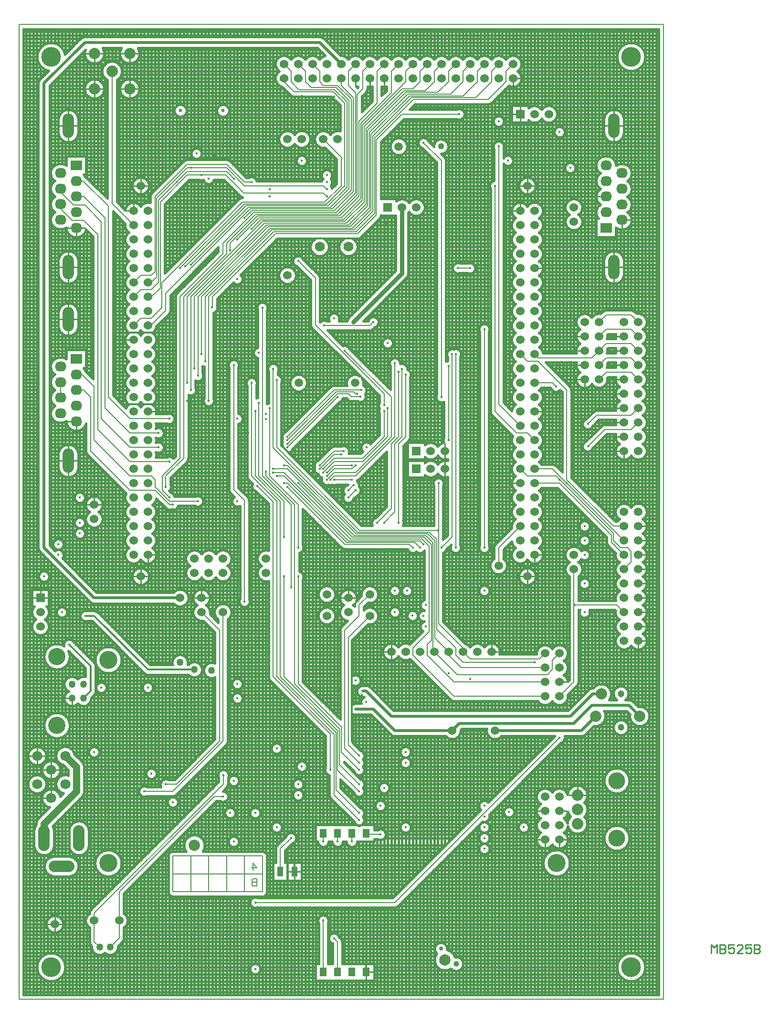
<source format=gbr>
%FSTAX23Y23*%
%MOIN*%
%SFA1B1*%

%IPPOS*%
%ADD10C,0.018000*%
%ADD21C,0.010000*%
%ADD51C,0.012000*%
%ADD52C,0.007000*%
%ADD53C,0.020000*%
%ADD54C,0.030000*%
%ADD55C,0.050000*%
%ADD56C,0.008000*%
%ADD57C,0.005000*%
%ADD58O,0.080000X0.170000*%
%ADD59C,0.050000*%
%ADD60C,0.060000*%
%ADD61O,0.080000X0.070000*%
%ADD62R,0.080000X0.070000*%
%ADD63C,0.024000*%
%ADD64C,0.028000*%
%ADD65C,0.039000*%
%ADD66C,0.070000*%
%ADD67R,0.060000X0.060000*%
%ADD68C,0.080000*%
%ADD69C,0.079000*%
%ADD70C,0.079000*%
%ADD71C,0.118000*%
%ADD72C,0.120000*%
%ADD73C,0.071000*%
%ADD74C,0.059000*%
%ADD75C,0.047000*%
%ADD76C,0.045000*%
%ADD77O,0.080000X0.180000*%
%ADD78O,0.180000X0.080000*%
%ADD79C,0.138000*%
%ADD80C,0.126000*%
%ADD81C,0.126000*%
%ADD82C,0.043000*%
%ADD83C,0.016000*%
%ADD84R,0.039000X0.069000*%
%ADD85R,0.051000X0.059000*%
%LNmb525b-1*%
%LPD*%
G54D10*
X42523Y56775D02*
D01*
X42522Y56781*
X42522Y56788*
X4252Y56795*
X42519Y56802*
X42517Y56808*
X42514Y56814*
X42511Y56821*
X42508Y56826*
X42504Y56832*
X425Y56837*
X42495Y56843*
X4249Y56847*
X42485Y56852*
X42479Y56856*
X42474Y56859*
X42467Y56863*
X42461Y56865*
X42455Y56868*
X42448Y5687*
X42442Y56871*
X42435Y56872*
X42428Y56872*
X42421*
X42414Y56872*
X42407Y56871*
X42401Y5687*
X42394Y56868*
X42388Y56865*
X42382Y56863*
X42376Y56859*
X4237Y56856*
X42364Y56852*
X42359Y56847*
X42354Y56843*
X42349Y56837*
X42345Y56832*
X42341Y56826*
X42338Y56821*
X42335Y56814*
X42332Y56808*
X4233Y56802*
X42329Y56795*
X42327Y56788*
X42327Y56781*
X42327Y56775*
X42327Y56768*
X42327Y56761*
X42329Y56754*
X4233Y56747*
X42332Y56741*
X42335Y56735*
X42338Y56728*
X42341Y56723*
X42345Y56717*
X42349Y56712*
X42354Y56706*
X42359Y56702*
X42364Y56697*
X4237Y56693*
X42376Y5669*
X42382Y56686*
X42388Y56684*
X42394Y56681*
X42401Y56679*
X42407Y56678*
X42414Y56677*
X42421Y56677*
X42428*
X42435Y56677*
X42442Y56678*
X42448Y56679*
X42455Y56681*
X42461Y56684*
X42467Y56686*
X42474Y5669*
X42479Y56693*
X42485Y56697*
X4249Y56702*
X42495Y56706*
X425Y56712*
X42504Y56717*
X42508Y56723*
X42511Y56728*
X42514Y56735*
X42517Y56741*
X42519Y56747*
X4252Y56754*
X42522Y56761*
X42522Y56768*
X42523Y56775*
X42374Y56338D02*
D01*
X42373Y56342*
X42373Y56347*
X42372Y56352*
X42371Y56357*
X42369Y56361*
X42368Y56366*
X42365Y5637*
X42363Y56374*
X4236Y56378*
X42357Y56382*
X42354Y56385*
X42351Y56389*
X42347Y56392*
X42343Y56395*
X42339Y56397*
X42335Y564*
X4233Y56401*
X42326Y56403*
X42321Y56404*
X42316Y56405*
X42312Y56406*
X42307Y56406*
X42302*
X42297Y56406*
X42293Y56405*
X42288Y56404*
X42283Y56403*
X42279Y56401*
X42274Y564*
X4227Y56397*
X42266Y56395*
X42262Y56392*
X42258Y56389*
X42255Y56385*
X42252Y56382*
X42249Y56378*
X42246Y56374*
X42244Y5637*
X42241Y56366*
X4224Y56361*
X42238Y56357*
X42237Y56352*
X42236Y56347*
X42236Y56342*
X42236Y56338*
X42399Y55909D02*
D01*
X42402Y55911*
X42406Y55914*
X42409Y55917*
X42412Y5592*
X42415Y55923*
X42418Y55927*
X4242Y55931*
X42422Y55935*
X42424Y55939*
X42425Y55943*
X42426Y55947*
X42427Y55952*
X42428Y55956*
X42428Y5596*
X42429Y55963*
Y55854D02*
D01*
X42428Y55858*
X42428Y55862*
X42427Y55867*
X42426Y55871*
X42425Y55875*
X42423Y5588*
X42421Y55884*
X42419Y55887*
X42416Y55891*
X42414Y55895*
X42411Y55898*
X42407Y55901*
X42404Y55904*
X424Y55907*
X42399Y55909*
Y55799D02*
D01*
X42402Y55801*
X42406Y55804*
X42409Y55807*
X42412Y5581*
X42415Y55813*
X42418Y55817*
X4242Y55821*
X42422Y55825*
X42424Y55829*
X42425Y55833*
X42426Y55837*
X42427Y55842*
X42428Y55846*
X42428Y5585*
X42429Y55854*
X42236Y56248D02*
D01*
X42236Y56243*
X42236Y56238*
X42237Y56233*
X42238Y56228*
X4224Y56224*
X42241Y56219*
X42244Y56215*
X42246Y56211*
X42249Y56207*
X42252Y56203*
X42255Y562*
X42258Y56196*
X42262Y56193*
X42266Y5619*
X4227Y56188*
X42274Y56185*
X42279Y56184*
X42283Y56182*
X42288Y56181*
X42293Y5618*
X42297Y56179*
X42302Y56179*
X42307*
X42312Y56179*
X42316Y5618*
X42321Y56181*
X42326Y56182*
X4233Y56184*
X42335Y56185*
X42339Y56188*
X42343Y5619*
X42347Y56193*
X42351Y56196*
X42354Y562*
X42357Y56203*
X4236Y56207*
X42363Y56211*
X42365Y56215*
X42368Y56219*
X42369Y56224*
X42371Y56228*
X42372Y56233*
X42373Y56238*
X42373Y56243*
X42374Y56248*
X42429Y55963D02*
D01*
X42428Y55967*
X42428Y55971*
X42427Y55976*
X42426Y5598*
X42425Y55984*
X42423Y55989*
X42421Y55993*
X42419Y55996*
X42416Y56*
X42414Y56004*
X42411Y56007*
X42407Y5601*
X42404Y56013*
X424Y56016*
X42397Y56018*
X42393Y5602*
X42388Y56022*
X42384Y56023*
X4238Y56025*
X42376Y56026*
X42371Y56026*
X42367Y56026*
X42365Y56027*
X42355D02*
D01*
X4235Y56026*
X42346Y56026*
X42341Y56025*
X42337Y56024*
X42333Y56023*
X42328Y56021*
X42324Y56019*
X42321Y56017*
X42319Y56016*
Y56018D02*
D01*
X42318Y56022*
X42318Y56026*
X42317Y56031*
X42316Y56035*
X42315Y56039*
X42313Y56044*
X42311Y56048*
X42309Y56051*
X42306Y56055*
X42304Y56059*
X42301Y56062*
X42297Y56065*
X42294Y56068*
X4229Y56071*
X42287Y56073*
X42283Y56075*
X42278Y56077*
X42274Y56078*
X4227Y5608*
X42266Y56081*
X42261Y56081*
X42257Y56081*
X42255Y56082*
X41962Y5625D02*
D01*
X41961Y56252*
X41961Y56255*
X41961Y56257*
X4196Y5626*
X41959Y56262*
X41958Y56265*
X41957Y56267*
X41956Y56269*
X41954Y56271*
X41953Y56273*
X41951Y56275*
X41949Y56277*
X41947Y56279*
X41945Y5628*
X41943Y56282*
X41941Y56283*
X41938Y56284*
X41936Y56285*
X41933Y56285*
X41931Y56286*
X41928Y56286*
X41926Y56286*
X41923*
X41921Y56286*
X41918Y56286*
X41916Y56285*
X41913Y56285*
X41911Y56284*
X41908Y56283*
X41906Y56282*
X41904Y5628*
X41902Y56279*
X419Y56277*
X41898Y56275*
X41896Y56273*
X41895Y56271*
X41893Y56269*
X41892Y56267*
X41891Y56265*
X4189Y56262*
X41889Y5626*
X41888Y56257*
X41888Y56255*
X41888Y56252*
X41888Y5625*
X41888Y56247*
X41888Y56244*
X41888Y56242*
X41889Y56239*
X4189Y56237*
X41891Y56234*
X41892Y56232*
X41893Y5623*
X41895Y56228*
X41896Y56226*
X41898Y56224*
X419Y56222*
X41902Y5622*
X41904Y56219*
X41906Y56217*
X41908Y56216*
X41911Y56215*
X41913Y56214*
X41916Y56214*
X41918Y56213*
X41921Y56213*
X41923Y56213*
X41926*
X41928Y56213*
X41931Y56213*
X41933Y56214*
X41936Y56214*
X41938Y56215*
X41941Y56216*
X41943Y56217*
X41945Y56219*
X41947Y5622*
X41949Y56222*
X41951Y56224*
X41953Y56226*
X41954Y56228*
X41956Y5623*
X41957Y56232*
X41958Y56234*
X41959Y56237*
X4196Y56239*
X41961Y56242*
X41961Y56244*
X41961Y56247*
X41962Y5625*
X42245Y56082D02*
D01*
X4224Y56081*
X42236Y56081*
X42231Y5608*
X42227Y56079*
X42223Y56078*
X42218Y56076*
X42214Y56074*
X42211Y56072*
X42207Y56069*
X42203Y56067*
X422Y56064*
X42197Y5606*
X42194Y56057*
X42191Y56053*
X42189Y5605*
X42187Y56046*
X42185Y56041*
X42184Y56037*
X42182Y56033*
X42181Y56029*
X42181Y56024*
X42181Y5602*
Y56015*
X42181Y56011*
X42181Y56006*
X42182Y56002*
X42184Y55998*
X42185Y55994*
X42187Y55989*
X42189Y55986*
X42191Y55982*
X42194Y55978*
X42197Y55975*
X422Y55971*
X42203Y55968*
X42207Y55966*
X42211Y55964*
D01*
X42207Y55961*
X42203Y55958*
X422Y55955*
X42197Y55952*
X42194Y55949*
X42191Y55945*
X42189Y55941*
X42187Y55937*
X42185Y55933*
X42184Y55929*
X42183Y55925*
X42182Y5592*
X42181Y55916*
X42181Y55912*
X42181Y55907*
X42181Y55903*
X42182Y55898*
X42183Y55894*
X42184Y5589*
X42185Y55885*
X42187Y55881*
X42189Y55877*
X42192Y55874*
X42194Y5587*
X42197Y55867*
X422Y55863*
X42204Y5586*
X42207Y55858*
X42211Y55855*
X42211Y55854*
X42037Y56D02*
D01*
X42036Y56002*
X42036Y56005*
X42036Y56007*
X42035Y5601*
X42034Y56012*
X42033Y56015*
X42032Y56017*
X42031Y56019*
X42029Y56021*
X42028Y56023*
X42026Y56025*
X42024Y56027*
X42022Y56029*
X4202Y5603*
X42018Y56032*
X42016Y56033*
X42013Y56034*
X42011Y56035*
X42008Y56035*
X42006Y56036*
X42003Y56036*
X42001Y56036*
X41998*
X41996Y56036*
X41993Y56036*
X41991Y56035*
X41988Y56035*
X41986Y56034*
X41983Y56033*
X41981Y56032*
X41979Y5603*
X41977Y56029*
X41975Y56027*
X41973Y56025*
X41971Y56023*
X4197Y56021*
X41968Y56019*
X41967Y56017*
X41966Y56015*
X41965Y56012*
X41964Y5601*
X41963Y56007*
X41963Y56005*
X41963Y56002*
X41963Y56*
X41963Y55997*
X41963Y55994*
X41963Y55992*
X41964Y55989*
X41965Y55987*
X41966Y55984*
X41967Y55982*
X41968Y5598*
X4197Y55978*
X41971Y55976*
X41973Y55974*
X41975Y55972*
X41977Y5597*
X41979Y55969*
X41981Y55967*
X41983Y55966*
X41986Y55965*
X41988Y55964*
X41991Y55964*
X41993Y55963*
X41996Y55963*
X41998Y55963*
X42001*
X42003Y55963*
X42006Y55963*
X42008Y55964*
X42011Y55964*
X42013Y55965*
X42016Y55966*
X42018Y55967*
X4202Y55969*
X42022Y5597*
X42024Y55972*
X42026Y55974*
X42028Y55976*
X42029Y55978*
X42031Y5598*
X42032Y55982*
X42033Y55984*
X42034Y55987*
X42035Y55989*
X42036Y55992*
X42036Y55994*
X42036Y55997*
X42037Y56*
X42429Y55745D02*
D01*
X42428Y55749*
X42428Y55753*
X42427Y55758*
X42426Y55762*
X42425Y55766*
X42423Y55771*
X42421Y55775*
X42419Y55778*
X42416Y55782*
X42414Y55786*
X42411Y55789*
X42407Y55792*
X42404Y55795*
X424Y55798*
X42399Y55799*
Y5569D02*
D01*
X42402Y55692*
X42406Y55695*
X42409Y55698*
X42412Y55701*
X42415Y55704*
X42418Y55708*
X4242Y55712*
X42422Y55716*
X42424Y5572*
X42425Y55724*
X42426Y55728*
X42427Y55733*
X42428Y55737*
X42428Y55741*
X42429Y55745*
Y55636D02*
D01*
X42428Y5564*
X42428Y55644*
X42427Y55649*
X42426Y55653*
X42425Y55657*
X42423Y55662*
X42421Y55666*
X42419Y55669*
X42416Y55673*
X42414Y55677*
X42411Y5568*
X42407Y55683*
X42404Y55686*
X424Y55689*
X42399Y5569*
X42365Y55572D02*
D01*
X42369Y55572*
X42373Y55572*
X42378Y55573*
X42382Y55574*
X42386Y55575*
X42391Y55577*
X42395Y55579*
X42398Y55581*
X42402Y55584*
X42406Y55586*
X42409Y55589*
X42412Y55593*
X42415Y55596*
X42418Y556*
X4242Y55604*
X42422Y55607*
X42424Y55612*
X42425Y55616*
X42427Y5562*
X42428Y55624*
X42428Y55629*
X42428Y55633*
X42429Y55636*
X42319Y55583D02*
D01*
X42322Y5558*
X42326Y55578*
X4233Y55576*
X42335Y55575*
X42339Y55573*
X42343Y55572*
X42348Y55572*
X42352Y55571*
X42355Y55572*
X42374Y55352D02*
D01*
X42373Y55356*
X42373Y55361*
X42372Y55366*
X42371Y55371*
X42369Y55375*
X42368Y5538*
X42365Y55384*
X42363Y55388*
X4236Y55392*
X42357Y55396*
X42354Y55399*
X42351Y55403*
X42347Y55406*
X42343Y55409*
X42339Y55411*
X42335Y55414*
X4233Y55415*
X42326Y55417*
X42321Y55418*
X42316Y55419*
X42312Y5542*
X42307Y5542*
X42302*
X42297Y5542*
X42293Y55419*
X42288Y55418*
X42283Y55417*
X42279Y55415*
X42274Y55414*
X4227Y55411*
X42266Y55409*
X42262Y55406*
X42258Y55403*
X42255Y55399*
X42252Y55396*
X42249Y55392*
X42246Y55388*
X42244Y55384*
X42241Y5538*
X4224Y55375*
X42238Y55371*
X42237Y55366*
X42236Y55361*
X42236Y55356*
X42236Y55352*
Y55262D02*
D01*
X42236Y55257*
X42236Y55252*
X42237Y55247*
X42238Y55242*
X4224Y55238*
X42241Y55233*
X42244Y55229*
X42246Y55225*
X42249Y55221*
X42252Y55217*
X42255Y55214*
X42258Y5521*
X42262Y55207*
X42266Y55204*
X4227Y55202*
X42274Y55199*
X42279Y55198*
X42283Y55196*
X42288Y55195*
X42293Y55194*
X42297Y55193*
X42302Y55193*
X42307*
X42312Y55193*
X42316Y55194*
X42321Y55195*
X42326Y55196*
X4233Y55198*
X42335Y55199*
X42339Y55202*
X42343Y55204*
X42347Y55207*
X42351Y5521*
X42354Y55214*
X42357Y55217*
X4236Y55221*
X42363Y55225*
X42365Y55229*
X42368Y55233*
X42369Y55238*
X42371Y55242*
X42372Y55247*
X42373Y55252*
X42373Y55257*
X42374Y55262*
X42211Y55854D02*
D01*
X42207Y55851*
X42203Y55848*
X422Y55845*
X42197Y55842*
X42194Y55839*
X42191Y55835*
X42189Y55831*
X42187Y55827*
X42185Y55823*
X42184Y55819*
X42183Y55815*
X42182Y5581*
X42181Y55806*
X42181Y55802*
X42181Y55797*
X42181Y55793*
X42182Y55788*
X42183Y55784*
X42184Y5578*
X42185Y55775*
X42187Y55771*
X42189Y55767*
X42192Y55764*
X42194Y5576*
X42197Y55757*
X422Y55753*
X42204Y5575*
X42207Y55748*
X42211Y55745*
X42211Y55745*
D01*
X42207Y55742*
X42203Y55739*
X422Y55736*
X42197Y55733*
X42194Y5573*
X42191Y55726*
X42189Y55722*
X42187Y55718*
X42185Y55714*
X42184Y5571*
X42183Y55706*
X42182Y55701*
X42181Y55697*
X42181Y55693*
X42181Y55688*
X42181Y55684*
X42182Y55679*
X42183Y55675*
X42184Y55671*
X42185Y55666*
X42187Y55662*
X42189Y55658*
X42192Y55655*
X42194Y55651*
X42197Y55648*
X42199Y55646*
X42056Y55675D02*
D01*
X42059Y55677*
X42062Y55679*
X42065Y55682*
X42068Y55685*
X42071Y55688*
X42073Y55691*
X42075Y55695*
X42077Y55699*
X42079Y55702*
X4208Y55706*
X42082Y5571*
X42082Y55714*
X42083Y55718*
X42083Y55722*
X42084Y55725*
D01*
X42083Y55729*
X42083Y55733*
X42082Y55737*
X42081Y55741*
X4208Y55745*
X42078Y55748*
X42077Y55752*
X42075Y55756*
X42072Y55759*
X4207Y55762*
X42067Y55765*
X42064Y55768*
X42061Y55771*
X42057Y55773*
X42054Y55776*
X4205Y55778*
X42047Y55779*
X42043Y55781*
X42039Y55782*
X42035Y55783*
X42031Y55783*
X42027Y55783*
X42022*
X42018Y55783*
X42014Y55783*
X4201Y55782*
X42006Y55781*
X42002Y55779*
X41999Y55778*
X41995Y55776*
X41992Y55773*
X41988Y55771*
X41985Y55768*
X41982Y55765*
X41979Y55762*
X41977Y55759*
X41974Y55756*
X41972Y55752*
X41971Y55748*
X41969Y55745*
X41968Y55741*
X41967Y55737*
X41966Y55733*
X41966Y55729*
X41966Y55725*
X41966Y5572*
X41966Y55716*
X41967Y55712*
X41968Y55708*
X41969Y55704*
X41971Y55701*
X41972Y55697*
X41974Y55693*
X41977Y5569*
X41979Y55687*
X41982Y55684*
X41985Y55681*
X41988Y55678*
X41992Y55676*
X41994Y55675*
X42084Y55625D02*
D01*
X42083Y55629*
X42083Y55633*
X42082Y55637*
X42081Y55641*
X4208Y55645*
X42078Y55648*
X42077Y55652*
X42075Y55656*
X42072Y55659*
X4207Y55662*
X42067Y55665*
X42064Y55668*
X42061Y55671*
X42057Y55673*
X42056Y55675*
X41994D02*
D01*
X4199Y55672*
X41987Y5567*
X41984Y55667*
X41981Y55664*
X41978Y55661*
X41976Y55658*
X41974Y55654*
X41972Y5565*
X4197Y55647*
X41969Y55643*
X41967Y55639*
X41967Y55635*
X41966Y55631*
X41966Y55627*
X41966Y55623*
X41966Y55619*
X41967Y55614*
X41967Y5561*
X41968Y55607*
X4197Y55603*
X41972Y55599*
X41973Y55595*
X41976Y55592*
X41978Y55588*
X41981Y55585*
X41983Y55582*
X41987Y5558*
X4199Y55577*
X41993Y55575*
X41997Y55573*
X42Y55571*
X42004Y55569*
X42008Y55568*
X42012Y55567*
X42016Y55566*
X4202Y55566*
X42024Y55566*
X42028Y55566*
X42032Y55566*
X42037Y55567*
X42041Y55568*
X42044Y55569*
X42048Y55571*
X42052Y55572*
X42056Y55575*
X42059Y55577*
X42062Y55579*
X42065Y55582*
X42068Y55585*
X42071Y55588*
X42073Y55591*
X42075Y55595*
X42077Y55599*
X42079Y55602*
X4208Y55606*
X42082Y5561*
X42082Y55614*
X42083Y55618*
X42083Y55622*
X42084Y55625*
X41909Y56375D02*
D01*
X41908Y56379*
X41908Y56383*
X41907Y56387*
X41906Y56391*
X41905Y56395*
X41903Y56398*
X41902Y56402*
X419Y56406*
X41897Y56409*
X41895Y56412*
X41892Y56415*
X41889Y56418*
X41886Y56421*
X41882Y56423*
X41879Y56426*
X41875Y56428*
X41872Y56429*
X41868Y56431*
X41864Y56432*
X4186Y56433*
X41856Y56433*
X41852Y56433*
X41847*
X41843Y56433*
X41839Y56433*
X41835Y56432*
X41831Y56431*
X41827Y56429*
X41824Y56428*
X4182Y56426*
X41817Y56423*
X41813Y56421*
X4181Y56418*
X41807Y56415*
X41804Y56412*
X41802Y56409*
X41799Y56406*
X418Y56406*
D01*
X41797Y56409*
X41795Y56412*
X41792Y56415*
X41789Y56418*
X41786Y56421*
X41783Y56423*
X41779Y56425*
X41775Y56427*
X41772Y56429*
X41768Y5643*
X41764Y56432*
X4176Y56432*
X41756Y56433*
X41752Y56433*
X41748Y56433*
X41744Y56433*
X41739Y56432*
X41735Y56432*
X41732Y56431*
X41728Y56429*
X41724Y56427*
X4172Y56426*
X41717Y56423*
X41713Y56421*
X4171Y56418*
X41709Y56417*
X418Y56344D02*
D01*
X41802Y5634*
X41804Y56337*
X41807Y56334*
X4181Y56331*
X41813Y56328*
X41816Y56326*
X4182Y56324*
X41824Y56322*
X41827Y5632*
X41831Y56319*
X41835Y56317*
X41839Y56317*
X41843Y56316*
X41847Y56316*
X41851Y56316*
X41855Y56316*
X4186Y56317*
X41864Y56317*
X41867Y56318*
X41871Y5632*
X41875Y56322*
X41879Y56323*
X41882Y56326*
X41886Y56328*
X41889Y56331*
X41892Y56333*
X41894Y56337*
X41897Y5634*
X41899Y56343*
X41901Y56347*
X41903Y5635*
X41905Y56354*
X41906Y56358*
X41907Y56362*
X41908Y56366*
X41908Y5637*
X41908Y56374*
X41909Y56375*
X41709Y56333D02*
D01*
X41712Y5633*
X41715Y56327*
X41718Y56325*
X41722Y56323*
X41725Y56321*
X41729Y56319*
X41733Y56318*
X41737Y56317*
X41741Y56316*
X41745Y56316*
X41749Y56316*
X41753Y56316*
X41757Y56316*
X41761Y56317*
X41765Y56318*
X41769Y56319*
X41773Y56321*
X41777Y56323*
X4178Y56325*
X41784Y56327*
X41787Y56329*
X4179Y56332*
X41793Y56335*
X41796Y56338*
X41798Y56341*
X418Y56344*
X41759Y55875D02*
D01*
X41758Y55879*
X41758Y55883*
X41757Y55887*
X41756Y55891*
X41755Y55895*
X41753Y55898*
X41752Y55902*
X4175Y55906*
X41747Y55909*
X41745Y55912*
X41742Y55915*
X41739Y55918*
X41736Y55921*
X41732Y55923*
X41729Y55926*
X41725Y55928*
X41722Y55929*
X41718Y55931*
X41714Y55932*
X4171Y55933*
X41706Y55933*
X41702Y55933*
X41697*
X41693Y55933*
X41689Y55933*
X41685Y55932*
X41681Y55931*
X41677Y55929*
X41674Y55928*
X4167Y55926*
X41667Y55923*
X41663Y55921*
X4166Y55918*
X41657Y55915*
X41654Y55912*
X41652Y55909*
X41649Y55906*
X41647Y55902*
X41646Y55898*
X41644Y55895*
X41643Y55891*
X41642Y55887*
X41641Y55883*
X41641Y55879*
X41641Y55875*
X41641Y5587*
X41641Y55866*
X41642Y55862*
X41643Y55858*
X41644Y55854*
X41646Y55851*
X41647Y55847*
X41649Y55843*
X41652Y5584*
X41654Y55837*
X41657Y55834*
X4166Y55831*
X41663Y55828*
X41667Y55826*
X4167Y55823*
X41674Y55821*
X41677Y5582*
X41681Y55818*
X41685Y55817*
X41689Y55816*
X41693Y55816*
X41697Y55816*
X41702*
X41706Y55816*
X4171Y55816*
X41714Y55817*
X41718Y55818*
X41722Y5582*
X41725Y55821*
X41729Y55823*
X41732Y55826*
X41736Y55828*
X41739Y55831*
X41742Y55834*
X41745Y55837*
X41747Y5584*
X4175Y55843*
X41752Y55847*
X41753Y55851*
X41755Y55854*
X41756Y55858*
X41757Y55862*
X41758Y55866*
X41758Y5587*
X41759Y55875*
X41631Y56675D02*
D01*
X41634Y56677*
X41637Y56679*
X4164Y56682*
X41643Y56685*
X41646Y56688*
X41648Y56691*
X4165Y56695*
X41652Y56699*
X41654Y56702*
X41655Y56706*
X41657Y5671*
X41657Y56714*
X41658Y56718*
X41658Y56722*
X41659Y56725*
Y56625D02*
D01*
X41658Y56629*
X41658Y56633*
X41657Y56637*
X41656Y56641*
X41655Y56645*
X41653Y56648*
X41652Y56652*
X4165Y56656*
X41647Y56659*
X41645Y56662*
X41642Y56665*
X41639Y56668*
X41636Y56671*
X41632Y56673*
X41631Y56675*
X4157Y56574D02*
D01*
X41573Y56572*
X41577Y5657*
X41581Y56568*
X41585Y56567*
X41589Y56566*
X41593Y56566*
X41597Y56565*
X41601Y56565*
X41605Y56566*
X41609Y56566*
X41613Y56567*
X41617Y56568*
X41621Y56569*
X41625Y56571*
X41629Y56573*
X41632Y56575*
X41636Y56578*
X41639Y5658*
X41642Y56583*
X41645Y56586*
X41647Y56589*
X41649Y56593*
X41652Y56596*
X41653Y566*
X41655Y56604*
X41656Y56608*
X41657Y56612*
X41658Y56616*
X41658Y5662*
X41659Y56624*
X41659Y56625*
Y56725D02*
D01*
X41658Y56729*
X41658Y56733*
X41657Y56737*
X41656Y56741*
X41655Y56745*
X41653Y56748*
X41652Y56752*
X4165Y56756*
X41647Y56759*
X41645Y56762*
X41642Y56765*
X41639Y56768*
X41636Y56771*
X41632Y56773*
X41629Y56776*
X41625Y56778*
X41622Y56779*
X41618Y56781*
X41614Y56782*
X4161Y56783*
X41606Y56783*
X41602Y56783*
X41597*
X41593Y56783*
X41589Y56783*
X41585Y56782*
X41581Y56781*
X41577Y56779*
X41574Y56778*
X4157Y56776*
X41567Y56773*
X41563Y56771*
X4156Y56768*
X41557Y56765*
X41554Y56762*
X41552Y56759*
X41549Y56756*
X4155Y56756*
X41602Y5605D02*
D01*
X41601Y56052*
X41601Y56055*
X41601Y56057*
X416Y5606*
X41599Y56062*
X41598Y56065*
X41597Y56067*
X41596Y56069*
X41594Y56071*
X41593Y56073*
X41591Y56075*
X41589Y56077*
X41587Y56079*
X41585Y5608*
X41583Y56082*
X41581Y56083*
X41578Y56084*
X41576Y56085*
X41573Y56085*
X41571Y56086*
X41568Y56086*
X41566Y56086*
X41563*
X41561Y56086*
X41558Y56086*
X41556Y56085*
X41553Y56085*
X41551Y56084*
X41548Y56083*
X41546Y56082*
X41544Y5608*
X41542Y56079*
X4154Y56077*
X41538Y56075*
X41536Y56073*
X41535Y56071*
X41533Y56069*
X41533Y56068*
Y56032D02*
D01*
X41534Y56029*
X41535Y56027*
X41537Y56025*
X41539Y56023*
X41541Y56022*
X41543Y5602*
X41545Y56019*
X41547Y56017*
X41549Y56016*
X41552Y56015*
X41554Y56014*
X41556Y56014*
X41559Y56013*
X41562Y56013*
X41564Y56013*
X41567Y56013*
X41569Y56013*
X41572Y56014*
X41574Y56014*
X41577Y56015*
X41579Y56016*
X41581Y56017*
X41584Y56018*
X41586Y5602*
X41588Y56021*
X4159Y56023*
X41592Y56025*
X41593Y56027*
X41595Y56029*
X41596Y56031*
X41597Y56033*
X41598Y56035*
X41599Y56038*
X416Y5604*
X41601Y56043*
X41601Y56045*
X41601Y56048*
X41602Y5605*
X41781Y5565D02*
D01*
X41784Y55652*
X41787Y55654*
X4179Y55657*
X41793Y5566*
X41796Y55663*
X41798Y55666*
X418Y5567*
X41802Y55674*
X41804Y55677*
X41805Y55681*
X41807Y55685*
X41807Y55689*
X41808Y55693*
X41808Y55697*
X41809Y557*
D01*
X41808Y55704*
X41808Y55708*
X41807Y55712*
X41806Y55716*
X41805Y5572*
X41803Y55723*
X41802Y55727*
X418Y55731*
X41797Y55734*
X41795Y55737*
X41792Y5574*
X41789Y55743*
X41786Y55746*
X41782Y55748*
X41779Y55751*
X41775Y55753*
X41772Y55754*
X41768Y55756*
X41764Y55757*
X4176Y55758*
X41756Y55758*
X41752Y55758*
X41747*
X41743Y55758*
X41739Y55758*
X41735Y55757*
X41731Y55756*
X41727Y55754*
X41724Y55753*
X4172Y55751*
X41717Y55748*
X41713Y55746*
X4171Y55743*
X41707Y5574*
X41704Y55737*
X41702Y55734*
X41699Y55731*
X417Y55731*
X41809Y556D02*
D01*
X41808Y55604*
X41808Y55608*
X41807Y55612*
X41806Y55616*
X41805Y5562*
X41803Y55623*
X41802Y55627*
X418Y55631*
X41797Y55634*
X41795Y55637*
X41792Y5564*
X41789Y55643*
X41786Y55646*
X41782Y55648*
X41781Y5565*
Y5555D02*
D01*
X41784Y55552*
X41787Y55554*
X4179Y55557*
X41793Y5556*
X41796Y55563*
X41798Y55566*
X418Y5557*
X41802Y55574*
X41804Y55577*
X41805Y55581*
X41807Y55585*
X41807Y55589*
X41808Y55593*
X41808Y55597*
X41809Y556*
Y555D02*
D01*
X41808Y55504*
X41808Y55508*
X41807Y55512*
X41806Y55516*
X41805Y5552*
X41803Y55523*
X41802Y55527*
X418Y55531*
X41797Y55534*
X41795Y55537*
X41792Y5554*
X41789Y55543*
X41786Y55546*
X41782Y55548*
X41781Y5555*
Y5545D02*
D01*
X41784Y55452*
X41787Y55454*
X4179Y55457*
X41793Y5546*
X41796Y55463*
X41798Y55466*
X418Y5547*
X41802Y55474*
X41804Y55477*
X41805Y55481*
X41807Y55485*
X41807Y55489*
X41808Y55493*
X41808Y55497*
X41809Y555*
Y554D02*
D01*
X41808Y55404*
X41808Y55408*
X41807Y55412*
X41806Y55416*
X41805Y5542*
X41803Y55423*
X41802Y55427*
X418Y55431*
X41797Y55434*
X41795Y55437*
X41792Y5544*
X41789Y55443*
X41786Y55446*
X41782Y55448*
X41781Y5545*
Y5535D02*
D01*
X41784Y55352*
X41787Y55354*
X4179Y55357*
X41793Y5536*
X41796Y55363*
X41798Y55366*
X418Y5537*
X41802Y55374*
X41804Y55377*
X41805Y55381*
X41807Y55385*
X41807Y55389*
X41808Y55393*
X41808Y55397*
X41809Y554*
Y553D02*
D01*
X41808Y55304*
X41808Y55308*
X41807Y55312*
X41806Y55316*
X41805Y5532*
X41803Y55323*
X41802Y55327*
X418Y55331*
X41797Y55334*
X41795Y55337*
X41792Y5534*
X41789Y55343*
X41786Y55346*
X41782Y55348*
X41781Y5535*
Y5525D02*
D01*
X41784Y55252*
X41787Y55254*
X4179Y55257*
X41793Y5526*
X41796Y55263*
X41798Y55266*
X418Y5527*
X41802Y55274*
X41804Y55277*
X41805Y55281*
X41807Y55285*
X41807Y55289*
X41808Y55293*
X41808Y55297*
X41809Y553*
Y552D02*
D01*
X41808Y55204*
X41808Y55208*
X41807Y55212*
X41806Y55216*
X41805Y5522*
X41803Y55223*
X41802Y55227*
X418Y55231*
X41797Y55234*
X41795Y55237*
X41792Y5524*
X41789Y55243*
X41786Y55246*
X41782Y55248*
X41781Y5525*
Y5515D02*
D01*
X41784Y55152*
X41787Y55154*
X4179Y55157*
X41793Y5516*
X41796Y55163*
X41798Y55166*
X418Y5517*
X41802Y55174*
X41804Y55177*
X41805Y55181*
X41807Y55185*
X41807Y55189*
X41808Y55193*
X41808Y55197*
X41809Y552*
X417Y55731D02*
D01*
X41697Y55734*
X41695Y55737*
X41692Y5574*
X41689Y55743*
X41686Y55746*
X41683Y55748*
X41679Y5575*
X41675Y55752*
X41672Y55754*
X41668Y55755*
X41664Y55757*
X4166Y55757*
X41656Y55758*
X41652Y55758*
X41648Y55758*
X41644Y55758*
X41639Y55757*
X41635Y55757*
X41632Y55756*
X41628Y55754*
X41624Y55752*
X4162Y55751*
X41617Y55748*
X41613Y55746*
X4161Y55743*
X41607Y55741*
X41605Y55737*
X41602Y55734*
X416Y55731*
X41598Y55727*
X41596Y55724*
X41594Y5572*
X41593Y55716*
X41592Y55712*
X41591Y55708*
X41591Y55704*
X41591Y557*
X41591Y55696*
X41591Y55692*
X41592Y55687*
X41593Y55683*
X41594Y5568*
X41596Y55676*
X41597Y55672*
X416Y55669*
X41602Y55665*
X41604Y55662*
X41607Y55659*
X4161Y55656*
X41613Y55653*
X41616Y55651*
X41619Y5565*
D01*
X41615Y55647*
X41612Y55645*
X41609Y55642*
X41606Y55639*
X41603Y55636*
X41601Y55633*
X41599Y55629*
X41597Y55625*
X41595Y55622*
X41594Y55618*
X41592Y55614*
X41592Y5561*
X41591Y55606*
X41591Y55602*
X41591Y55598*
X41591Y55594*
X41592Y55589*
X41592Y55585*
X41593Y55582*
X41595Y55578*
X41597Y55574*
X41598Y5557*
X41601Y55567*
X41603Y55563*
X41606Y5556*
X41608Y55557*
X41612Y55555*
X41615Y55552*
X41618Y5555*
X41619Y5555*
D01*
X41615Y55547*
X41612Y55545*
X41609Y55542*
X41606Y55539*
X41603Y55536*
X41601Y55533*
X41599Y55529*
X41597Y55525*
X41595Y55522*
X41594Y55518*
X41592Y55514*
X41592Y5551*
X41591Y55506*
X41591Y55502*
X41591Y55498*
X41591Y55494*
X41592Y55489*
X41592Y55485*
X41593Y55482*
X41595Y55478*
X41597Y55474*
X41598Y5547*
X41601Y55467*
X41603Y55463*
X41606Y5546*
X41608Y55457*
X41612Y55455*
X41615Y55452*
X41618Y5545*
X41619Y5545*
D01*
X41615Y55447*
X41612Y55445*
X41609Y55442*
X41606Y55439*
X41603Y55436*
X41601Y55433*
X41599Y55429*
X41597Y55425*
X41595Y55422*
X41594Y55418*
X41592Y55414*
X41592Y5541*
X41591Y55406*
X41591Y55402*
X41591Y55398*
X41591Y55394*
X41592Y55389*
X41592Y55385*
X41593Y55382*
X41595Y55378*
X41597Y55374*
X41598Y5537*
X41601Y55367*
X41603Y55363*
X41606Y5536*
X41608Y55357*
X41612Y55355*
X41615Y55352*
X41618Y5535*
X41619Y5535*
D01*
X41615Y55347*
X41612Y55345*
X41609Y55342*
X41606Y55339*
X41603Y55336*
X41601Y55333*
X41599Y55329*
X41597Y55325*
X41595Y55322*
X41594Y55318*
X41592Y55314*
X41592Y5531*
X41591Y55306*
X41591Y55302*
X41591Y55298*
X41591Y55294*
X41592Y55289*
X41592Y55285*
X41593Y55282*
X41595Y55278*
X41597Y55274*
X41598Y5527*
X41601Y55267*
X41603Y55263*
X41606Y5526*
X41608Y55257*
X41612Y55255*
X41615Y55252*
X41618Y5525*
X41619Y5525*
D01*
X41615Y55247*
X41612Y55245*
X41609Y55242*
X41606Y55239*
X41603Y55236*
X41601Y55233*
X41599Y55229*
X41597Y55225*
X41595Y55222*
X41594Y55218*
X41592Y55214*
X41592Y5521*
X41591Y55206*
X41591Y55202*
X41591Y55198*
X41591Y55194*
X41592Y55189*
X41592Y55185*
X41593Y55182*
X41595Y55178*
X41597Y55174*
X41598Y5517*
X41601Y55167*
X41603Y55163*
X41606Y5516*
X41608Y55157*
X41612Y55155*
X41615Y55152*
X41618Y5515*
X41619Y5515*
X42506Y54875D02*
D01*
X42509Y54877*
X42512Y54879*
X42515Y54882*
X42518Y54885*
X42521Y54888*
X42523Y54891*
X42525Y54895*
X42527Y54899*
X42529Y54902*
X4253Y54906*
X42532Y5491*
X42532Y54914*
X42533Y54918*
X42533Y54922*
X42534Y54925*
Y54825D02*
D01*
X42533Y54829*
X42533Y54833*
X42532Y54837*
X42531Y54841*
X4253Y54845*
X42528Y54848*
X42527Y54852*
X42525Y54856*
X42522Y54859*
X4252Y54862*
X42517Y54865*
X42514Y54868*
X42511Y54871*
X42507Y54873*
X42506Y54875*
X42534Y54925D02*
D01*
X42533Y54929*
X42533Y54933*
X42532Y54937*
X42531Y54941*
X4253Y54945*
X42528Y54948*
X42527Y54952*
X42525Y54956*
X42522Y54959*
X4252Y54962*
X42517Y54965*
X42514Y54968*
X42511Y54971*
X42507Y54973*
X42504Y54976*
X425Y54978*
X42497Y54979*
X42493Y54981*
X42489Y54982*
X42485Y54983*
X42481Y54983*
X42477Y54983*
X42472*
X42468Y54983*
X42464Y54983*
X42463Y54983*
X42448Y54998D02*
D01*
X42446Y54999*
X42444Y55*
X42442Y55002*
X4244Y55003*
X42438Y55004*
X42436Y55005*
X42434Y55006*
X42432Y55006*
X4243Y55007*
X42427Y55007*
X42425Y55007*
X42425Y55007*
X42448Y54998D02*
D01*
X42446Y54999*
X42444Y55*
X42442Y55002*
X4244Y55003*
X42438Y55004*
X42436Y55005*
X42434Y55006*
X42432Y55006*
X4243Y55007*
X42427Y55007*
X42425Y55007*
X42425Y55007*
X42506Y54775D02*
D01*
X42509Y54777*
X42512Y54779*
X42515Y54782*
X42518Y54785*
X42521Y54788*
X42523Y54791*
X42525Y54795*
X42527Y54799*
X42529Y54802*
X4253Y54806*
X42532Y5481*
X42532Y54814*
X42533Y54818*
X42533Y54822*
X42534Y54825*
Y54725D02*
D01*
X42533Y54729*
X42533Y54733*
X42532Y54737*
X42531Y54741*
X4253Y54745*
X42528Y54748*
X42527Y54752*
X42525Y54756*
X42522Y54759*
X4252Y54762*
X42517Y54765*
X42514Y54768*
X42511Y54771*
X42507Y54773*
X42506Y54775*
X42319Y54842D02*
D01*
X42317Y54838*
X42317Y54834*
X42316Y54829*
X42316Y54825*
X42316Y54821*
X42316Y54817*
X42317Y54813*
X42317Y54809*
X42319Y54807*
X42506Y54675D02*
D01*
X42509Y54677*
X42512Y54679*
X42515Y54682*
X42518Y54685*
X42521Y54688*
X42523Y54691*
X42525Y54695*
X42527Y54699*
X42529Y54702*
X4253Y54706*
X42532Y5471*
X42532Y54714*
X42533Y54718*
X42533Y54722*
X42534Y54725*
Y54625D02*
D01*
X42533Y54629*
X42533Y54633*
X42532Y54637*
X42531Y54641*
X4253Y54645*
X42528Y54648*
X42527Y54652*
X42525Y54656*
X42522Y54659*
X4252Y54662*
X42517Y54665*
X42514Y54668*
X42511Y54671*
X42507Y54673*
X42506Y54675*
Y54575D02*
D01*
X42509Y54577*
X42512Y54579*
X42515Y54582*
X42518Y54585*
X42521Y54588*
X42523Y54591*
X42525Y54595*
X42527Y54599*
X42529Y54602*
X4253Y54606*
X42532Y5461*
X42532Y54614*
X42533Y54618*
X42533Y54622*
X42534Y54625*
Y54525D02*
D01*
X42533Y54529*
X42533Y54533*
X42532Y54537*
X42531Y54541*
X4253Y54545*
X42528Y54548*
X42527Y54552*
X42525Y54556*
X42522Y54559*
X4252Y54562*
X42517Y54565*
X42514Y54568*
X42511Y54571*
X42507Y54573*
X42506Y54575*
Y54475D02*
D01*
X42509Y54477*
X42512Y54479*
X42515Y54482*
X42518Y54485*
X42521Y54488*
X42523Y54491*
X42525Y54495*
X42527Y54499*
X42529Y54502*
X4253Y54506*
X42532Y5451*
X42532Y54514*
X42533Y54518*
X42533Y54522*
X42534Y54525*
X42319Y54542D02*
D01*
X42317Y54538*
X42317Y54534*
X42316Y54529*
X42316Y54525*
X42316Y54521*
X42316Y54517*
X42317Y54513*
X42317Y54509*
X42319Y54505*
X4232Y54501*
X42322Y54498*
X42324Y54494*
X42326Y5449*
X42328Y54487*
X42331Y54484*
X42334Y54481*
X42337Y54478*
X4234Y54476*
X42344Y54475*
X42259Y54825D02*
D01*
X42258Y54829*
X42258Y54833*
X42258Y54837*
X42256Y54807D02*
D01*
X42257Y5481*
X42257Y54814*
X42258Y54819*
X42258Y54823*
X42259Y54825*
X42319Y54743D02*
D01*
X42317Y54739*
X42317Y54735*
X42316Y5473*
X42316Y54726*
X42316Y54722*
X42316Y54718*
X42317Y54714*
X42317Y5471*
X42319Y54708*
X4225Y55007D02*
D01*
X42247Y55006*
X42245Y55006*
X42243Y55006*
X42241Y55005*
X42239Y55005*
X42236Y55004*
X42234Y55003*
X42233Y55002*
X42231Y55*
X42229Y54999*
X42227Y54998*
X42227Y54998*
X4225Y55007D02*
D01*
X42247Y55006*
X42245Y55006*
X42243Y55006*
X42241Y55005*
X42239Y55005*
X42236Y55004*
X42234Y55003*
X42233Y55002*
X42231Y55*
X42229Y54999*
X42227Y54998*
X42227Y54998*
X42212Y54983D02*
D01*
X42207Y54983*
X42203Y54984*
X42199Y54984*
X42195Y54984*
X42191Y54983*
X42187Y54982*
X42183Y54981*
X42179Y5498*
X42175Y54978*
X42171Y54977*
X42168Y54975*
X42164Y54972*
X42161Y5497*
X42158Y54967*
X42155Y54964*
X42153Y54961*
X4215Y54957*
X4215Y54956*
D01*
X42147Y54959*
X42145Y54962*
X42142Y54965*
X42139Y54968*
X42136Y54971*
X42133Y54973*
X42129Y54975*
X42125Y54977*
X42122Y54979*
X42118Y5498*
X42114Y54982*
X4211Y54982*
X42106Y54983*
X42102Y54983*
X42098Y54983*
X42094Y54983*
X42089Y54982*
X42085Y54982*
X42082Y54981*
X42078Y54979*
X42074Y54977*
X4207Y54976*
X42067Y54973*
X42063Y54971*
X4206Y54968*
X42057Y54966*
X42055Y54962*
X42052Y54959*
X4205Y54956*
X42048Y54952*
X42046Y54949*
X42044Y54945*
X42043Y54941*
X42042Y54937*
X42041Y54933*
X42041Y54929*
X42041Y54925*
X42041Y54921*
X42041Y54917*
X42042Y54912*
X42043Y54908*
X42044Y54905*
X42046Y54901*
X42047Y54897*
X4205Y54894*
X42052Y5489*
X42054Y54887*
X42057Y54884*
X4206Y54881*
X42063Y54878*
X42066Y54876*
X42069Y54875*
D01*
X42065Y54872*
X42062Y5487*
X42059Y54867*
X42056Y54864*
X42053Y54861*
X42051Y54858*
X42049Y54854*
X42047Y5485*
X42045Y54847*
X42044Y54843*
X42042Y54839*
X42042Y54835*
X42041Y54831*
X42041Y54827*
X42041Y54823*
X42041Y54819*
X42042Y54814*
X42042Y5481*
X42043Y54807*
X42045Y54803*
X42047Y54799*
X42048Y54795*
X42051Y54792*
X42053Y54788*
X42056Y54785*
X42058Y54782*
X42062Y5478*
X42065Y54777*
X42068Y54775*
X42069Y54775*
X42259Y54725D02*
D01*
X42258Y54729*
X42258Y54733*
X42258Y54737*
X42069Y54775D02*
D01*
X42065Y54772*
X42062Y5477*
X42059Y54767*
X42056Y54764*
X42053Y54761*
X42051Y54758*
X42049Y54754*
X42047Y5475*
X42045Y54747*
X42044Y54743*
X42042Y54739*
X42042Y54735*
X42041Y54731*
X42041Y54727*
X42041Y54723*
X42041Y54719*
X42042Y54714*
X42042Y5471*
X42044Y54708*
X42256D02*
D01*
X42257Y54711*
X42257Y54715*
X42258Y5472*
X42258Y54724*
X42259Y54725*
X42319Y54643D02*
D01*
X42317Y54639*
X42317Y54635*
X42316Y5463*
X42316Y54626*
X42316Y54622*
X42316Y54618*
X42317Y54614*
X42317Y5461*
X42319Y54607*
X42259Y54625D02*
D01*
X42258Y54629*
X42258Y54633*
X42258Y54637*
X42256Y54607D02*
D01*
X42257Y5461*
X42257Y54614*
X42258Y54619*
X42258Y54623*
X42259Y54625*
X42044Y54643D02*
D01*
X42042Y54639*
X42042Y54635*
X42041Y5463*
X42041Y54626*
X42041Y54622*
X42041Y54618*
X42042Y54614*
X42042Y5461*
X42044Y54606*
X42045Y54602*
X42047Y54599*
X42049Y54595*
X42051Y54591*
X42053Y54588*
X42056Y54585*
X42059Y54582*
X42062Y54579*
X42065Y54577*
X42068Y54575*
X42069Y54575*
X42259Y54525D02*
D01*
X42258Y54529*
X42258Y54533*
X42258Y54537*
X4215Y54494D02*
D01*
X42152Y5449*
X42154Y54487*
X42157Y54484*
X4216Y54481*
X42163Y54478*
X42166Y54476*
X4217Y54474*
X42174Y54472*
X42177Y5447*
X42181Y54469*
X42185Y54467*
X42189Y54467*
X42193Y54466*
X42197Y54466*
X42201Y54466*
X42205Y54466*
X4221Y54467*
X42214Y54467*
X42217Y54468*
X42221Y5447*
X42225Y54472*
X42229Y54473*
X42232Y54476*
X42236Y54478*
X42239Y54481*
X42242Y54483*
X42244Y54487*
X42247Y5449*
X42249Y54493*
X42251Y54497*
X42253Y545*
X42255Y54504*
X42256Y54508*
X42257Y54512*
X42258Y54516*
X42258Y5452*
X42258Y54524*
X42259Y54525*
X42534Y54425D02*
D01*
X42533Y54429*
X42533Y54433*
X42532Y54437*
X42531Y54441*
X4253Y54445*
X42528Y54448*
X42527Y54452*
X42525Y54456*
X42522Y54459*
X4252Y54462*
X42517Y54465*
X42514Y54468*
X42511Y54471*
X42507Y54473*
X42506Y54475*
Y54375D02*
D01*
X42509Y54377*
X42512Y54379*
X42515Y54382*
X42518Y54385*
X42521Y54388*
X42523Y54391*
X42525Y54395*
X42527Y54399*
X42529Y54402*
X4253Y54406*
X42532Y5441*
X42532Y54414*
X42533Y54418*
X42533Y54422*
X42534Y54425*
Y54325D02*
D01*
X42533Y54329*
X42533Y54333*
X42532Y54337*
X42531Y54341*
X4253Y54345*
X42528Y54348*
X42527Y54352*
X42525Y54356*
X42522Y54359*
X4252Y54362*
X42517Y54365*
X42514Y54368*
X42511Y54371*
X42507Y54373*
X42506Y54375*
X42344Y54475D02*
D01*
X4234Y54472*
X42337Y5447*
X42334Y54467*
X42331Y54464*
X42328Y54461*
X42326Y54458*
X42324Y54454*
X42322Y5445*
X4232Y54447*
X42319Y54443*
X42317Y54439*
X42317Y54435*
X42316Y54431*
X42316Y54427*
X42316Y54423*
X42316Y54419*
X42317Y54414*
X42317Y5441*
X42318Y54407*
X4232Y54403*
X42322Y54399*
X42323Y54395*
X42326Y54392*
X42328Y54388*
X42331Y54385*
X42333Y54382*
X42337Y5438*
X4234Y54377*
X42343Y54375*
X42344Y54375*
X42506Y54275D02*
D01*
X42509Y54277*
X42512Y54279*
X42515Y54282*
X42518Y54285*
X42521Y54288*
X42523Y54291*
X42525Y54295*
X42527Y54299*
X42529Y54302*
X4253Y54306*
X42532Y5431*
X42532Y54314*
X42533Y54318*
X42533Y54322*
X42534Y54325*
Y54225D02*
D01*
X42533Y54229*
X42533Y54233*
X42532Y54237*
X42531Y54241*
X4253Y54245*
X42528Y54248*
X42527Y54252*
X42525Y54256*
X42522Y54259*
X4252Y54262*
X42517Y54265*
X42514Y54268*
X42511Y54271*
X42507Y54273*
X42506Y54275*
Y54175D02*
D01*
X42509Y54177*
X42512Y54179*
X42515Y54182*
X42518Y54185*
X42521Y54188*
X42523Y54191*
X42525Y54195*
X42527Y54199*
X42529Y54202*
X4253Y54206*
X42532Y5421*
X42532Y54214*
X42533Y54218*
X42533Y54222*
X42534Y54225*
X42344Y54375D02*
D01*
X4234Y54372*
X42337Y5437*
X42334Y54367*
X42331Y54364*
X42328Y54361*
X42326Y54358*
X42324Y54354*
X42322Y5435*
X4232Y54347*
X42319Y54343*
X42317Y54339*
X42317Y54335*
X42316Y54331*
X42316Y54327*
X42316Y54323*
X42316Y54319*
X42317Y54314*
X42317Y5431*
X42318Y54307*
X42319Y54307*
X42534Y54125D02*
D01*
X42533Y54129*
X42533Y54133*
X42532Y54137*
X42531Y54141*
X4253Y54145*
X42528Y54148*
X42527Y54152*
X42525Y54156*
X42522Y54159*
X4252Y54162*
X42517Y54165*
X42514Y54168*
X42511Y54171*
X42507Y54173*
X42506Y54175*
Y54075D02*
D01*
X42509Y54077*
X42512Y54079*
X42515Y54082*
X42518Y54085*
X42521Y54088*
X42523Y54091*
X42525Y54095*
X42527Y54099*
X42529Y54102*
X4253Y54106*
X42532Y5411*
X42532Y54114*
X42533Y54118*
X42533Y54122*
X42534Y54125*
Y54025D02*
D01*
X42533Y54029*
X42533Y54033*
X42532Y54037*
X42531Y54041*
X4253Y54045*
X42528Y54048*
X42527Y54052*
X42525Y54056*
X42522Y54059*
X4252Y54062*
X42517Y54065*
X42514Y54068*
X42511Y54071*
X42507Y54073*
X42506Y54075*
X42425Y53994D02*
D01*
X42427Y5399*
X42429Y53987*
X42432Y53984*
X42435Y53981*
X42438Y53978*
X42441Y53976*
X42445Y53974*
X42449Y53972*
X42452Y5397*
X42456Y53969*
X4246Y53967*
X42464Y53967*
X42468Y53966*
X42472Y53966*
X42476Y53966*
X4248Y53966*
X42485Y53967*
X42489Y53967*
X42492Y53968*
X42496Y5397*
X425Y53972*
X42504Y53973*
X42507Y53976*
X42511Y53978*
X42514Y53981*
X42517Y53983*
X42519Y53987*
X42522Y5399*
X42524Y53993*
X42526Y53997*
X42528Y54*
X4253Y54004*
X42531Y54008*
X42532Y54012*
X42533Y54016*
X42533Y5402*
X42533Y54024*
X42534Y54025*
X42344Y54075D02*
D01*
X4234Y54072*
X42337Y5407*
X42334Y54067*
X42331Y54064*
X42328Y54061*
X42326Y54058*
X42324Y54054*
X42322Y5405*
X4232Y54047*
X42319Y54043*
X42317Y54039*
X42317Y54035*
X42316Y54031*
X42316Y54027*
X42316Y54023*
X42316Y54019*
X42317Y54014*
X42317Y5401*
X42318Y54007*
X4232Y54003*
X42322Y53999*
X42323Y53995*
X42326Y53992*
X42328Y53988*
X42331Y53985*
X42333Y53982*
X42337Y5398*
X4234Y53977*
X42343Y53975*
X42347Y53973*
X4235Y53971*
X42354Y53969*
X42358Y53968*
X42362Y53967*
X42366Y53966*
X4237Y53966*
X42374Y53966*
X42378Y53966*
X42382Y53966*
X42387Y53967*
X42391Y53968*
X42394Y53969*
X42398Y53971*
X42402Y53972*
X42406Y53975*
X42409Y53977*
X42412Y53979*
X42415Y53982*
X42418Y53985*
X42421Y53988*
X42423Y53991*
X42425Y53994*
X42319Y54243D02*
D01*
X42317Y54239*
X42317Y54235*
X42316Y5423*
X42316Y54226*
X42316Y54222*
X42316Y54218*
X42317Y54214*
X42317Y5421*
X42319Y54208*
X42185Y54307D02*
D01*
X42182Y54306*
X4218Y54306*
X42178Y54306*
X42176Y54305*
X42174Y54305*
X42171Y54304*
X42169Y54303*
X42168Y54302*
X42166Y543*
X42164Y54299*
X42162Y54298*
X42162Y54298*
X42185Y54307D02*
D01*
X42182Y54306*
X4218Y54306*
X42178Y54306*
X42176Y54305*
X42174Y54305*
X42171Y54304*
X42169Y54303*
X42168Y54302*
X42166Y543*
X42164Y54299*
X42162Y54298*
X42162Y54298*
X42069Y54575D02*
D01*
X42065Y54572*
X42062Y5457*
X42059Y54567*
X42056Y54564*
X42053Y54561*
X42051Y54558*
X42049Y54554*
X42047Y5455*
X42045Y54547*
X42044Y54543*
X42042Y54539*
X42042Y54535*
X42041Y54531*
X42041Y54527*
X42041Y54523*
X42041Y54519*
X42042Y54514*
X42042Y5451*
X42043Y54507*
X42045Y54503*
X42047Y54499*
X42048Y54495*
X42051Y54492*
X42053Y54488*
X42056Y54485*
X42058Y54482*
X42062Y5448*
X42065Y54477*
X42068Y54475*
X42072Y54473*
X42075Y54471*
X42079Y54469*
X42083Y54468*
X42087Y54467*
X42091Y54466*
X42095Y54466*
X42099Y54466*
X42103Y54466*
X42107Y54466*
X42112Y54467*
X42116Y54468*
X42119Y54469*
X42123Y54471*
X42127Y54472*
X42131Y54475*
X42134Y54477*
X42137Y54479*
X4214Y54482*
X42143Y54485*
X42146Y54488*
X42148Y54491*
X4215Y54494*
X42112Y54248D02*
D01*
X42109Y54247*
X42107Y54246*
X42104Y54245*
X42102Y54243*
X421Y54242*
X42098Y5424*
X42096Y54239*
X42094Y54237*
X42093Y54235*
X42091Y54233*
X4209Y54231*
X42089Y54228*
X42088Y54226*
X42087Y54224*
X42086Y54221*
X42086Y54219*
X42085Y54216*
X42085Y54214*
X42085Y54211*
X42085Y54209*
X42086Y54206*
X42086Y54204*
X42087Y54201*
X42088Y54199*
X42089Y54197*
X4209Y54194*
X42091Y54192*
X42093Y5419*
X42094Y54188*
X42096Y54186*
X42098Y54185*
X421Y54183*
X42102Y54182*
X42104Y5418*
X42107Y54179*
X42109Y54178*
X42111Y54178*
X42114Y54177*
X42116Y54176*
X42119Y54176*
X42121Y54176*
X42124Y54176*
X42127Y54176*
X42129Y54177*
X42132Y54178*
X42134Y54178*
X42136Y54179*
X42139Y5418*
X42141Y54182*
X42143Y54183*
X42145Y54185*
X42147Y54186*
X42149Y54188*
X4215Y5419*
X42152Y54192*
X42153Y54194*
X42154Y54197*
X42155Y54199*
X42156Y54201*
X42158Y54202*
X4224Y54208D02*
D01*
X42237Y54207*
X42235Y54207*
X42233Y54207*
X42231Y54206*
X42229Y54206*
X42226Y54205*
X42224Y54204*
X42223Y54203*
X42221Y54201*
X42219Y542*
X42217Y54199*
X42217Y54198*
X4224Y54208D02*
D01*
X42237Y54207*
X42235Y54207*
X42233Y54207*
X42231Y54206*
X42229Y54206*
X42226Y54205*
X42224Y54204*
X42223Y54203*
X42221Y54201*
X42219Y542*
X42217Y54199*
X42217Y54198*
X42319Y54143D02*
D01*
X42317Y54139*
X42317Y54135*
X42316Y5413*
X42316Y54126*
X42316Y54122*
X42316Y54118*
X42317Y54114*
X42317Y5411*
X42319Y54106*
X4232Y54102*
X42322Y54099*
X42324Y54095*
X42326Y54091*
X42328Y54088*
X42331Y54085*
X42334Y54082*
X42337Y54079*
X4234Y54077*
X42343Y54075*
X42344Y54075*
X42112Y54093D02*
D01*
X42109Y54092*
X42107Y54091*
X42104Y5409*
X42102Y54088*
X421Y54087*
X42098Y54085*
X42096Y54084*
X42094Y54082*
X42093Y5408*
X42091Y54078*
X4209Y54076*
X42089Y54073*
X42088Y54071*
X42087Y54069*
X42086Y54066*
X42086Y54064*
X42085Y54061*
X42085Y54059*
X42085Y54056*
X42085Y54054*
X42086Y54051*
X42086Y54049*
X42087Y54046*
X42088Y54044*
X42089Y54042*
X4209Y54039*
X42091Y54037*
X42093Y54035*
X42094Y54033*
X42096Y54031*
X42098Y5403*
X421Y54028*
X42102Y54027*
X42104Y54025*
X42107Y54024*
X42109Y54023*
X42111Y54023*
X42114Y54022*
X42116Y54021*
X42119Y54021*
X42121Y54021*
X42124Y54021*
X42127Y54021*
X42129Y54022*
X42132Y54023*
X42134Y54023*
X42136Y54024*
X42139Y54025*
X42141Y54027*
X42143Y54028*
X42145Y5403*
X42147Y54031*
X42149Y54033*
X4215Y54035*
X42152Y54037*
X42153Y54039*
X42154Y54042*
X42155Y54044*
X42156Y54046*
X42158Y54047*
X41809Y551D02*
D01*
X41808Y55104*
X41808Y55108*
X41807Y55112*
X41806Y55116*
X41805Y5512*
X41803Y55123*
X41802Y55127*
X418Y55131*
X41797Y55134*
X41795Y55137*
X41792Y5514*
X41789Y55143*
X41786Y55146*
X41782Y55148*
X41781Y5515*
Y5505D02*
D01*
X41784Y55052*
X41787Y55054*
X4179Y55057*
X41793Y5506*
X41796Y55063*
X41798Y55066*
X418Y5507*
X41802Y55074*
X41804Y55077*
X41805Y55081*
X41807Y55085*
X41807Y55089*
X41808Y55093*
X41808Y55097*
X41809Y551*
Y55D02*
D01*
X41808Y55004*
X41808Y55008*
X41807Y55012*
X41806Y55016*
X41805Y5502*
X41803Y55023*
X41802Y55027*
X418Y55031*
X41797Y55034*
X41795Y55037*
X41792Y5504*
X41789Y55043*
X41786Y55046*
X41782Y55048*
X41781Y5505*
Y5495D02*
D01*
X41784Y54952*
X41787Y54954*
X4179Y54957*
X41793Y5496*
X41796Y54963*
X41798Y54966*
X418Y5497*
X41802Y54974*
X41804Y54977*
X41805Y54981*
X41807Y54985*
X41807Y54989*
X41808Y54993*
X41808Y54997*
X41809Y55*
Y549D02*
D01*
X41808Y54904*
X41808Y54908*
X41807Y54912*
X41806Y54916*
X41805Y5492*
X41803Y54923*
X41802Y54927*
X418Y54931*
X41797Y54934*
X41795Y54937*
X41792Y5494*
X41789Y54943*
X41786Y54946*
X41782Y54948*
X41781Y5495*
X42007Y5445D02*
D01*
X42006Y54452*
X42006Y54454*
X42006Y54456*
X42005Y54458*
X42005Y5446*
X42004Y54463*
X42003Y54465*
X42002Y54466*
X42Y54468*
X41999Y5447*
X41998Y54472*
X41998Y54473*
X42007Y5445D02*
D01*
X42006Y54452*
X42006Y54454*
X42006Y54456*
X42005Y54458*
X42005Y5446*
X42004Y54463*
X42003Y54465*
X42002Y54466*
X42Y54468*
X41999Y5447*
X41998Y54472*
X41998Y54473*
X41865Y54465D02*
D01*
X41865Y54462*
X41866Y5446*
X41867Y54457*
X41869Y54455*
X4187Y54453*
X41872Y54451*
X41873Y54449*
X41875Y54447*
X41877Y54446*
X41879Y54444*
X41881Y54443*
X41884Y54442*
X41886Y54441*
X41888Y5444*
X41891Y54439*
X41893Y54439*
X41896Y54438*
X41898Y54438*
X41901Y54438*
X41903Y54438*
X41906Y54439*
X41908Y54439*
X41911Y5444*
X41913Y54441*
X41915Y54442*
X41918Y54443*
X4192Y54444*
X41922Y54446*
X41924Y54447*
X41926Y54449*
X41928Y54451*
X41619Y5515D02*
D01*
X41615Y55147*
X41612Y55145*
X41609Y55142*
X41606Y55139*
X41603Y55136*
X41601Y55133*
X41599Y55129*
X41597Y55125*
X41595Y55122*
X41594Y55118*
X41592Y55114*
X41592Y5511*
X41591Y55106*
X41591Y55102*
X41591Y55098*
X41591Y55094*
X41592Y55089*
X41592Y55085*
X41593Y55082*
X41595Y55078*
X41597Y55074*
X41598Y5507*
X41601Y55067*
X41603Y55063*
X41606Y5506*
X41608Y55057*
X41612Y55055*
X41615Y55052*
X41618Y5505*
X41619Y5505*
D01*
X41615Y55047*
X41612Y55045*
X41609Y55042*
X41606Y55039*
X41603Y55036*
X41601Y55033*
X41599Y55029*
X41597Y55025*
X41595Y55022*
X41594Y55018*
X41592Y55014*
X41592Y5501*
X41591Y55006*
X41591Y55002*
X41591Y54998*
X41591Y54994*
X41592Y54989*
X41592Y54985*
X41593Y54982*
X41595Y54978*
X41597Y54974*
X41598Y5497*
X41601Y54967*
X41603Y54963*
X41606Y5496*
X41608Y54957*
X41612Y54955*
X41615Y54952*
X41618Y5495*
X41619Y5495*
X41781Y5485D02*
D01*
X41784Y54852*
X41787Y54854*
X4179Y54857*
X41793Y5486*
X41796Y54863*
X41798Y54866*
X418Y5487*
X41802Y54874*
X41804Y54877*
X41805Y54881*
X41807Y54885*
X41807Y54889*
X41808Y54893*
X41808Y54897*
X41809Y549*
Y548D02*
D01*
X41808Y54804*
X41808Y54808*
X41807Y54812*
X41806Y54816*
X41805Y5482*
X41803Y54823*
X41802Y54827*
X418Y54831*
X41797Y54834*
X41795Y54837*
X41792Y5484*
X41789Y54843*
X41786Y54846*
X41782Y54848*
X41781Y5485*
X41619Y5495D02*
D01*
X41615Y54947*
X41612Y54945*
X41609Y54942*
X41606Y54939*
X41603Y54936*
X41601Y54933*
X41599Y54929*
X41597Y54925*
X41595Y54922*
X41594Y54918*
X41592Y54914*
X41592Y5491*
X41591Y54906*
X41591Y54902*
X41591Y54898*
X41591Y54894*
X41592Y54889*
X41592Y54885*
X41593Y54882*
X41595Y54878*
X41597Y54874*
X41598Y5487*
X41601Y54867*
X41603Y54863*
X41606Y5486*
X41608Y54857*
X41612Y54855*
X41615Y54852*
X41618Y5485*
X41619Y5485*
D01*
X41615Y54847*
X41612Y54845*
X41609Y54842*
X41606Y54839*
X41603Y54836*
X41601Y54833*
X41599Y54829*
X41597Y54825*
X41595Y54822*
X41594Y54818*
X41592Y54814*
X41592Y5481*
X41591Y54806*
X41591Y54802*
X41591Y54798*
X41591Y54794*
X41592Y54789*
X41592Y54785*
X41593Y54782*
X41595Y54778*
X41597Y54774*
X41598Y5477*
X41601Y54767*
X41603Y54763*
X41606Y5476*
X41608Y54757*
X41612Y54755*
X41615Y54752*
X41618Y5475*
X41619Y5475*
X41781D02*
D01*
X41784Y54752*
X41787Y54754*
X4179Y54757*
X41793Y5476*
X41796Y54763*
X41798Y54766*
X418Y5477*
X41802Y54774*
X41804Y54777*
X41805Y54781*
X41807Y54785*
X41807Y54789*
X41808Y54793*
X41808Y54797*
X41809Y548*
Y54708D02*
D01*
X41808Y54712*
X41807Y54716*
X41806Y5472*
X41804Y54723*
X41803Y54727*
X41801Y54731*
X41798Y54734*
X41796Y54738*
X41793Y54741*
X4179Y54744*
X41787Y54747*
X41784Y54749*
X41781Y5475*
X41619D02*
D01*
X41615Y54747*
X41612Y54745*
X41609Y54742*
X41606Y54739*
X41603Y54736*
X41601Y54733*
X41599Y54729*
X41597Y54725*
X41595Y54722*
X41594Y54718*
X41592Y54714*
X41592Y5471*
X41591Y54706*
X41591Y54702*
X41591Y54698*
X41591Y54694*
X41592Y54689*
X41592Y54685*
X41593Y54682*
X41595Y54678*
X41597Y54674*
X41598Y5467*
X41601Y54667*
X41603Y54663*
X41606Y5466*
X41608Y54657*
X41612Y54655*
X41615Y54652*
X41618Y5465*
X41619Y5465*
X41781Y5445D02*
D01*
X41784Y54452*
X41787Y54454*
X4179Y54457*
X41793Y5446*
X41796Y54463*
X41798Y54466*
X41799Y54467*
X41619Y5465D02*
D01*
X41615Y54647*
X41612Y54645*
X41609Y54642*
X41606Y54639*
X41603Y54636*
X41601Y54633*
X41599Y54629*
X41597Y54625*
X41595Y54622*
X41594Y54618*
X41592Y54614*
X41592Y5461*
X41591Y54606*
X41591Y54602*
X41591Y54598*
X41591Y54594*
X41592Y54589*
X41592Y54585*
X41593Y54582*
X41595Y54578*
X41597Y54574*
X41598Y5457*
X41601Y54567*
X41603Y54563*
X41606Y5456*
X41608Y54557*
X41612Y54555*
X41615Y54552*
X41618Y5455*
X41619Y5455*
D01*
X41615Y54547*
X41612Y54545*
X41609Y54542*
X41606Y54539*
X41603Y54536*
X41601Y54533*
X41599Y54529*
X41597Y54525*
X41595Y54522*
X41594Y54518*
X41592Y54514*
X41592Y5451*
X41591Y54506*
X41591Y54502*
X41591Y54498*
X41591Y54494*
X41592Y54489*
X41592Y54485*
X41593Y54482*
X41595Y54478*
X41597Y54474*
X41598Y5447*
X41601Y54467*
X41603Y54463*
X41606Y5446*
X41608Y54457*
X41612Y54455*
X41615Y54452*
X41618Y5445*
X41619Y5445*
X41809Y544D02*
D01*
X41808Y54404*
X41808Y54408*
X41807Y54412*
X41806Y54416*
X41805Y5442*
X41803Y54423*
X41802Y54427*
X418Y54431*
X41797Y54434*
X41795Y54437*
X41792Y5444*
X41789Y54443*
X41786Y54446*
X41782Y54448*
X41781Y5445*
Y5435D02*
D01*
X41784Y54352*
X41787Y54354*
X4179Y54357*
X41793Y5436*
X41796Y54363*
X41798Y54366*
X418Y5437*
X41802Y54374*
X41804Y54377*
X41805Y54381*
X41807Y54385*
X41807Y54389*
X41808Y54393*
X41808Y54397*
X41809Y544*
Y543D02*
D01*
X41808Y54304*
X41808Y54308*
X41807Y54312*
X41806Y54316*
X41805Y5432*
X41803Y54323*
X41802Y54327*
X418Y54331*
X41797Y54334*
X41795Y54337*
X41792Y5434*
X41789Y54343*
X41786Y54346*
X41782Y54348*
X41781Y5435*
Y5425D02*
D01*
X41784Y54252*
X41787Y54254*
X4179Y54257*
X41793Y5426*
X41796Y54263*
X41798Y54266*
X418Y5427*
X41802Y54274*
X41804Y54277*
X41805Y54281*
X41807Y54285*
X41807Y54289*
X41808Y54293*
X41808Y54297*
X41809Y543*
Y542D02*
D01*
X41808Y54204*
X41808Y54208*
X41807Y54212*
X41806Y54216*
X41805Y5422*
X41803Y54223*
X41802Y54227*
X418Y54231*
X41797Y54234*
X41795Y54237*
X41792Y5424*
X41789Y54243*
X41786Y54246*
X41782Y54248*
X41781Y5425*
Y5415D02*
D01*
X41784Y54152*
X41787Y54154*
X4179Y54157*
X41793Y5416*
X41796Y54163*
X41798Y54166*
X418Y5417*
X41802Y54174*
X41804Y54177*
X41805Y54181*
X41807Y54185*
X41807Y54189*
X41808Y54193*
X41808Y54197*
X41809Y542*
X41619Y5445D02*
D01*
X41615Y54447*
X41612Y54445*
X41609Y54442*
X41606Y54439*
X41603Y54436*
X41601Y54433*
X41599Y54429*
X41597Y54425*
X41595Y54422*
X41594Y54418*
X41592Y54414*
X41592Y5441*
X41591Y54406*
X41591Y54402*
X41591Y54398*
X41591Y54394*
X41592Y54389*
X41592Y54385*
X41593Y54382*
X41595Y54378*
X41597Y54374*
X41598Y5437*
X41601Y54367*
X41603Y54363*
X41606Y5436*
X41608Y54357*
X41612Y54355*
X41615Y54352*
X41618Y5435*
X41619Y5435*
X41809Y541D02*
D01*
X41808Y54104*
X41808Y54108*
X41807Y54112*
X41806Y54116*
X41805Y5412*
X41803Y54123*
X41802Y54127*
X418Y54131*
X41797Y54134*
X41795Y54137*
X41792Y5414*
X41789Y54143*
X41786Y54146*
X41782Y54148*
X41781Y5415*
X41619Y5435D02*
D01*
X41615Y54347*
X41612Y54345*
X41609Y54342*
X41606Y54339*
X41603Y54336*
X41601Y54333*
X41599Y54329*
X41597Y54325*
X41595Y54322*
X41594Y54318*
X41592Y54314*
X41592Y5431*
X41591Y54306*
X41591Y54305*
X41781Y5405D02*
D01*
X41784Y54052*
X41787Y54054*
X4179Y54057*
X41793Y5406*
X41796Y54063*
X41798Y54066*
X418Y5407*
X41802Y54074*
X41804Y54077*
X41805Y54081*
X41807Y54085*
X41807Y54089*
X41808Y54093*
X41808Y54097*
X41809Y541*
X41599Y5413D02*
D01*
X41597Y54126*
X41595Y54122*
X41593Y54118*
X41592Y54114*
X41591Y5411*
X41591Y54106*
X4159Y54102*
X4159Y54098*
X41591Y54094*
X41591Y5409*
X41592Y54086*
X41593Y54082*
X41594Y54078*
X41596Y54074*
X41598Y5407*
X416Y54067*
X41603Y54063*
X41605Y5406*
X41608Y54057*
X41611Y54054*
X41614Y54052*
X41618Y5405*
X41619Y5405*
X41809Y54D02*
D01*
X41808Y54004*
X41808Y54008*
X41807Y54012*
X41806Y54016*
X41805Y5402*
X41803Y54023*
X41802Y54027*
X418Y54031*
X41797Y54034*
X41795Y54037*
X41792Y5404*
X41789Y54043*
X41786Y54046*
X41782Y54048*
X41781Y5405*
Y5395D02*
D01*
X41784Y53952*
X41787Y53954*
X4179Y53957*
X41793Y5396*
X41796Y53963*
X41798Y53966*
X418Y5397*
X41802Y53974*
X41804Y53977*
X41805Y53981*
X41807Y53985*
X41807Y53989*
X41808Y53993*
X41808Y53997*
X41809Y54*
X41898Y53923D02*
D01*
X41896Y53924*
X41894Y53925*
X41892Y53927*
X4189Y53928*
X41888Y53929*
X41886Y5393*
X41884Y53931*
X41882Y53931*
X4188Y53932*
X41877Y53932*
X41875Y53932*
X41875Y53932*
X41799D02*
D01*
X41796Y53935*
X41794Y53938*
X41791Y53941*
X41788Y53944*
X41785Y53946*
X41781Y53949*
X41781Y5395*
X41898Y53923D02*
D01*
X41896Y53924*
X41894Y53925*
X41892Y53927*
X4189Y53928*
X41888Y53929*
X41886Y5393*
X41884Y53931*
X41882Y53931*
X4188Y53932*
X41877Y53932*
X41875Y53932*
X41875Y53932*
X41619Y5405D02*
D01*
X41615Y54047*
X41612Y54045*
X41609Y54042*
X41606Y54039*
X41603Y54036*
X41601Y54033*
X41599Y54029*
X41597Y54025*
X41595Y54022*
X41594Y54018*
X41592Y54014*
X41592Y5401*
X41591Y54006*
X41591Y54002*
X41591Y53998*
X41591Y53994*
X41592Y53989*
X41592Y53985*
X41593Y53982*
X41595Y53978*
X41597Y53974*
X41598Y5397*
X41601Y53967*
X41603Y53963*
X41606Y5396*
X41608Y53957*
X41612Y53955*
X41615Y53952*
X41618Y5395*
X41619Y5395*
D01*
X41615Y53947*
X41612Y53945*
X41609Y53942*
X41606Y53939*
X41603Y53936*
X41601Y53933*
X41599Y53929*
X41597Y53925*
X41595Y53922*
X41594Y53918*
X41592Y53914*
X41592Y5391*
X41591Y53906*
X41591Y53902*
X41591Y53898*
X41591Y53894*
X41592Y53889*
X41592Y53885*
X41593Y53882*
X41595Y53878*
X41597Y53874*
X41598Y5387*
X41601Y53867*
X41603Y53863*
X41606Y5386*
X41608Y53857*
X41612Y53855*
X41615Y53852*
X41618Y5385*
X41619Y5385*
X4155Y56756D02*
D01*
X41547Y56759*
X41545Y56762*
X41542Y56765*
X41539Y56768*
X41536Y56771*
X41533Y56773*
X41529Y56775*
X41525Y56777*
X41522Y56779*
X41518Y5678*
X41514Y56782*
X4151Y56782*
X41506Y56783*
X41502Y56783*
X41498Y56783*
X41494Y56783*
X41489Y56782*
X41485Y56782*
X41482Y56781*
X41478Y56779*
X41474Y56777*
X4147Y56776*
X41467Y56773*
X41463Y56771*
X4146Y56768*
X41457Y56766*
X41455Y56762*
X41452Y56759*
X4145Y56756*
X4145Y56756*
D01*
X41447Y56759*
X41445Y56762*
X41442Y56765*
X41439Y56768*
X41436Y56771*
X41433Y56773*
X41429Y56775*
X41425Y56777*
X41422Y56779*
X41418Y5678*
X41414Y56782*
X4141Y56782*
X41406Y56783*
X41402Y56783*
X41398Y56783*
X41394Y56783*
X41389Y56782*
X41385Y56782*
X41382Y56781*
X41378Y56779*
X41374Y56777*
X4137Y56776*
X41367Y56773*
X41363Y56771*
X4136Y56768*
X41357Y56766*
X41355Y56762*
X41352Y56759*
X4135Y56756*
X4135Y56756*
D01*
X41347Y56759*
X41345Y56762*
X41342Y56765*
X41339Y56768*
X41336Y56771*
X41333Y56773*
X41329Y56775*
X41325Y56777*
X41322Y56779*
X41318Y5678*
X41314Y56782*
X4131Y56782*
X41306Y56783*
X41302Y56783*
X41298Y56783*
X41294Y56783*
X41289Y56782*
X41285Y56782*
X41282Y56781*
X41278Y56779*
X41274Y56777*
X4127Y56776*
X41267Y56773*
X41263Y56771*
X4126Y56768*
X41257Y56766*
X41255Y56762*
X41252Y56759*
X4125Y56756*
X4125Y56756*
D01*
X41247Y56759*
X41245Y56762*
X41242Y56765*
X41239Y56768*
X41236Y56771*
X41233Y56773*
X41229Y56775*
X41225Y56777*
X41222Y56779*
X41218Y5678*
X41214Y56782*
X4121Y56782*
X41206Y56783*
X41202Y56783*
X41198Y56783*
X41194Y56783*
X41189Y56782*
X41185Y56782*
X41182Y56781*
X41178Y56779*
X41174Y56777*
X4117Y56776*
X41167Y56773*
X41163Y56771*
X4116Y56768*
X41157Y56766*
X41155Y56762*
X41152Y56759*
X4115Y56756*
X4115Y56756*
X41537Y56325D02*
D01*
X41536Y56327*
X41536Y5633*
X41536Y56332*
X41535Y56335*
X41534Y56337*
X41533Y5634*
X41532Y56342*
X41531Y56344*
X41529Y56346*
X41528Y56348*
X41526Y5635*
X41524Y56352*
X41522Y56354*
X4152Y56355*
X41518Y56357*
X41516Y56358*
X41513Y56359*
X41511Y5636*
X41508Y5636*
X41506Y56361*
X41503Y56361*
X41501Y56361*
X41498*
X41496Y56361*
X41493Y56361*
X41491Y5636*
X41488Y5636*
X41486Y56359*
X41483Y56358*
X41481Y56357*
X41479Y56355*
X41477Y56354*
X41475Y56352*
X41473Y5635*
X41471Y56348*
X4147Y56346*
X41468Y56344*
X41467Y56342*
X41466Y5634*
X41465Y56337*
X41464Y56335*
X41463Y56332*
X41463Y5633*
X41463Y56327*
X41463Y56325*
X41463Y56322*
X41463Y56319*
X41463Y56317*
X41464Y56314*
X41465Y56312*
X41466Y56309*
X41467Y56307*
X41468Y56305*
X4147Y56303*
X41471Y56301*
X41473Y56299*
X41475Y56297*
X41477Y56295*
X41479Y56294*
X41481Y56292*
X41483Y56291*
X41486Y5629*
X41488Y56289*
X41491Y56289*
X41493Y56288*
X41496Y56288*
X41498Y56288*
X41501*
X41503Y56288*
X41506Y56288*
X41508Y56289*
X41511Y56289*
X41513Y5629*
X41516Y56291*
X41518Y56292*
X4152Y56294*
X41522Y56295*
X41524Y56297*
X41526Y56299*
X41528Y56301*
X41529Y56303*
X41531Y56305*
X41532Y56307*
X41533Y56309*
X41534Y56312*
X41535Y56314*
X41536Y56317*
X41536Y56319*
X41536Y56322*
X41537Y56325*
X41428Y56445D02*
D01*
X4143Y56445*
X41432Y56445*
X41434Y56445*
X41436Y56446*
X41438Y56446*
X41441Y56447*
X41443Y56448*
X41444Y56449*
X41446Y56451*
X41448Y56452*
X4145Y56453*
X41451Y56455*
X41537Y5615D02*
D01*
X41536Y56152*
X41536Y56155*
X41536Y56157*
X41535Y5616*
X41534Y56162*
X41533Y56165*
X41532Y56167*
X41531Y56169*
X41529Y56171*
X41528Y56173*
X41526Y56175*
X41524Y56177*
X41522Y56179*
X4152Y5618*
X41518Y56182*
X41516Y56183*
X41513Y56184*
X41511Y56185*
X41508Y56185*
X41506Y56186*
X41503Y56186*
X41501Y56186*
X41498*
X41496Y56186*
X41493Y56186*
X41491Y56185*
X41488Y56185*
X41486Y56184*
X41483Y56183*
X41481Y56182*
X41479Y5618*
X41477Y56179*
X41475Y56177*
X41473Y56175*
X41471Y56173*
X4147Y56171*
X41468Y56169*
X41467Y56167*
X41466Y56165*
X41465Y56162*
X41464Y5616*
X41463Y56157*
X41463Y56155*
X41463Y56152*
X41463Y5615*
X41463Y56147*
X41463Y56144*
X41463Y56142*
X41464Y56139*
X41465Y56137*
X41466Y56134*
X41467Y56132*
X41467Y56132*
X41533D02*
D01*
X41534Y56134*
X41535Y56136*
X41536Y56139*
X41536Y56141*
X41537Y56144*
X41537Y56146*
X41537Y56149*
X41537Y5615*
X41428Y56445D02*
D01*
X4143Y56445*
X41432Y56445*
X41434Y56445*
X41436Y56446*
X41438Y56446*
X41441Y56447*
X41443Y56448*
X41444Y56449*
X41446Y56451*
X41448Y56452*
X4145Y56453*
X41451Y56455*
X41262Y56375D02*
D01*
X41261Y56377*
X41261Y5638*
X41261Y56382*
X4126Y56385*
X41259Y56387*
X41258Y5639*
X41257Y56392*
X41256Y56394*
X41254Y56396*
X41253Y56398*
X41251Y564*
X41249Y56402*
X41247Y56404*
X41245Y56405*
X41243Y56407*
X41241Y56408*
X41238Y56409*
X41236Y5641*
X41233Y5641*
X41231Y56411*
X41228Y56411*
X41226Y56411*
X41223*
X41221Y56411*
X41218Y56411*
X41216Y5641*
X41213Y5641*
X41211Y56409*
X41208Y56408*
X41207Y56408*
Y56342D02*
D01*
X41209Y5634*
X41211Y56339*
X41214Y56338*
X41216Y56338*
X41219Y56337*
X41221Y56337*
X41224Y56337*
X41226Y56337*
X41229Y56337*
X41231Y56337*
X41234Y56338*
X41236Y56339*
X41239Y5634*
X41241Y56341*
X41243Y56342*
X41245Y56343*
X41247Y56345*
X41249Y56346*
X41251Y56348*
X41253Y5635*
X41254Y56352*
X41256Y56354*
X41257Y56357*
X41258Y56359*
X41259Y56361*
X4126Y56364*
X4126Y56366*
X41261Y56369*
X41261Y56371*
X41261Y56374*
X41262Y56375*
X4115Y56756D02*
D01*
X41147Y56759*
X41145Y56762*
X41142Y56765*
X41139Y56768*
X41136Y56771*
X41133Y56773*
X41129Y56775*
X41125Y56777*
X41122Y56779*
X41118Y5678*
X41114Y56782*
X4111Y56782*
X41106Y56783*
X41102Y56783*
X41098Y56783*
X41094Y56783*
X41089Y56782*
X41085Y56782*
X41082Y56781*
X41078Y56779*
X41074Y56777*
X4107Y56776*
X41067Y56773*
X41063Y56771*
X4106Y56768*
X41057Y56766*
X41055Y56762*
X41052Y56759*
X4105Y56756*
X4105Y56756*
D01*
X41047Y56759*
X41045Y56762*
X41042Y56765*
X41039Y56768*
X41036Y56771*
X41033Y56773*
X41029Y56775*
X41025Y56777*
X41022Y56779*
X41018Y5678*
X41014Y56782*
X4101Y56782*
X41006Y56783*
X41002Y56783*
X40998Y56783*
X40994Y56783*
X40989Y56782*
X40985Y56782*
X40982Y56781*
X40978Y56779*
X40974Y56777*
X4097Y56776*
X40967Y56773*
X40963Y56771*
X4096Y56768*
X40957Y56766*
X40955Y56762*
X40952Y56759*
X4095Y56756*
X4095Y56756*
X41097Y56099D02*
D01*
X411Y56099*
X41104Y56099*
X41107Y56099*
X41111Y561*
X41114Y56101*
X41117Y56103*
X41121Y56104*
X41124Y56106*
X41127Y56108*
X4113Y5611*
X41132Y56112*
X41135Y56115*
X41137Y56117*
X41139Y5612*
X41141Y56123*
X41143Y56126*
X41144Y56129*
X41146Y56133*
X41147Y56136*
X41148Y5614*
X41148Y56143*
X41148Y56147*
X41148Y5615*
D01*
X41147Y56153*
X41147Y56157*
X41146Y5616*
X41146Y56164*
X41144Y56167*
X41143Y5617*
X41142Y56173*
X4114Y56177*
X41138Y56179*
X41136Y56182*
X41133Y56185*
X41131Y56187*
X41128Y5619*
X41125Y56192*
X41122Y56194*
X41119Y56195*
X41116Y56197*
X41112Y56198*
X41109Y56199*
X41105Y562*
X41102Y562*
X41098Y562*
X41095*
X41091Y562*
X41088Y562*
X41084Y56199*
X41081Y56198*
X41077Y56197*
X41074Y56195*
X41071Y56194*
X41068Y56192*
X41065Y5619*
X41062Y56187*
X4106Y56185*
X41057Y56182*
X41055Y56179*
X41053Y56177*
X41051Y56173*
X4105Y5617*
X41049Y56167*
X41047Y56164*
X41047Y5616*
X41046Y56157*
X41046Y56153*
X41046Y5615*
X41047Y56149*
X4101Y56185D02*
D01*
X41009Y56187*
X41008Y56189*
X41007Y56192*
X41005Y56194*
X41004Y56196*
X41002Y56198*
X41001Y562*
X40999Y56202*
X40997Y56203*
X40995Y56205*
X40993Y56206*
X4099Y56207*
X40988Y56208*
X40986Y56209*
X40983Y5621*
X40981Y5621*
X40978Y56211*
X40976Y56211*
X40973Y56211*
X40971Y56211*
X40968Y5621*
X40966Y5621*
X40963Y56209*
X40961Y56208*
X40959Y56207*
X40956Y56206*
X40954Y56205*
X40952Y56203*
X4095Y56202*
X40948Y562*
X40947Y56198*
X40945Y56196*
X40944Y56194*
X40942Y56192*
X40941Y56189*
X4094Y56187*
X4094Y56185*
X40939Y56182*
X40938Y5618*
X40938Y56177*
X40938Y56175*
X40938Y56172*
X40938Y56169*
X40939Y56167*
X4094Y56165*
X4094Y56162*
X40941Y5616*
X40942Y56157*
X40944Y56155*
X40945Y56153*
X40947Y56151*
X40948Y56149*
X4095Y56147*
X40952Y56146*
X40954Y56144*
X40956Y56143*
X40959Y56142*
X40961Y56141*
X40963Y5614*
X40965Y5614*
X41467Y55911D02*
D01*
X41464Y5591*
X41462Y55909*
X41459Y55908*
X41457Y55907*
X41455Y55906*
X41452Y55905*
X4145Y55903*
X41448Y55901*
X41447Y559*
X41445Y55898*
X41443Y55896*
X41442Y55893*
X41441Y55891*
X4144Y55889*
X41439Y55886*
X41438Y55884*
X41437Y55881*
X41437Y55879*
X41437Y55876*
X41437Y55874*
X41437Y55871*
X41437Y55869*
X41438Y55866*
X41438Y55864*
X41439Y55861*
X4144Y55859*
X41441Y55857*
X41443Y55857*
X41337Y553D02*
D01*
X41336Y55302*
X41336Y55305*
X41336Y55307*
X41335Y5531*
X41334Y55312*
X41333Y55315*
X41332Y55317*
X41331Y55319*
X41329Y55321*
X41328Y55323*
X41326Y55325*
X41324Y55327*
X41322Y55329*
X4132Y5533*
X41318Y55332*
X41316Y55333*
X41313Y55334*
X41311Y55335*
X41308Y55335*
X41306Y55336*
X41303Y55336*
X41301Y55336*
X41298*
X41296Y55336*
X41293Y55336*
X41291Y55335*
X41288Y55335*
X41286Y55334*
X41283Y55333*
X41282Y55333*
Y55268D02*
D01*
X41284Y55266*
X41286Y55265*
X41289Y55264*
X41291Y55264*
X41294Y55263*
X41296Y55263*
X41299Y55263*
X41301Y55263*
X41304Y55263*
X41306Y55263*
X41309Y55264*
X41311Y55265*
X41314Y55266*
X41316Y55267*
X41318Y55268*
X4132Y55269*
X41322Y55271*
X41324Y55272*
X41326Y55274*
X41328Y55276*
X41329Y55278*
X41331Y5528*
X41332Y55283*
X41333Y55285*
X41334Y55287*
X41335Y5529*
X41335Y55292*
X41336Y55295*
X41336Y55297*
X41337Y553*
X41132Y5605D02*
D01*
X41131Y56052*
X41131Y56054*
X41131Y56056*
X4113Y56058*
X4113Y5606*
X41129Y56063*
X41128Y56065*
X41127Y56066*
X41125Y56068*
X41124Y5607*
X41123Y56072*
X41123Y56073*
X41132Y5605D02*
D01*
X41131Y56052*
X41131Y56054*
X41131Y56056*
X4113Y56058*
X4113Y5606*
X41129Y56063*
X41128Y56065*
X41127Y56066*
X41125Y56068*
X41124Y5607*
X41123Y56072*
X41123Y56073*
X40984Y55725D02*
D01*
X40983Y55729*
X40983Y55733*
X40982Y55737*
X40981Y55741*
X4098Y55745*
X40978Y55748*
X40977Y55752*
X40975Y55756*
X40972Y55759*
X4097Y55762*
X40967Y55765*
X40964Y55768*
X40961Y55771*
X40957Y55773*
X40954Y55776*
X4095Y55778*
X40947Y55779*
X40943Y55781*
X40939Y55782*
X40935Y55783*
X40931Y55783*
X40927Y55783*
X40922*
X40918Y55783*
X40914Y55783*
X4091Y55782*
X40906Y55781*
X40902Y55779*
X40899Y55778*
X40895Y55776*
X40892Y55773*
X40888Y55771*
X40885Y55768*
X40882Y55765*
X40879Y55762*
X40877Y55759*
X40874Y55756*
X40875Y55756*
X41233Y55333D02*
D01*
X4123Y55334*
X41228Y55335*
X41225Y55336*
X41223Y55336*
X4122Y55337*
X41218Y55337*
X41215Y55337*
X41213Y55337*
X4121Y55337*
X41208Y55337*
X41205Y55336*
X41203Y55335*
X412Y55334*
X41198Y55333*
X41196Y55332*
X41194Y55331*
X41192Y55329*
X4119Y55328*
X41188Y55326*
X41186Y55324*
X41185Y55322*
X41183Y5532*
X41182Y55317*
X41181Y55315*
X4118Y55313*
X41179Y5531*
X41179Y55308*
X41178Y55305*
X41178Y55303*
X41178Y553*
X41178Y55298*
X41178Y55295*
X41179Y55292*
X41179Y5529*
X4118Y55288*
X41181Y55285*
X41182Y55283*
X41184Y55281*
X41185Y55279*
X41187Y55277*
X41188Y55275*
X4119Y55273*
X41192Y55271*
X41194Y5527*
X41197Y55269*
X41199Y55267*
X41201Y55266*
X41204Y55265*
X41206Y55265*
X41209Y55264*
X41211Y55264*
X41214Y55264*
X41216Y55264*
X41219Y55264*
X41221Y55264*
X41224Y55265*
X41226Y55266*
X41229Y55267*
X41231Y55268*
X41233Y55268*
X40875Y55694D02*
D01*
X40877Y5569*
X40879Y55687*
X40882Y55684*
X40885Y55681*
X40888Y55678*
X40891Y55676*
X40895Y55674*
X40899Y55672*
X40902Y5567*
X40906Y55669*
X4091Y55667*
X40914Y55667*
X40918Y55666*
X40922Y55666*
X40926Y55666*
X4093Y55666*
X40935Y55667*
X40939Y55667*
X40942Y55668*
X40946Y5567*
X4095Y55672*
X40954Y55673*
X40957Y55676*
X40961Y55678*
X40964Y55681*
X40967Y55683*
X40969Y55687*
X40972Y5569*
X40974Y55693*
X40976Y55697*
X40978Y557*
X4098Y55704*
X40981Y55708*
X40982Y55712*
X40983Y55716*
X40983Y5572*
X40983Y55724*
X40984Y55725*
X40869Y55686D02*
D01*
X40871Y55689*
X40873Y55692*
X40875Y55694*
X4095Y56756D02*
D01*
X40947Y56759*
X40945Y56762*
X40942Y56765*
X40939Y56768*
X40936Y56771*
X40933Y56773*
X40929Y56775*
X40925Y56777*
X40922Y56779*
X40918Y5678*
X40914Y56782*
X4091Y56782*
X40906Y56783*
X40902Y56783*
X40898Y56783*
X40894Y56783*
X40889Y56782*
X40885Y56782*
X40882Y56781*
X40878Y56779*
X40874Y56777*
X4087Y56776*
X40867Y56773*
X40863Y56771*
X4086Y56768*
X40857Y56766*
X40855Y56762*
X40852Y56759*
X4085Y56756*
X4085Y56756*
D01*
X40847Y56759*
X40845Y56762*
X40842Y56765*
X40839Y56768*
X40836Y56771*
X40833Y56773*
X40829Y56775*
X40825Y56777*
X40822Y56779*
X40818Y5678*
X40814Y56782*
X4081Y56782*
X40806Y56783*
X40802Y56783*
X40798Y56783*
X40794Y56783*
X40789Y56782*
X40785Y56782*
X40782Y56781*
X40778Y56779*
X40774Y56777*
X4077Y56776*
X40767Y56773*
X40763Y56771*
X4076Y56768*
X40757Y56766*
X40755Y56762*
X40752Y56759*
X4075Y56756*
X4075Y56756*
D01*
X40747Y56759*
X40745Y56762*
X40742Y56765*
X40739Y56768*
X40736Y56771*
X40733Y56773*
X40729Y56775*
X40725Y56777*
X40722Y56779*
X40718Y5678*
X40714Y56782*
X4071Y56782*
X40706Y56783*
X40702Y56783*
X40698Y56783*
X40694Y56783*
X40689Y56782*
X40685Y56782*
X40682Y56781*
X40678Y56779*
X40674Y56777*
X4067Y56776*
X40667Y56773*
X40663Y56771*
X4066Y56768*
X40657Y56766*
X40655Y56762*
X40652Y56759*
X4065Y56756*
X4065Y56756*
D01*
X40647Y56759*
X40645Y56762*
X40642Y56765*
X40639Y56768*
X40636Y56771*
X40633Y56773*
X40629Y56775*
X40625Y56777*
X40622Y56779*
X40618Y5678*
X40614Y56782*
X4061Y56782*
X40606Y56783*
X40602Y56783*
X40598Y56783*
X40594Y56783*
X40589Y56782*
X40585Y56782*
X40582Y56781*
X40578Y56779*
X40574Y56777*
X4057Y56776*
X40567Y56773*
X40563Y56771*
X4056Y56768*
X40557Y56766*
X40555Y56762*
X40552Y56759*
X4055Y56756*
X4055Y56756*
X40682Y56569D02*
D01*
X40685Y56567*
X40689Y56567*
X40694Y56566*
X40698Y56566*
X40702Y56566*
X40706Y56566*
X4071Y56567*
X40714Y56567*
X40717Y56569*
X40861Y56149D02*
D01*
X4086Y56153*
X4086Y56157*
X40859Y56161*
X40858Y56165*
X40857Y56169*
X40855Y56172*
X40854Y56176*
X40852Y5618*
X40849Y56183*
X40847Y56186*
X40844Y56189*
X40841Y56192*
X40838Y56195*
X40834Y56197*
X40831Y562*
X40827Y56202*
X40824Y56203*
X4082Y56205*
X40816Y56206*
X40812Y56207*
X40808Y56207*
X40804Y56207*
X40799*
X40795Y56207*
X40791Y56207*
X40787Y56206*
X40783Y56205*
X40779Y56203*
X40776Y56202*
X40772Y562*
X40769Y56197*
X40765Y56195*
X40762Y56192*
X40759Y56189*
X40756Y56186*
X40754Y56183*
X40751Y5618*
X40749Y56176*
X40748Y56172*
X40746Y56169*
X40745Y56165*
X40744Y56161*
X40743Y56157*
X40743Y56153*
X40743Y56149*
X40743Y56144*
X40743Y5614*
X40744Y56136*
X40745Y56132*
X40746Y56128*
X40748Y56125*
X40749Y56121*
X40751Y56117*
X40754Y56114*
X40756Y56111*
X40759Y56108*
X40762Y56105*
X40765Y56102*
X40769Y561*
X40772Y56097*
X40776Y56095*
X40779Y56094*
X40783Y56092*
X40787Y56091*
X40791Y5609*
X40795Y5609*
X40799Y5609*
X40804*
X40808Y5609*
X40812Y5609*
X40816Y56091*
X4082Y56092*
X40824Y56094*
X40827Y56095*
X40831Y56097*
X40834Y561*
X40838Y56102*
X40841Y56105*
X40844Y56108*
X40847Y56111*
X40849Y56114*
X40852Y56117*
X40854Y56121*
X40855Y56125*
X40857Y56128*
X40858Y56132*
X40859Y56136*
X4086Y5614*
X4086Y56144*
X40861Y56149*
X40583Y56569D02*
D01*
X40586Y56567*
X4059Y56567*
X40595Y56566*
X40599Y56566*
X40603Y56566*
X40607Y56566*
X40611Y56567*
X40615Y56567*
X40618Y56569*
X4055Y56756D02*
D01*
X40547Y56759*
X40545Y56762*
X40542Y56765*
X40539Y56768*
X40536Y56771*
X40533Y56773*
X40529Y56775*
X40525Y56777*
X40522Y56779*
X40518Y5678*
X40514Y56782*
X4051Y56782*
X40506Y56783*
X40502Y56783*
X40498Y56783*
X40494Y56783*
X40489Y56782*
X40485Y56782*
X40482Y56781*
X40478Y56779*
X40474Y56777*
X4047Y56776*
X40467Y56773*
X40463Y56771*
X4046Y56768*
X40457Y56766*
X40455Y56762*
X40452Y56759*
X4045Y56756*
X4045Y56756*
X40505Y56566D02*
D01*
X40509Y56566*
X40513Y56567*
X40517Y56568*
X40518Y56569*
X4045Y56756D02*
D01*
X40447Y56759*
X40445Y56762*
X40442Y56765*
X40439Y56768*
X40436Y56771*
X40433Y56773*
X40429Y56775*
X40425Y56777*
X40422Y56779*
X40418Y5678*
X40414Y56782*
X4041Y56782*
X40406Y56783*
X40402Y56783*
X40398Y56783*
X40396Y56784*
X40573Y56527D02*
D01*
X40574Y56528*
X40575Y5653*
X40577Y56532*
X40578Y56534*
X40579Y56536*
X4058Y56538*
X40581Y5654*
X40581Y56542*
X40582Y56544*
X40582Y56547*
X40582Y56549*
X40583Y5655*
X40573Y56527D02*
D01*
X40574Y56528*
X40575Y5653*
X40577Y56532*
X40578Y56534*
X40579Y56536*
X4058Y56538*
X40581Y5654*
X40581Y56542*
X40582Y56544*
X40582Y56547*
X40582Y56549*
X40583Y5655*
X40393Y56256D02*
D01*
X40389Y56257*
X40385Y56257*
X4038Y56258*
X40376Y56258*
X40372Y56258*
X40368Y56258*
X40364Y56257*
X4036Y56257*
X40356Y56255*
X40352Y56254*
X40349Y56252*
X40345Y5625*
X40341Y56248*
X40338Y56246*
X40335Y56243*
X40332Y5624*
X40329Y56237*
X40327Y56234*
X40325Y56231*
X40325Y56231*
X40875Y55756D02*
D01*
X40872Y55759*
X4087Y55762*
X40867Y55765*
X40864Y55768*
X40861Y55771*
X40858Y55773*
X40854Y55775*
X4085Y55777*
X40847Y55779*
X40843Y5578*
X40839Y55782*
X40835Y55782*
X40831Y55783*
X40827Y55783*
X40823Y55783*
X40819Y55783*
X40814Y55782*
X4081Y55782*
X40807Y55781*
X40803Y55779*
X40799Y55777*
X40795Y55776*
X40792Y55773*
X40788Y55771*
X40785Y55768*
X40784Y55767*
X40856Y55234D02*
D01*
X40858Y55236*
X4086Y55238*
X40861Y55241*
X40863Y55243*
X40864Y55246*
X40865Y55249*
X40866Y55252*
X40867Y55255*
X40868Y55258*
X40868Y55261*
X40868Y55264*
X40869Y55265*
X40856Y55234D02*
D01*
X40858Y55236*
X4086Y55238*
X40861Y55241*
X40863Y55243*
X40864Y55246*
X40865Y55249*
X40866Y55252*
X40867Y55255*
X40868Y55258*
X40868Y55261*
X40868Y55264*
X40869Y55265*
X40677Y55666D02*
D01*
X40677Y55668*
X40678Y5567*
X40677Y55666D02*
D01*
X40677Y55668*
X40678Y5567*
X40668Y55647D02*
D01*
X40669Y55648*
X4067Y5565*
X40672Y55652*
X40673Y55654*
X40674Y55656*
X40675Y55658*
X40676Y5566*
X40676Y55662*
X40677Y55664*
X40677Y55666*
X40668Y55647D02*
D01*
X40669Y55648*
X4067Y5565*
X40672Y55652*
X40673Y55654*
X40674Y55656*
X40675Y55658*
X40676Y5566*
X40676Y55662*
X40677Y55664*
X40677Y55666*
X40327Y55925D02*
D01*
X40328Y55926*
X4033Y55929*
X40331Y55931*
X40332Y55933*
X40333Y55935*
X40334Y55938*
X40335Y5594*
X40336Y55943*
X40336Y55945*
X40336Y55948*
X40337Y5595*
Y559D02*
D01*
X40336Y55902*
X40336Y55905*
X40336Y55907*
X40335Y5591*
X40334Y55912*
X40333Y55915*
X40332Y55917*
X40331Y55919*
X40329Y55921*
X40328Y55923*
X40327Y55925*
Y55875D02*
D01*
X40328Y55876*
X4033Y55879*
X40331Y55881*
X40332Y55883*
X40333Y55885*
X40334Y55888*
X40335Y5589*
X40336Y55893*
X40336Y55895*
X40336Y55898*
X40337Y559*
X40336Y55857D02*
D01*
X40335Y55859*
X40334Y55861*
X40333Y55864*
X40332Y55866*
X40331Y55868*
X4033Y55871*
X40328Y55873*
X40327Y55875*
X40515Y55507D02*
D01*
X40517Y55507*
X40519Y55507*
X40521Y55507*
X40523Y55508*
X40525Y55508*
X40528Y55509*
X4053Y5551*
X40531Y55511*
X40533Y55513*
X40535Y55514*
X40537Y55515*
X40538Y55517*
X40515Y55507D02*
D01*
X40517Y55507*
X40519Y55507*
X40521Y55507*
X40523Y55508*
X40525Y55508*
X40528Y55509*
X4053Y5551*
X40531Y55511*
X40533Y55513*
X40535Y55514*
X40537Y55515*
X40538Y55517*
X40514Y5545D02*
D01*
X40513Y55454*
X40513Y55458*
X40512Y55463*
X40511Y55467*
X4051Y55471*
X40508Y55476*
X40506Y5548*
X40504Y55483*
X40501Y55487*
X40499Y55491*
X40496Y55494*
X40492Y55497*
X40489Y555*
X40485Y55503*
X40482Y55505*
X40478Y55507*
X40422D02*
D01*
X40418Y55504*
X40414Y55502*
X4041Y55499*
X40407Y55497*
X40403Y55493*
X404Y5549*
X40398Y55487*
X40395Y55483*
X40393Y55479*
X40391Y55475*
X40389Y55471*
X40388Y55467*
X40387Y55462*
X40386Y55458*
X40385Y55453*
X40385Y55449*
X40385Y55444*
X40386Y5544*
X40386Y55435*
X40388Y55431*
X40389Y55427*
X40391Y55423*
X40393Y55418*
X40395Y55415*
X40397Y55411*
X404Y55407*
X40403Y55404*
X40406Y55401*
X4041Y55398*
X40413Y55395*
X40417Y55393*
X40421Y55391*
X40425Y55389*
X40429Y55387*
X40434Y55386*
X40438Y55385*
X40443Y55384*
X40447Y55384*
X40451Y55384*
X40456Y55384*
X4046Y55385*
X40465Y55386*
X40469Y55387*
X40473Y55389*
X40478Y55391*
X40481Y55393*
X40485Y55395*
X40489Y55398*
X40492Y554*
X40496Y55404*
X40499Y55407*
X40501Y5541*
X40504Y55414*
X40506Y55418*
X40508Y55422*
X4051Y55426*
X40511Y5543*
X40512Y55435*
X40513Y55439*
X40514Y55444*
X40514Y55448*
X40514Y5545*
X41437Y54875D02*
D01*
X41436Y54877*
X41436Y5488*
X41436Y54882*
X41435Y54885*
X41434Y54887*
X41433Y5489*
X41432Y54892*
X41431Y54894*
X41429Y54896*
X41428Y54898*
X41426Y549*
X41424Y54902*
X41422Y54904*
X4142Y54905*
X41418Y54907*
X41416Y54908*
X41413Y54909*
X41411Y5491*
X41408Y5491*
X41406Y54911*
X41403Y54911*
X41401Y54911*
X41398*
X41396Y54911*
X41393Y54911*
X41391Y5491*
X41388Y5491*
X41386Y54909*
X41383Y54908*
X41381Y54907*
X41379Y54905*
X41377Y54904*
X41375Y54902*
X41373Y549*
X41371Y54898*
X4137Y54896*
X41368Y54894*
X41367Y54892*
X41366Y5489*
X41365Y54887*
X41364Y54885*
X41363Y54882*
X41363Y5488*
X41363Y54877*
X41363Y54875*
X41363Y54872*
X41363Y54869*
X41363Y54867*
X41364Y54864*
X41365Y54862*
X41366Y54859*
X41367Y54857*
X41368Y54857*
X41432D02*
D01*
X41433Y54859*
X41434Y54861*
X41435Y54864*
X41435Y54866*
X41436Y54869*
X41436Y54871*
X41436Y54874*
X41437Y54875*
X41443Y543D02*
D01*
X41443Y54297*
X41443Y54295*
X41443Y54293*
X41444Y54291*
X41444Y54289*
X41445Y54286*
X41446Y54284*
X41447Y54283*
X41449Y54281*
X4145Y54279*
X41451Y54277*
X41452Y54277*
X41238Y54701D02*
D01*
X41237Y54703*
X41237Y54706*
X41237Y54708*
X41236Y54711*
X41235Y54713*
X41234Y54716*
X41233Y54718*
X41232Y5472*
X4123Y54722*
X41229Y54724*
X41227Y54726*
X41225Y54728*
X41223Y5473*
X41221Y54731*
X41219Y54733*
X41217Y54734*
X41214Y54735*
X41212Y54736*
X41209Y54736*
X41207Y54737*
X41204Y54737*
X41202Y54737*
X41199*
X41197Y54737*
X41194Y54737*
X41192Y54736*
X41189Y54736*
X41187Y54735*
X41187Y54735*
D01*
X41184Y54735*
X41182Y54736*
X41179Y54736*
X41176Y54736*
X41174Y54736*
X41171Y54736*
X41169Y54736*
X41166Y54736*
X41164Y54735*
X41161Y54734*
X41159Y54733*
X41157Y54732*
X41154Y54731*
X41152Y54729*
X4115Y54727*
X41148Y54726*
X41147Y54724*
X41145Y54722*
X41143Y5472*
X41142Y54717*
X41141Y54715*
X4114Y54713*
X41139Y5471*
X41138Y54708*
X41138Y54705*
X41138Y54703*
X41138Y547*
X41138Y54698*
X41138Y54695*
X41138Y54692*
X41139Y5469*
X4114Y54687*
X4114Y54685*
X41142Y54683*
X41143Y54682*
X41232D02*
D01*
X41233Y54684*
X41234Y54686*
X41235Y54689*
X41235Y54691*
X41236Y54694*
X41236Y54696*
X41237Y54699*
X41238Y54701*
X41143Y54654D02*
D01*
X4114Y54653*
X41138Y54652*
X41135Y54651*
X41133Y5465*
X41132Y5465*
X41068Y54419D02*
D01*
X41066Y54416*
X41065Y54414*
X41064Y54411*
X41064Y54409*
X41063Y54406*
X41063Y54404*
X41063Y54401*
X41063Y54399*
X41063Y54396*
X41063Y54394*
X41064Y54391*
X41065Y54389*
X41066Y54386*
X41067Y54384*
X41068Y54382*
X41069Y5438*
X41071Y54378*
X41072Y54376*
X41074Y54374*
X41076Y54372*
X41078Y54371*
X4108Y54369*
X41083Y54368*
X41085Y54367*
X41087Y54366*
X4109Y54365*
X41092Y54365*
X41095Y54364*
X41097Y54364*
X411Y54364*
X41102Y54364*
X41105Y54364*
X41108Y54365*
X4111Y54365*
X41112Y54366*
X41115Y54367*
X41117Y54368*
X41118Y54369*
X40882Y54541D02*
D01*
X40883Y54543*
X40884Y54545*
X40885Y54548*
X40885Y5455*
X40886Y54553*
X40886Y54555*
X40886Y54558*
X40887Y54559*
X41443Y543D02*
D01*
X41443Y54297*
X41443Y54295*
X41443Y54293*
X41444Y54291*
X41444Y54289*
X41445Y54286*
X41446Y54284*
X41447Y54283*
X41449Y54281*
X4145Y54279*
X41451Y54277*
X41452Y54277*
X41075Y53994D02*
D01*
X41077Y5399*
X41079Y53987*
X41082Y53984*
X41085Y53981*
X41088Y53978*
X41091Y53976*
X41095Y53974*
X41099Y53972*
X41102Y5397*
X41106Y53969*
X4111Y53967*
X41114Y53967*
X41118Y53966*
X41122Y53966*
X41126Y53966*
X4113Y53966*
X41135Y53967*
X41139Y53967*
X41142Y53968*
X41143Y53969*
Y53956D02*
D01*
X41139Y53957*
X41135Y53957*
X4113Y53958*
X41126Y53958*
X41122Y53958*
X41118Y53958*
X41114Y53957*
X4111Y53957*
X41106Y53955*
X41102Y53954*
X41099Y53952*
X41095Y5395*
X41091Y53948*
X41088Y53946*
X41085Y53943*
X41082Y5394*
X41079Y53937*
X41077Y53934*
X41075Y53931*
X41075Y53931*
Y53869D02*
D01*
X41077Y53865*
X41079Y53862*
X41082Y53859*
X41085Y53856*
X41088Y53853*
X41091Y53851*
X41095Y53849*
X41099Y53847*
X41102Y53845*
X41106Y53844*
X4111Y53842*
X41114Y53842*
X41118Y53841*
X41122Y53841*
X41126Y53841*
X4113Y53841*
X41135Y53842*
X41139Y53842*
X41142Y53843*
X41143Y53844*
X41118Y54118D02*
D01*
X41116Y54115*
X41115Y54113*
X41114Y5411*
X41114Y54108*
X41113Y54105*
X41113Y54103*
X41113Y541*
X41113Y54098*
X41113Y54095*
X41113Y54093*
X41114Y5409*
X41115Y54088*
X41116Y54085*
X41117Y54084*
D01*
X41112Y54083*
X41109Y54082*
X41105Y54081*
X41101Y54079*
X41097Y54077*
X41094Y54075*
X4109Y54073*
X41087Y5407*
X41084Y54068*
X41081Y54065*
X41078Y54062*
X41076Y54058*
X41075Y54056*
D01*
X41072Y54059*
X4107Y54062*
X41067Y54065*
X41064Y54068*
X41061Y54071*
X41058Y54073*
X41054Y54075*
X4105Y54077*
X41047Y54079*
X41043Y5408*
X41039Y54082*
X41035Y54082*
X41031Y54083*
X41027Y54083*
X41023Y54083*
X41019Y54083*
X41014Y54082*
X4101Y54082*
X41007Y54081*
X41003Y54079*
X40999Y54077*
X40995Y54076*
X40992Y54073*
X40988Y54071*
X40985Y54068*
X40984Y54068*
X40873Y54102D02*
D01*
X40874Y54103*
X40875Y54105*
X40877Y54107*
X40878Y54109*
X40879Y54111*
X4088Y54113*
X40881Y54115*
X40881Y54117*
X40882Y54119*
X40882Y54122*
X40882Y54124*
X40882Y54125*
X40873Y54102D02*
D01*
X40874Y54103*
X40875Y54105*
X40877Y54107*
X40878Y54109*
X40879Y54111*
X4088Y54113*
X40881Y54115*
X40881Y54117*
X40882Y54119*
X40882Y54122*
X40882Y54124*
X40882Y54125*
X40984Y53983D02*
D01*
X40987Y5398*
X4099Y53977*
X40993Y53975*
X40997Y53973*
X41Y53971*
X41004Y53969*
X41008Y53968*
X41012Y53967*
X41016Y53966*
X4102Y53966*
X41024Y53966*
X41028Y53966*
X41032Y53966*
X41036Y53967*
X4104Y53968*
X41044Y53969*
X41048Y53971*
X41052Y53973*
X41055Y53975*
X41059Y53977*
X41062Y53979*
X41065Y53982*
X41068Y53985*
X41071Y53988*
X41073Y53991*
X41075Y53994*
Y53931D02*
D01*
X41072Y53934*
X4107Y53937*
X41067Y5394*
X41064Y53943*
X41061Y53946*
X41058Y53948*
X41054Y5395*
X4105Y53952*
X41047Y53954*
X41043Y53955*
X41039Y53957*
X41035Y53957*
X41031Y53958*
X41027Y53958*
X41023Y53958*
X41019Y53958*
X41014Y53957*
X4101Y53957*
X41007Y53956*
X41003Y53954*
X40999Y53952*
X40995Y53951*
X40992Y53948*
X40988Y53946*
X40985Y53943*
X40984Y53942*
X41117Y538D02*
D01*
X41116Y53802*
X41116Y53805*
X41116Y53807*
X41115Y5381*
X41114Y53812*
X41113Y53815*
X41112Y53817*
X41111Y53819*
X41109Y53821*
X41108Y53823*
X41106Y53825*
X41104Y53827*
X41102Y53829*
X411Y5383*
X41098Y53832*
X41096Y53833*
X41093Y53834*
X41091Y53835*
X41088Y53835*
X41086Y53836*
X41083Y53836*
X41081Y53836*
X41078*
X41076Y53836*
X41073Y53836*
X41071Y53835*
X41068Y53835*
X41066Y53834*
X41063Y53833*
X41061Y53832*
X41059Y5383*
X41057Y53829*
X41055Y53827*
X41053Y53825*
X41051Y53823*
X4105Y53821*
X41048Y53819*
X41047Y53817*
X41046Y53815*
X41045Y53812*
X41044Y5381*
X41043Y53807*
X41043Y53805*
X41043Y53802*
X41043Y538*
X41043Y53797*
X41043Y53794*
X41043Y53792*
X41044Y53789*
X41045Y53787*
X41046Y53784*
X41047Y53782*
X41048Y53782*
X41112D02*
D01*
X41113Y53784*
X41114Y53786*
X41115Y53789*
X41115Y53791*
X41116Y53794*
X41116Y53796*
X41116Y53799*
X41117Y538*
X40984Y53858D02*
D01*
X40987Y53855*
X4099Y53852*
X40993Y5385*
X40997Y53848*
X41Y53846*
X41004Y53844*
X41008Y53843*
X41012Y53842*
X41016Y53841*
X4102Y53841*
X41024Y53841*
X41028Y53841*
X41032Y53841*
X41036Y53842*
X4104Y53843*
X41044Y53844*
X41048Y53846*
X41052Y53848*
X41055Y5385*
X41059Y53852*
X41062Y53854*
X41065Y53857*
X41068Y5386*
X41071Y53863*
X41073Y53866*
X41075Y53869*
X40812Y54633D02*
D01*
X40812Y54635*
X40812Y54638*
X40887Y54559D02*
D01*
X40886Y54561*
X40886Y54564*
X40886Y54566*
X40885Y54569*
X40884Y54571*
X40883Y54574*
X40882Y54576*
X40881Y54578*
X40879Y5458*
X40878Y54582*
X40876Y54584*
X40874Y54586*
X40872Y54588*
X4087Y54589*
X40868Y54591*
X40866Y54592*
X40863Y54593*
X40862Y54594*
Y54598D02*
D01*
X40861Y546*
X40861Y54603*
X40861Y54605*
X4086Y54608*
X40859Y5461*
X40858Y54613*
X40857Y54615*
X40856Y54617*
X40854Y54619*
X40853Y54621*
X40851Y54623*
X40849Y54625*
X40847Y54627*
X40845Y54628*
X40843Y5463*
X40841Y54631*
X40838Y54632*
X40836Y54633*
X40833Y54633*
X40831Y54634*
X40828Y54634*
X40826Y54634*
X40823*
X40821Y54634*
X40818Y54634*
X40816Y54633*
X40813Y54633*
X40812Y54633*
Y54638D02*
D01*
X40811Y5464*
X40811Y54643*
X40811Y54645*
X4081Y54648*
X40809Y5465*
X40808Y54653*
X40807Y54655*
X40806Y54657*
X40804Y54659*
X40803Y54661*
X40801Y54663*
X40799Y54665*
X40797Y54667*
X40795Y54668*
X40793Y5467*
X40791Y54671*
X40788Y54672*
X40786Y54673*
X40783Y54673*
X40781Y54674*
X40778Y54674*
X40776Y54674*
X40773*
X40771Y54674*
X40768Y54674*
X40766Y54673*
X40763Y54673*
X40761Y54672*
X40758Y54671*
X40756Y5467*
X40754Y54668*
X40752Y54667*
X4075Y54665*
X40748Y54663*
X40746Y54661*
X40745Y54659*
X40743Y54657*
X40742Y54655*
X40741Y54653*
X4074Y5465*
X40739Y54648*
X40738Y54645*
X40738Y54643*
X40738Y5464*
X40738Y54638*
X40738Y54635*
X40738Y54632*
X40738Y5463*
X40739Y54627*
X4074Y54625*
X40741Y54622*
X40742Y5462*
X40743Y5462*
X40862Y54594D02*
D01*
X40862Y54596*
X40862Y54598*
X40762Y54778D02*
D01*
X40761Y5478*
X40761Y54783*
X40761Y54785*
X4076Y54788*
X40759Y5479*
X40758Y54793*
X40757Y54795*
X40756Y54797*
X40754Y54799*
X40753Y54801*
X40751Y54803*
X40749Y54805*
X40747Y54807*
X40745Y54808*
X40743Y5481*
X40741Y54811*
X40738Y54812*
X40736Y54813*
X40733Y54813*
X40731Y54814*
X40728Y54814*
X40726Y54814*
X40723*
X40721Y54814*
X40718Y54814*
X40716Y54813*
X40713Y54813*
X40711Y54812*
X40708Y54811*
X40706Y5481*
X40704Y54808*
X40702Y54807*
X407Y54805*
X40698Y54803*
X40696Y54801*
X40695Y54799*
X40693Y54797*
X40692Y54795*
X40691Y54793*
X4069Y5479*
X40689Y54788*
X40688Y54785*
X40688Y54783*
X40688Y5478*
X40688Y54778*
X40688Y54775*
X40688Y54772*
X40688Y5477*
X40689Y54767*
X4069Y54765*
X40691Y54762*
X40692Y5476*
X40693Y54758*
X40695Y54756*
X40696Y54754*
X40698Y54752*
X407Y5475*
X40702Y54748*
X40704Y54747*
X40706Y54745*
X40708Y54744*
X40711Y54743*
X40713Y54742*
X40716Y54742*
X40718Y54741*
X40721Y54741*
X40723Y54741*
X40726*
X40728Y54741*
X40731Y54741*
X40733Y54742*
X40736Y54742*
X40738Y54743*
X40741Y54744*
X40743Y54745*
X40745Y54747*
X40747Y54748*
X40749Y5475*
X40751Y54752*
X40753Y54754*
X40754Y54756*
X40756Y54758*
X40757Y5476*
X40758Y54762*
X40759Y54765*
X4076Y54767*
X40761Y5477*
X40761Y54772*
X40761Y54775*
X40762Y54778*
X40662Y54925D02*
D01*
X40661Y54927*
X40661Y5493*
X40661Y54932*
X4066Y54935*
X40659Y54937*
X40658Y5494*
X40657Y54942*
X40656Y54944*
X40654Y54946*
X40653Y54948*
X40651Y5495*
X40649Y54952*
X40647Y54954*
X40645Y54955*
X40643Y54957*
X40641Y54958*
X40638Y54959*
X40636Y5496*
X40633Y5496*
X40631Y54961*
X40628Y54961*
X40626Y54961*
X40623*
X40621Y54961*
X40618Y54961*
X40616Y5496*
X40613Y5496*
X40611Y54959*
X40608Y54958*
X40606Y54957*
X40604Y54955*
X40602Y54954*
X406Y54952*
X40598Y5495*
X40596Y54948*
X40595Y54946*
X40593Y54944*
X40592Y54942*
X40591Y5494*
X4059Y54937*
X40589Y54935*
X4059Y54935*
X40635Y5489D02*
D01*
X40637Y5489*
X40639Y54891*
X40642Y54892*
X40644Y54894*
X40646Y54895*
X40648Y54897*
X4065Y54898*
X40652Y549*
X40653Y54902*
X40655Y54904*
X40656Y54906*
X40657Y54909*
X40658Y54911*
X40659Y54913*
X4066Y54916*
X4066Y54918*
X40661Y54921*
X40661Y54923*
X40662Y54925*
X406Y54868D02*
D01*
X40602Y54868*
X40604Y54868*
X40606Y54868*
X40608Y54869*
X4061Y54869*
X40613Y5487*
X40615Y54871*
X40616Y54872*
X40618Y54874*
X4062Y54875*
X40622Y54876*
X40623Y54877*
X406Y54868D02*
D01*
X40602Y54868*
X40604Y54868*
X40606Y54868*
X40608Y54869*
X4061Y54869*
X40613Y5487*
X40615Y54871*
X40616Y54872*
X40618Y54874*
X4062Y54875*
X40622Y54876*
X40623Y54877*
X40454Y54956D02*
D01*
X40451Y54953*
X40449Y54951*
X40448Y54948*
X40446Y54946*
X40445Y54943*
X40444Y5494*
X40443Y54937*
X40442Y54934*
X40442Y54932*
X40383D02*
D01*
X40384Y54934*
X40385Y54936*
X40386Y54939*
X40386Y54941*
X40387Y54944*
X40387Y54946*
X40387Y54949*
X40387Y5495*
D01*
X40386Y54952*
X40386Y54955*
X40386Y54957*
X40385Y5496*
X40384Y54962*
X40383Y54965*
X40382Y54967*
X40381Y54969*
X40379Y54971*
X40378Y54973*
X40376Y54975*
X40374Y54977*
X40372Y54979*
X4037Y5498*
X40368Y54982*
X40366Y54983*
X40363Y54984*
X40361Y54985*
X40358Y54985*
X40356Y54986*
X40353Y54986*
X40351Y54986*
X40348*
X40346Y54986*
X40343Y54986*
X40341Y54985*
X40338Y54985*
X40336Y54984*
X40333Y54983*
X40331Y54982*
X40329Y5498*
X40327Y54979*
X40325Y54977*
X40323Y54975*
X40321Y54973*
X4032Y54971*
X40318Y54969*
X40317Y54967*
X40316Y54965*
X40315Y54962*
X40314Y5496*
X40313Y54957*
X40313Y54955*
X40313Y54952*
X40313Y5495*
X40313Y54947*
X40313Y54944*
X40313Y54942*
X40314Y54939*
X40315Y54937*
X40316Y54934*
X40317Y54932*
X40317Y54932*
X40555Y545D02*
D01*
X40554Y54504*
X40554Y54508*
X40553Y54512*
X40552Y54516*
X40551Y5452*
X40549Y54523*
X40548Y54527*
X40546Y54531*
X40543Y54534*
X40543Y54536*
X40553Y54485D02*
D01*
X40553Y54488*
X40554Y54492*
X40554Y54496*
X40555Y545*
X4046Y54735D02*
D01*
X40459Y54737*
X40458Y54739*
X40457Y54742*
X40455Y54744*
X40454Y54746*
X40452Y54748*
X40451Y5475*
X40449Y54752*
X40447Y54753*
X40445Y54755*
X40443Y54756*
X4044Y54757*
X40438Y54758*
X40436Y54759*
X40433Y5476*
X40431Y5476*
X40428Y54761*
X40426Y54761*
X40423Y54761*
X40421Y54761*
X40418Y5476*
X40416Y5476*
X40413Y54759*
X40412Y54759*
X40533Y54546D02*
D01*
X40529Y54548*
X40526Y5455*
X40522Y54552*
X40518Y54554*
X40515Y54555*
X40511Y54556*
X40507Y54557*
X40503Y54558*
X40499Y54558*
X40495Y54558*
X4049Y54558*
X40486Y54557*
X40482Y54556*
X40478Y54555*
X40475Y54554*
X40471Y54552*
X40467Y5455*
X40464Y54548*
X40461Y54546*
X40457Y54543*
X40455Y5454*
X40452Y54537*
X40449Y54534*
X40447Y5453*
X40445Y54527*
X40443Y54523*
X40442Y5452*
X4044Y54516*
X40439Y54512*
X40439Y54508*
X40438Y54504*
X40438Y545*
X40438Y54495*
X40439Y54491*
X40439Y54487*
X4044Y54483*
X40441Y54482*
X40667Y5436D02*
D01*
X40665Y54357*
X40664Y54355*
X40663Y54352*
X40663Y5435*
X40662Y54347*
X40662Y54345*
X40662Y54342*
X40662Y5434*
X40662Y54337*
X40662Y54335*
X40663Y54332*
X40664Y5433*
X40665Y54327*
X40666Y54325*
X40667Y54323*
X40669Y54323*
D01*
X40667Y5432*
X40666Y54318*
X40665Y54316*
X40664Y54313*
X40664Y54311*
X40663Y54308*
X40663Y54306*
X40663Y54303*
X40663Y543*
X40663Y54298*
X40663Y54295*
X40664Y54293*
X40665Y5429*
X40666Y54288*
X40667Y54286*
X40667Y54285*
X40577Y5445D02*
D01*
X40576Y54452*
X40576Y54455*
X40576Y54457*
X40575Y5446*
X40574Y54462*
X40573Y54465*
X40572Y54467*
X40571Y54469*
X40569Y54471*
X40568Y54473*
X40566Y54475*
X40564Y54477*
X40562Y54479*
X4056Y5448*
X40558Y54482*
X40556Y54483*
X40553Y54484*
X40553Y54485*
X40567Y54424D02*
D01*
X40568Y54425*
X4057Y54428*
X40571Y5443*
X40573Y54432*
X40574Y54434*
X40575Y54437*
X40576Y54439*
X40576Y54442*
X40577Y54444*
X40577Y54447*
X40577Y5445*
X40604Y54075D02*
D01*
X40602Y54076*
X406Y54078*
X40598Y5408*
X40596Y54081*
X40593Y54082*
X40591Y54083*
X40589Y54084*
X40586Y54085*
X40584Y54086*
X40581Y54086*
X40579Y54086*
X40576Y54086*
X40573Y54086*
X40571Y54086*
X40568Y54085*
X40566Y54085*
X40563Y54084*
X40561Y54083*
X40559Y54082*
X40557Y5408*
X40554Y54079*
X40552Y54077*
X40551Y54076*
X40549Y54074*
X40547Y54072*
X40546Y5407*
X40544Y54067*
X40543Y54065*
X40542Y54063*
X40541Y5406*
X40541Y54058*
X4054Y54055*
X4054Y54053*
X4054Y5405*
X4054Y54048*
X4054Y54045*
X4054Y54043*
X40541Y5404*
X40542Y54038*
X40543Y54035*
X40544Y54033*
X40545Y54031*
X40546Y54029*
X40548Y54026*
X4055Y54025*
X40551Y54023*
X40552Y54023*
X40572Y54405D02*
D01*
X40571Y54407*
X40571Y5441*
X40571Y54412*
X4057Y54415*
X40569Y54417*
X40568Y5442*
X40567Y54422*
X40567Y54424*
X40517Y54373D02*
D01*
X40519Y54371*
X40521Y5437*
X40524Y54369*
X40526Y54369*
X40529Y54368*
X40531Y54368*
X40534Y54368*
X40536Y54368*
X40539Y54368*
X40541Y54368*
X40544Y54369*
X40546Y5437*
X40549Y54371*
X40551Y54372*
X40553Y54373*
X40555Y54374*
X40557Y54376*
X40559Y54377*
X40561Y54379*
X40563Y54381*
X40564Y54383*
X40566Y54385*
X40567Y54388*
X40568Y5439*
X40569Y54392*
X4057Y54395*
X4057Y54397*
X40571Y544*
X40571Y54402*
X40572Y54405*
X40447Y54382D02*
D01*
X40448Y5438*
X4045Y54379*
X40452Y54377*
X40454Y54376*
X40456Y54375*
X40458Y54374*
X4046Y54373*
X40462Y54373*
X40464Y54372*
X40467Y54372*
X40469Y54372*
X4047Y54373*
X40447Y54382D02*
D01*
X40448Y5438*
X4045Y54379*
X40452Y54377*
X40454Y54376*
X40456Y54375*
X40458Y54374*
X4046Y54373*
X40462Y54373*
X40464Y54372*
X40467Y54372*
X40469Y54372*
X4047Y54373*
X4035Y54482D02*
D01*
X40347Y54481*
X40345Y54481*
X40343Y54481*
X40341Y5448*
X40339Y5448*
X40336Y54479*
X40334Y54478*
X40333Y54477*
X40331Y54475*
X40329Y54474*
X40327Y54473*
X40327Y54473*
X4035Y54482D02*
D01*
X40347Y54481*
X40345Y54481*
X40343Y54481*
X40341Y5448*
X40339Y5448*
X40336Y54479*
X40334Y54478*
X40333Y54477*
X40331Y54475*
X40329Y54474*
X40327Y54473*
X40327Y54473*
X40385Y54365D02*
D01*
X40387Y54365*
X40389Y54366*
X40392Y54367*
X40394Y54369*
X40396Y5437*
X40398Y54372*
X404Y54373*
X40402Y54375*
X40403Y54377*
X40405Y54379*
X40406Y54381*
X40407Y54384*
X40408Y54386*
X40409Y54388*
X4041Y54391*
X40411Y54393*
X40451Y54007D02*
D01*
X40452Y54009*
X40453Y54011*
X40454Y54014*
X40454Y54016*
X40455Y54019*
X40455Y54021*
X40455Y54024*
X40455Y54025*
X40512Y5382D02*
D01*
X40514Y5382*
X40516Y53821*
X40517Y53823*
X40519Y53824*
X40521Y53825*
X40523Y53827*
X40512Y5382D02*
D01*
X40514Y5382*
X40516Y53821*
X40517Y53823*
X40519Y53824*
X40521Y53825*
X40523Y53827*
X40524Y53788D02*
D01*
X40523Y5379*
X40523Y53793*
X40523Y53795*
X40522Y53798*
X40521Y538*
X4052Y53803*
X40519Y53805*
X40518Y53807*
X40516Y53809*
X40515Y53811*
X40513Y53813*
X40511Y53815*
X40511Y53816*
D01*
X40511Y53818*
X40512Y5382*
X40523Y53779D02*
D01*
X40523Y53781*
X40523Y53784*
X40524Y53786*
X40524Y53788*
X4035Y54057D02*
D01*
X40347Y54056*
X40345Y54056*
X40343Y54056*
X40341Y54055*
X40339Y54055*
X40336Y54054*
X40334Y54053*
X40333Y54052*
X40331Y5405*
X40329Y54049*
X40327Y54048*
X40327Y54048*
X4035Y54057D02*
D01*
X40347Y54056*
X40345Y54056*
X40343Y54056*
X40341Y54055*
X40339Y54055*
X40336Y54054*
X40334Y54053*
X40333Y54052*
X40331Y5405*
X40329Y54049*
X40327Y54048*
X40327Y54048*
X40455Y54025D02*
D01*
X40454Y54027*
X40454Y5403*
X40454Y54032*
X40453Y54035*
X40452Y54037*
X40451Y5404*
X4045Y54042*
X40449Y54044*
X40447Y54046*
X40446Y54048*
X40444Y5405*
X40442Y54052*
X4044Y54054*
X40438Y54055*
X40436Y54057*
X40434Y54058*
X40431Y54059*
X40429Y5406*
X40426Y5406*
X40424Y54061*
X40421Y54061*
X40419Y54061*
X40416*
X40414Y54061*
X40411Y54061*
X40409Y5406*
X40406Y5406*
X40404Y54059*
X40401Y54058*
X404Y54057*
X40338Y5379D02*
D01*
X4034Y53789*
X40342Y53788*
X40345Y53788*
X40348Y53787*
X4035Y53787*
X40353Y53787*
X40355Y53787*
X40358Y53788*
X40361Y53789*
X40363Y53789*
X40365Y5379*
X40368Y53792*
X40312Y5379D02*
D01*
X40314Y53789*
X40316Y53788*
X40319Y53788*
X40322Y53787*
X40324Y53787*
X40327Y53787*
X40329Y53787*
X40332Y53788*
X40335Y53789*
X40337Y53789*
X40338Y5379*
X42506Y5355D02*
D01*
X42509Y53552*
X42512Y53554*
X42515Y53557*
X42518Y5356*
X42521Y53563*
X42523Y53566*
X42525Y5357*
X42527Y53574*
X42529Y53577*
X4253Y53581*
X42532Y53585*
X42532Y53589*
X42533Y53593*
X42533Y53597*
X42534Y536*
Y535D02*
D01*
X42533Y53504*
X42533Y53508*
X42532Y53512*
X42531Y53516*
X4253Y5352*
X42528Y53523*
X42527Y53527*
X42525Y53531*
X42522Y53534*
X4252Y53537*
X42517Y5354*
X42514Y53543*
X42511Y53546*
X42507Y53548*
X42506Y5355*
Y5345D02*
D01*
X42509Y53452*
X42512Y53454*
X42515Y53457*
X42518Y5346*
X42521Y53463*
X42523Y53466*
X42525Y5347*
X42527Y53474*
X42529Y53477*
X4253Y53481*
X42532Y53485*
X42532Y53489*
X42533Y53493*
X42533Y53497*
X42534Y535*
Y536D02*
D01*
X42533Y53604*
X42533Y53608*
X42532Y53612*
X42531Y53616*
X4253Y5362*
X42528Y53623*
X42527Y53627*
X42525Y53631*
X42522Y53634*
X4252Y53637*
X42517Y5364*
X42514Y53643*
X42511Y53646*
X42507Y53648*
X42504Y53651*
X425Y53653*
X42497Y53654*
X42493Y53656*
X42489Y53657*
X42485Y53658*
X42481Y53658*
X42477Y53658*
X42472*
X42468Y53658*
X42464Y53658*
X4246Y53657*
X42456Y53656*
X42452Y53654*
X42449Y53653*
X42445Y53651*
X42442Y53648*
X42438Y53646*
X42435Y53643*
X42432Y5364*
X42429Y53637*
X42427Y53634*
X42424Y53631*
X42425Y53631*
D01*
X42422Y53634*
X4242Y53637*
X42417Y5364*
X42414Y53643*
X42411Y53646*
X42408Y53648*
X42404Y5365*
X424Y53652*
X42397Y53654*
X42393Y53655*
X42389Y53657*
X42385Y53657*
X42381Y53658*
X42377Y53658*
X42373Y53658*
X42369Y53658*
X42364Y53657*
X4236Y53657*
X42357Y53656*
X42353Y53654*
X42349Y53652*
X42345Y53651*
X42342Y53648*
X42338Y53646*
X42335Y53643*
X42332Y53641*
X4233Y53637*
X42327Y53634*
X42325Y53631*
X42323Y53627*
X42321Y53624*
X42319Y5362*
X42318Y53616*
X42317Y53612*
X42316Y53608*
X42316Y53604*
X42316Y536*
X42316Y53596*
X42316Y53592*
X42317Y53587*
X42318Y53583*
X42319Y5358*
X42321Y53576*
X42322Y53572*
X42325Y53569*
X42327Y53565*
X42329Y53562*
X42332Y53559*
X42335Y53556*
X42338Y53553*
X42341Y53551*
X42344Y5355*
X42534Y534D02*
D01*
X42533Y53404*
X42533Y53408*
X42532Y53412*
X42531Y53416*
X4253Y5342*
X42528Y53423*
X42527Y53427*
X42525Y53431*
X42522Y53434*
X4252Y53437*
X42517Y5344*
X42514Y53443*
X42511Y53446*
X42507Y53448*
X42506Y5345*
Y5335D02*
D01*
X42509Y53352*
X42512Y53354*
X42515Y53357*
X42518Y5336*
X42521Y53363*
X42523Y53366*
X42525Y5337*
X42527Y53374*
X42529Y53377*
X4253Y53381*
X42532Y53385*
X42532Y53389*
X42533Y53393*
X42533Y53397*
X42534Y534*
Y533D02*
D01*
X42533Y53304*
X42533Y53308*
X42532Y53312*
X42531Y53316*
X4253Y5332*
X42528Y53323*
X42527Y53327*
X42525Y53331*
X42522Y53334*
X4252Y53337*
X42517Y5334*
X42514Y53343*
X42511Y53346*
X42507Y53348*
X42506Y5335*
Y5325D02*
D01*
X42509Y53252*
X42512Y53254*
X42515Y53257*
X42518Y5326*
X42521Y53263*
X42523Y53266*
X42525Y5327*
X42527Y53274*
X42529Y53277*
X4253Y53281*
X42532Y53285*
X42532Y53289*
X42533Y53293*
X42533Y53297*
X42534Y533*
Y532D02*
D01*
X42533Y53204*
X42533Y53208*
X42532Y53212*
X42531Y53216*
X4253Y5322*
X42528Y53223*
X42527Y53227*
X42525Y53231*
X42522Y53234*
X4252Y53237*
X42517Y5324*
X42514Y53243*
X42511Y53246*
X42507Y53248*
X42506Y5325*
X42344Y5355D02*
D01*
X4234Y53547*
X42337Y53545*
X42334Y53542*
X42331Y53539*
X42328Y53536*
X42326Y53533*
X42326Y53533*
X42317Y53312D02*
D01*
X42316Y53307*
X42315Y53303*
X42315Y53299*
X42315Y53295*
X42316Y53291*
X42317Y53287*
X42318Y53283*
X42319Y53279*
X42321Y53275*
X42322Y53271*
X42324Y53268*
X42327Y53264*
X42329Y53261*
X42332Y53258*
X42335Y53255*
X42338Y53253*
X42342Y5325*
X42344Y5325*
X42256Y53387D02*
D01*
X42256Y53384*
X42256Y53382*
X42256Y5338*
X42257Y53378*
X42257Y53376*
X42258Y53373*
X42259Y53371*
X4226Y5337*
X42262Y53368*
X42263Y53366*
X42264Y53364*
X42265Y53364*
X42256Y53387D02*
D01*
X42256Y53384*
X42256Y53382*
X42256Y5338*
X42257Y53378*
X42257Y53376*
X42258Y53373*
X42259Y53371*
X4226Y5337*
X42262Y53368*
X42263Y53366*
X42264Y53364*
X42265Y53364*
X42137Y533D02*
D01*
X42136Y53302*
X42136Y53305*
X42136Y53307*
X42135Y5331*
X42134Y53312*
X42133Y53315*
X42132Y53317*
X42131Y53319*
X42129Y53321*
X42128Y53323*
X42126Y53325*
X42124Y53327*
X42122Y53329*
X4212Y5333*
X42118Y53332*
X42116Y53333*
X42113Y53334*
X42111Y53335*
X42108Y53335*
X42106Y53336*
X42103Y53336*
X42101Y53336*
X42098*
X42096Y53336*
X42093Y53336*
X42091Y53335*
X42088Y53335*
X42086Y53334*
X42083Y53333*
X42081Y53332*
X42079Y5333*
X42077Y53329*
X42077Y53329*
Y53271D02*
D01*
X42079Y53269*
X42081Y53268*
X42083Y53266*
X42085Y53265*
X42088Y53264*
X4209Y53264*
X42093Y53263*
X42095Y53263*
X42098Y53263*
X42101Y53263*
X42103Y53263*
X42106Y53263*
X42108Y53264*
X42111Y53264*
X42113Y53265*
X42115Y53266*
X42118Y53267*
X4212Y53269*
X42122Y5327*
X42124Y53272*
X42126Y53274*
X42128Y53276*
X42129Y53278*
X42131Y5328*
X42132Y53282*
X42133Y53284*
X42134Y53287*
X42135Y53289*
X42136Y53292*
X42136Y53294*
X42136Y53297*
X42137Y53299*
X42137Y533*
X42506Y5315D02*
D01*
X42509Y53152*
X42512Y53154*
X42515Y53157*
X42518Y5316*
X42521Y53163*
X42523Y53166*
X42525Y5317*
X42527Y53174*
X42529Y53177*
X4253Y53181*
X42532Y53185*
X42532Y53189*
X42533Y53193*
X42533Y53197*
X42534Y532*
Y531D02*
D01*
X42533Y53104*
X42533Y53108*
X42532Y53112*
X42531Y53116*
X4253Y5312*
X42528Y53123*
X42527Y53127*
X42525Y53131*
X42522Y53134*
X4252Y53137*
X42517Y5314*
X42514Y53143*
X42511Y53146*
X42507Y53148*
X42506Y5315*
Y5305D02*
D01*
X42509Y53052*
X42512Y53054*
X42515Y53057*
X42518Y5306*
X42521Y53063*
X42523Y53066*
X42525Y5307*
X42527Y53074*
X42529Y53077*
X4253Y53081*
X42532Y53085*
X42532Y53089*
X42533Y53093*
X42533Y53097*
X42534Y531*
Y53D02*
D01*
X42533Y53004*
X42533Y53008*
X42532Y53012*
X42531Y53016*
X4253Y5302*
X42528Y53023*
X42527Y53027*
X42525Y53031*
X42522Y53034*
X4252Y53037*
X42517Y5304*
X42514Y53043*
X42511Y53046*
X42507Y53048*
X42506Y5305*
Y5295D02*
D01*
X42509Y52952*
X42512Y52954*
X42515Y52957*
X42518Y5296*
X42521Y52963*
X42523Y52966*
X42525Y5297*
X42527Y52974*
X42529Y52977*
X4253Y52981*
X42532Y52985*
X42532Y52989*
X42533Y52993*
X42533Y52997*
X42534Y53*
Y529D02*
D01*
X42533Y52904*
X42533Y52908*
X42532Y52912*
X42531Y52916*
X4253Y5292*
X42528Y52923*
X42527Y52927*
X42525Y52931*
X42522Y52934*
X4252Y52937*
X42517Y5294*
X42514Y52943*
X42511Y52946*
X42507Y52948*
X42506Y5295*
Y5285D02*
D01*
X42509Y52852*
X42512Y52854*
X42515Y52857*
X42518Y5286*
X42521Y52863*
X42523Y52866*
X42525Y5287*
X42527Y52874*
X42529Y52877*
X4253Y52881*
X42532Y52885*
X42532Y52889*
X42533Y52893*
X42533Y52897*
X42534Y529*
Y528D02*
D01*
X42533Y52804*
X42533Y52808*
X42532Y52812*
X42531Y52816*
X4253Y5282*
X42528Y52823*
X42527Y52827*
X42525Y52831*
X42522Y52834*
X4252Y52837*
X42517Y5284*
X42514Y52843*
X42511Y52846*
X42507Y52848*
X42506Y5285*
Y5275D02*
D01*
X42509Y52752*
X42512Y52754*
X42515Y52757*
X42518Y5276*
X42521Y52763*
X42523Y52766*
X42525Y5277*
X42527Y52774*
X42529Y52777*
X4253Y52781*
X42532Y52785*
X42532Y52789*
X42533Y52793*
X42533Y52797*
X42534Y528*
Y527D02*
D01*
X42533Y52704*
X42533Y52708*
X42532Y52712*
X42531Y52716*
X4253Y5272*
X42528Y52723*
X42527Y52727*
X42525Y52731*
X42522Y52734*
X4252Y52737*
X42517Y5274*
X42514Y52743*
X42511Y52746*
X42507Y52748*
X42506Y5275*
X42425Y52669D02*
D01*
X42427Y52665*
X42429Y52662*
X42432Y52659*
X42435Y52656*
X42438Y52653*
X42441Y52651*
X42445Y52649*
X42449Y52647*
X42452Y52645*
X42456Y52644*
X4246Y52642*
X42464Y52642*
X42468Y52641*
X42472Y52641*
X42476Y52641*
X4248Y52641*
X42485Y52642*
X42489Y52642*
X42492Y52643*
X42496Y52645*
X425Y52647*
X42504Y52648*
X42507Y52651*
X42511Y52653*
X42514Y52656*
X42517Y52658*
X42519Y52662*
X42522Y52665*
X42524Y52668*
X42526Y52672*
X42528Y52675*
X4253Y52679*
X42531Y52683*
X42532Y52687*
X42533Y52691*
X42533Y52695*
X42533Y52699*
X42534Y527*
X42344Y5325D02*
D01*
X4234Y53247*
X42337Y53245*
X42334Y53242*
X42331Y53239*
X42328Y53236*
X42326Y53233*
X42324Y53229*
X42322Y53225*
X4232Y53222*
X42319Y53218*
X42317Y53214*
X42317Y5321*
X42316Y53206*
X42316Y53202*
X42316Y53198*
X42316Y53194*
X42317Y53189*
X42317Y53185*
X42318Y53182*
X4232Y53178*
X42322Y53174*
X42323Y5317*
X42326Y53167*
X42328Y53163*
X42331Y5316*
X42333Y53157*
X42337Y53155*
X4234Y53152*
X42343Y5315*
X42344Y5315*
D01*
X4234Y53147*
X42337Y53145*
X42334Y53142*
X42331Y53139*
X42328Y53136*
X42326Y53133*
X42324Y53129*
X42322Y53125*
X4232Y53122*
X42319Y53118*
X42317Y53114*
X42317Y5311*
X42316Y53106*
X42316Y53102*
X42316Y53098*
X42316Y53094*
X42317Y53089*
X42317Y53085*
X42318Y53082*
X4232Y53078*
X42322Y53074*
X42323Y5307*
X42326Y53067*
X42328Y53063*
X42331Y5306*
X42333Y53057*
X42337Y53055*
X4234Y53052*
X42343Y5305*
X42344Y5305*
D01*
X4234Y53047*
X42337Y53045*
X42334Y53042*
X42331Y53039*
X42328Y53036*
X42326Y53033*
X42324Y53029*
X42322Y53025*
X4232Y53022*
X42319Y53018*
X42317Y53014*
X42317Y5301*
X42316Y53006*
X42316Y53002*
X42316Y52998*
X42316Y52994*
X42317Y52989*
X42317Y52985*
X42318Y52982*
X42319Y52982*
X42317Y52912D02*
D01*
X42316Y52907*
X42315Y52903*
X42315Y52899*
X42315Y52895*
X42316Y52891*
X42317Y52887*
X42318Y52883*
X42319Y52879*
X42321Y52875*
X42322Y52871*
X42324Y52868*
X42327Y52864*
X42329Y52861*
X42332Y52858*
X42335Y52855*
X42338Y52853*
X42342Y5285*
X42344Y5285*
D01*
X4234Y52847*
X42337Y52845*
X42334Y52842*
X42331Y52839*
X42328Y52836*
X42326Y52833*
X42324Y52829*
X42322Y52825*
X4232Y52822*
X42319Y52818*
X42317Y52814*
X42317Y5281*
X42316Y52806*
X42316Y52802*
X42316Y52798*
X42316Y52794*
X42317Y52789*
X42317Y52785*
X42318Y52782*
X4232Y52778*
X42322Y52774*
X42323Y5277*
X42326Y52767*
X42328Y52763*
X42331Y5276*
X42333Y52757*
X42337Y52755*
X4234Y52752*
X42343Y5275*
X42344Y5275*
D01*
X4234Y52747*
X42337Y52745*
X42334Y52742*
X42331Y52739*
X42328Y52736*
X42326Y52733*
X42324Y52729*
X42322Y52725*
X4232Y52722*
X42319Y52718*
X42317Y52714*
X42317Y5271*
X42316Y52706*
X42316Y52702*
X42316Y52698*
X42316Y52694*
X42317Y52689*
X42317Y52685*
X42318Y52682*
X4232Y52678*
X42322Y52674*
X42323Y5267*
X42326Y52667*
X42328Y52663*
X42331Y5266*
X42333Y52657*
X42337Y52655*
X4234Y52652*
X42343Y5265*
X42347Y52648*
X4235Y52646*
X42354Y52644*
X42358Y52643*
X42362Y52642*
X42366Y52641*
X4237Y52641*
X42374Y52641*
X42378Y52641*
X42382Y52641*
X42387Y52642*
X42391Y52643*
X42394Y52644*
X42398Y52646*
X42402Y52647*
X42406Y5265*
X42409Y52652*
X42412Y52654*
X42415Y52657*
X42418Y5266*
X42421Y52663*
X42423Y52666*
X42425Y52669*
X42137Y529D02*
D01*
X42136Y52902*
X42136Y52905*
X42136Y52907*
X42135Y5291*
X42134Y52912*
X42133Y52915*
X42133Y52917*
X42137Y535D02*
D01*
X42136Y53502*
X42136Y53505*
X42136Y53507*
X42135Y5351*
X42134Y53512*
X42133Y53515*
X42132Y53517*
X42131Y53519*
X42129Y53521*
X42128Y53523*
X42126Y53525*
X42124Y53527*
X42122Y53529*
X4212Y5353*
X42118Y53532*
X42116Y53533*
X42113Y53534*
X42111Y53535*
X42108Y53535*
X42106Y53536*
X42103Y53536*
X42101Y53536*
X42098*
X42096Y53536*
X42093Y53536*
X42091Y53535*
X42088Y53535*
X42086Y53534*
X42083Y53533*
X42081Y53532*
X42079Y5353*
X42077Y53529*
X42075Y53527*
X42073Y53525*
X42071Y53523*
X4207Y53521*
X42068Y53519*
X42067Y53517*
X42066Y53515*
X42065Y53512*
X42064Y5351*
X42063Y53507*
X42063Y53505*
X42063Y53502*
X42063Y535*
X42063Y53497*
X42063Y53494*
X42063Y53492*
X42064Y53489*
X42065Y53487*
X42066Y53484*
X42067Y53482*
X42068Y5348*
X4207Y53478*
X42071Y53476*
X42073Y53474*
X42075Y53472*
X42077Y5347*
X42079Y53469*
X42081Y53467*
X42083Y53466*
X42086Y53465*
X42088Y53464*
X42091Y53464*
X42093Y53463*
X42096Y53463*
X42098Y53463*
X42101*
X42103Y53463*
X42106Y53463*
X42108Y53464*
X42111Y53464*
X42113Y53465*
X42116Y53466*
X42118Y53467*
X4212Y53469*
X42122Y5347*
X42124Y53472*
X42126Y53474*
X42128Y53476*
X42129Y53478*
X42131Y5348*
X42132Y53482*
X42133Y53484*
X42134Y53487*
X42135Y53489*
X42136Y53492*
X42136Y53494*
X42136Y53497*
X42137Y535*
X41809Y537D02*
D01*
X41808Y53704*
X41808Y53708*
X41807Y53712*
X41806Y53716*
X41805Y5372*
X41803Y53723*
X41802Y53727*
X418Y53731*
X41797Y53734*
X41795Y53737*
X41792Y5374*
X41789Y53743*
X41786Y53746*
X41782Y53748*
X41781Y5375*
Y5365D02*
D01*
X41784Y53652*
X41787Y53654*
X4179Y53657*
X41793Y5366*
X41796Y53663*
X41798Y53666*
X418Y5367*
X41802Y53674*
X41804Y53677*
X41805Y53681*
X41807Y53685*
X41807Y53689*
X41808Y53693*
X41808Y53697*
X41809Y537*
Y536D02*
D01*
X41808Y53604*
X41808Y53608*
X41807Y53612*
X41806Y53616*
X41805Y5362*
X41803Y53623*
X41802Y53627*
X418Y53631*
X41797Y53634*
X41795Y53637*
X41792Y5364*
X41789Y53643*
X41786Y53646*
X41782Y53648*
X41781Y5365*
Y5355D02*
D01*
X41784Y53552*
X41787Y53554*
X4179Y53557*
X41793Y5356*
X41796Y53563*
X41798Y53566*
X418Y5357*
X41802Y53574*
X41804Y53577*
X41805Y53581*
X41807Y53585*
X41807Y53589*
X41808Y53593*
X41808Y53597*
X41809Y536*
Y535D02*
D01*
X41808Y53504*
X41808Y53508*
X41807Y53512*
X41806Y53516*
X41805Y5352*
X41803Y53523*
X41802Y53527*
X418Y53531*
X41797Y53534*
X41795Y53537*
X41792Y5354*
X41789Y53543*
X41786Y53546*
X41782Y53548*
X41781Y5355*
Y5345D02*
D01*
X41784Y53452*
X41787Y53454*
X4179Y53457*
X41793Y5346*
X41796Y53463*
X41798Y53466*
X418Y5347*
X41802Y53474*
X41804Y53477*
X41805Y53481*
X41807Y53485*
X41807Y53489*
X41808Y53493*
X41808Y53497*
X41809Y535*
X42137Y534D02*
D01*
X42136Y53402*
X42136Y53405*
X42136Y53407*
X42135Y5341*
X42134Y53412*
X42133Y53415*
X42132Y53417*
X42131Y53419*
X42129Y53421*
X42128Y53423*
X42126Y53425*
X42124Y53427*
X42122Y53429*
X4212Y5343*
X42118Y53432*
X42116Y53433*
X42113Y53434*
X42111Y53435*
X42108Y53435*
X42106Y53436*
X42103Y53436*
X42101Y53436*
X42098*
X42096Y53436*
X42093Y53436*
X42091Y53435*
X42088Y53435*
X42086Y53434*
X42083Y53433*
X42081Y53432*
X42079Y5343*
X42077Y53429*
X42075Y53427*
X42073Y53425*
X42071Y53423*
X4207Y53421*
X42068Y53419*
X42067Y53417*
X42066Y53415*
X42065Y53412*
X42064Y5341*
X42063Y53407*
X42063Y53405*
X42063Y53402*
X42063Y534*
X42063Y53397*
X42063Y53394*
X42063Y53392*
X42064Y53389*
X42065Y53387*
X42066Y53384*
X42067Y53382*
X42068Y5338*
X4207Y53378*
X42071Y53376*
X42073Y53374*
X42075Y53372*
X42077Y5337*
X42079Y53369*
X42081Y53367*
X42083Y53366*
X42086Y53365*
X42088Y53364*
X42091Y53364*
X42093Y53363*
X42096Y53363*
X42098Y53363*
X42101*
X42103Y53363*
X42106Y53363*
X42108Y53364*
X42111Y53364*
X42113Y53365*
X42116Y53366*
X42118Y53367*
X4212Y53369*
X42122Y5337*
X42124Y53372*
X42126Y53374*
X42128Y53376*
X42129Y53378*
X42131Y5338*
X42132Y53382*
X42133Y53384*
X42134Y53387*
X42135Y53389*
X42136Y53392*
X42136Y53394*
X42136Y53397*
X42137Y534*
X42056Y5325D02*
D01*
X42059Y53252*
X42062Y53254*
X42065Y53257*
X42068Y5326*
X42071Y53263*
X42073Y53266*
X42075Y5327*
X42077Y53271*
X42084Y532D02*
D01*
X42083Y53204*
X42083Y53208*
X42082Y53212*
X42081Y53216*
X4208Y5322*
X42078Y53223*
X42077Y53227*
X42075Y53231*
X42072Y53234*
X4207Y53237*
X42067Y5324*
X42064Y53243*
X42061Y53246*
X42057Y53248*
X42056Y5325*
X42077Y53329D02*
D01*
X42074Y53332*
X42072Y53335*
X42069Y53339*
X42066Y53342*
X42063Y53345*
X4206Y53347*
X42057Y5335*
X42053Y53352*
X4205Y53354*
X42046Y53355*
X42042Y53356*
X42038Y53358*
X42034Y53358*
X4203Y53359*
X42025Y53359*
X42021Y53359*
X42017Y53359*
X42013Y53358*
X42009Y53357*
X42005Y53356*
X42001Y53354*
X41997Y53352*
X41994Y5335*
X4199Y53348*
X41987Y53346*
X41984Y53343*
X41981Y5334*
X41978Y53337*
X41976Y53334*
X41973Y5333*
X41971Y53326*
X4197Y53323*
X41968Y53319*
X41967Y53315*
X41966Y53311*
X41965Y53307*
X41965Y53302*
X41965Y53298*
X41965Y53294*
X41966Y5329*
X41967Y53286*
X41968Y53282*
X41969Y53278*
X41971Y53274*
X41973Y53271*
X41975Y53267*
X41977Y53264*
X4198Y5326*
X41983Y53257*
X41986Y53254*
X41989Y53252*
X41992Y53249*
X41994Y5325*
X41809Y534D02*
D01*
X41808Y53404*
X41808Y53408*
X41807Y53412*
X41806Y53416*
X41805Y5342*
X41803Y53423*
X41802Y53427*
X418Y53431*
X41797Y53434*
X41795Y53437*
X41792Y5344*
X41789Y53443*
X41786Y53446*
X41782Y53448*
X41781Y5345*
Y5335D02*
D01*
X41784Y53352*
X41787Y53354*
X4179Y53357*
X41793Y5336*
X41796Y53363*
X41798Y53366*
X418Y5337*
X41802Y53374*
X41804Y53377*
X41805Y53381*
X41807Y53385*
X41807Y53389*
X41808Y53393*
X41808Y53397*
X41809Y534*
X41781Y5375D02*
D01*
X41784Y53752*
X41787Y53754*
X4179Y53757*
X41793Y5376*
X41796Y53763*
X41798Y53766*
X41799Y53768*
X41619Y5385D02*
D01*
X41615Y53847*
X41612Y53845*
X41609Y53842*
X41606Y53839*
X41603Y53836*
X41601Y53833*
X41599Y53829*
X41597Y53825*
X41595Y53822*
X41594Y53818*
X41592Y53814*
X41592Y5381*
X41591Y53806*
X41591Y53802*
X41591Y53798*
X41591Y53794*
X41592Y53789*
X41592Y53785*
X41593Y53782*
X41595Y53778*
X41597Y53774*
X41598Y5377*
X41601Y53767*
X41603Y53763*
X41606Y5376*
X41608Y53757*
X41612Y53755*
X41615Y53752*
X41618Y5375*
X41619Y5375*
D01*
X41615Y53747*
X41612Y53745*
X41609Y53742*
X41606Y53739*
X41603Y53736*
X41601Y53733*
X41599Y53729*
X41597Y53725*
X41595Y53722*
X41594Y53718*
X41592Y53714*
X41592Y5371*
X41591Y53706*
X41591Y53702*
X41591Y53698*
X41591Y53694*
X41592Y53689*
X41592Y53685*
X41593Y53682*
X41595Y53678*
X41597Y53674*
X41598Y5367*
X41601Y53667*
X41603Y53663*
X41606Y5366*
X41608Y53657*
X41612Y53655*
X41615Y53652*
X41618Y5365*
X41619Y5365*
D01*
X41615Y53647*
X41612Y53645*
X41609Y53642*
X41606Y53639*
X41603Y53636*
X41601Y53633*
X41599Y53629*
X41597Y53625*
X41595Y53622*
X41594Y53618*
X41592Y53614*
X41592Y5361*
X41591Y53606*
X41591Y53602*
X41591Y53598*
X41591Y53594*
X41592Y53589*
X41592Y53585*
X41593Y53582*
X41595Y53578*
X41597Y53574*
X41598Y5357*
X41601Y53567*
X41603Y53563*
X41606Y5356*
X41608Y53557*
X41612Y53555*
X41615Y53552*
X41618Y5355*
X41619Y5355*
D01*
X41615Y53547*
X41612Y53545*
X41609Y53542*
X41606Y53539*
X41603Y53536*
X41601Y53533*
X41599Y53529*
X41597Y53525*
X41595Y53522*
X41594Y53518*
X41592Y53514*
X41592Y5351*
X41591Y53506*
X41591Y53502*
X41591Y53498*
X41591Y53494*
X41592Y53489*
X41592Y53488*
X41809Y533D02*
D01*
X41808Y53304*
X41808Y53308*
X41807Y53312*
X41806Y53316*
X41805Y5332*
X41803Y53323*
X41802Y53327*
X418Y53331*
X41797Y53334*
X41795Y53337*
X41792Y5334*
X41789Y53343*
X41786Y53346*
X41782Y53348*
X41781Y5335*
X417Y53269D02*
D01*
X41702Y53265*
X41704Y53262*
X41707Y53259*
X4171Y53256*
X41713Y53253*
X41716Y53251*
X4172Y53249*
X41724Y53247*
X41727Y53245*
X41731Y53244*
X41735Y53242*
X41739Y53242*
X41743Y53241*
X41747Y53241*
X41751Y53241*
X41755Y53241*
X4176Y53242*
X41764Y53242*
X41767Y53243*
X41771Y53245*
X41775Y53247*
X41779Y53248*
X41782Y53251*
X41786Y53253*
X41789Y53256*
X41792Y53258*
X41794Y53262*
X41797Y53265*
X41799Y53268*
X41801Y53272*
X41803Y53275*
X41805Y53279*
X41806Y53283*
X41807Y53287*
X41808Y53291*
X41808Y53295*
X41808Y53299*
X41809Y533*
X41591Y53395D02*
D01*
X41591Y5339*
X41592Y53386*
X41593Y53382*
X41594Y53378*
X41596Y53375*
X41598Y53371*
X416Y53367*
X41602Y53364*
X41605Y53361*
X41608Y53358*
X41611Y53355*
X41614Y53352*
X41617Y5335*
X41619Y5335*
D01*
X41615Y53347*
X41612Y53345*
X41609Y53342*
X41606Y53339*
X41603Y53336*
X41601Y53333*
X41599Y53329*
X41597Y53325*
X41595Y53322*
X41594Y53318*
X41592Y53314*
X41592Y5331*
X41591Y53306*
X41591Y53302*
X41591Y53298*
X41591Y53294*
X41592Y53289*
X41592Y53285*
X41593Y53282*
X41595Y53278*
X41597Y53274*
X41598Y5327*
X41601Y53267*
X41603Y53263*
X41606Y5326*
X41608Y53257*
X41612Y53255*
X41615Y53252*
X41618Y5325*
X41622Y53248*
X41625Y53246*
X41629Y53244*
X41633Y53243*
X41637Y53242*
X41641Y53241*
X41645Y53241*
X41649Y53241*
X41653Y53241*
X41657Y53241*
X41662Y53242*
X41666Y53243*
X41669Y53244*
X41673Y53246*
X41677Y53247*
X41681Y5325*
X41684Y53252*
X41687Y53254*
X4169Y53257*
X41693Y5326*
X41696Y53263*
X41698Y53266*
X417Y53269*
X42057Y53151D02*
D01*
X4206Y53153*
X42063Y53155*
X42066Y53158*
X42069Y53161*
X42071Y53164*
X42074Y53168*
X42076Y53171*
X42078Y53175*
X42079Y53179*
X42081Y53183*
X42082Y53186*
X42082Y5319*
X42083Y53195*
X42083Y53199*
X42084Y532*
X42137Y531D02*
D01*
X42136Y53102*
X42136Y53105*
X42136Y53107*
X42135Y5311*
X42134Y53112*
X42133Y53115*
X42132Y53117*
X42131Y53119*
X42129Y53121*
X42128Y53123*
X42126Y53125*
X42124Y53127*
X42122Y53129*
X4212Y5313*
X42118Y53132*
X42116Y53133*
X42113Y53134*
X42111Y53135*
X42108Y53135*
X42106Y53136*
X42103Y53136*
X42101Y53136*
X42098*
X42096Y53136*
X42093Y53136*
X42091Y53135*
X42088Y53135*
X42086Y53134*
X42083Y53133*
X42081Y53132*
X42079Y5313*
X42077Y53129*
X42075Y53127*
X42073Y53125*
X42071Y53123*
X4207Y53121*
X42068Y53119*
X42067Y53117*
X42066Y53115*
X42065Y53112*
X42064Y5311*
X42063Y53107*
X42063Y53105*
X42063Y53102*
X42063Y531*
X42063Y53097*
X42063Y53094*
X42063Y53092*
X42064Y53089*
X42065Y53087*
X42066Y53084*
X42067Y53082*
X42068Y5308*
X4207Y53078*
X42071Y53076*
X42073Y53074*
X42075Y53072*
X42077Y5307*
X42079Y53069*
X42081Y53067*
X42083Y53066*
X42086Y53065*
X42088Y53064*
X42091Y53064*
X42093Y53063*
X42096Y53063*
X42098Y53063*
X42101*
X42103Y53063*
X42106Y53063*
X42108Y53064*
X42111Y53064*
X42113Y53065*
X42116Y53066*
X42118Y53067*
X4212Y53069*
X42122Y5307*
X42124Y53072*
X42126Y53074*
X42128Y53076*
X42129Y53078*
X42131Y5308*
X42132Y53082*
X42133Y53084*
X42134Y53087*
X42135Y53089*
X42136Y53092*
X42136Y53094*
X42136Y53097*
X42137Y531*
X41994Y5325D02*
D01*
X4199Y53247*
X41987Y53245*
X41984Y53242*
X41981Y53239*
X41978Y53236*
X41976Y53233*
X41974Y53229*
X41972Y53225*
X4197Y53222*
X41969Y53218*
X41967Y53214*
X41967Y5321*
X41966Y53206*
X41966Y53202*
X41966Y53198*
X41966Y53194*
X41967Y53189*
X41967Y53185*
X41968Y53182*
X4197Y53178*
X41972Y53174*
X41973Y5317*
X41976Y53167*
X41978Y53163*
X41981Y5316*
X41983Y53157*
X41987Y53155*
X4199Y53152*
X41993Y53151*
X42067Y52917D02*
D01*
X42065Y52914*
X42064Y52912*
X42063Y52909*
X42063Y52907*
X42062Y52904*
X42062Y52902*
X42062Y52899*
X42062Y52896*
X42062Y52894*
X42063Y52891*
X42063Y52889*
X42064Y52886*
X42065Y52884*
X42066Y52881*
X42067Y52879*
X42069Y52877*
X4207Y52875*
X42072Y52873*
X42074Y52871*
X42076Y52869*
X42078Y52868*
X4208Y52866*
X42083Y52865*
X42085Y52864*
X42088Y52863*
X4209Y52862*
X42093Y52862*
X42095Y52861*
X42098Y52861*
X421Y52861*
X42103Y52861*
X42106Y52861*
X42108Y52862*
X42111Y52863*
X42113Y52863*
X42116Y52865*
X42118Y52866*
X4212Y52867*
X42122Y52869*
X42124Y5287*
X42126Y52872*
X42128Y52874*
X4213Y52876*
X42131Y52878*
X42133Y52881*
X42134Y52883*
X42135Y52885*
X42136Y52888*
X42136Y5289*
X42137Y52893*
X42137Y52895*
X42137Y52898*
X42137Y529*
X41759Y5315D02*
D01*
X41758Y53154*
X41758Y53158*
X41757Y53162*
X41756Y53166*
X41755Y5317*
X41753Y53173*
X41752Y53177*
X4175Y53181*
X41747Y53184*
X41745Y53187*
X41742Y5319*
X41739Y53193*
X41736Y53196*
X41732Y53198*
X41729Y53201*
X41725Y53203*
X41722Y53204*
X41718Y53206*
X41714Y53207*
X4171Y53208*
X41706Y53208*
X41702Y53208*
X41697*
X41693Y53208*
X41689Y53208*
X41685Y53207*
X41681Y53206*
X41677Y53204*
X41674Y53203*
X4167Y53201*
X41667Y53198*
X41663Y53196*
X4166Y53193*
X41657Y5319*
X41654Y53187*
X41652Y53184*
X41649Y53181*
X41647Y53177*
X41646Y53173*
X41644Y5317*
X41643Y53166*
X41642Y53162*
X41641Y53158*
X41641Y53154*
X41641Y5315*
X41641Y53145*
X41641Y53141*
X41642Y53137*
X41643Y53133*
X41644Y53129*
X41646Y53126*
X41647Y53122*
X41649Y53118*
X41652Y53115*
X41654Y53112*
X41657Y53109*
X4166Y53106*
X41663Y53103*
X41667Y53101*
X4167Y53098*
X41674Y53096*
X41677Y53095*
X41681Y53093*
X41685Y53092*
X41689Y53091*
X41693Y53091*
X41697Y53091*
X41702*
X41706Y53091*
X4171Y53091*
X41714Y53092*
X41718Y53093*
X41722Y53095*
X41725Y53096*
X41729Y53098*
X41732Y53101*
X41736Y53103*
X41739Y53106*
X41742Y53109*
X41745Y53112*
X41747Y53115*
X4175Y53118*
X41752Y53122*
X41753Y53126*
X41755Y53129*
X41756Y53133*
X41757Y53137*
X41758Y53141*
X41758Y53145*
X41759Y5315*
X41983Y52613D02*
D01*
X41982Y52617*
X41982Y52621*
X41981Y52625*
X4198Y52629*
X41979Y52633*
X41977Y52636*
X41976Y5264*
X41974Y52644*
X41971Y52647*
X41969Y5265*
X41966Y52653*
X41963Y52656*
X4196Y52659*
X41956Y52661*
X41953Y52664*
X41949Y52666*
X41946Y52667*
X41942Y52669*
X41938Y5267*
X41934Y52671*
X4193Y52671*
X41926Y52671*
X41921*
X41917Y52671*
X41913Y52671*
X41909Y5267*
X41905Y52669*
X41901Y52667*
X41898Y52666*
X41894Y52664*
X41891Y52661*
X41887Y52659*
X41884Y52656*
X41881Y52653*
X41878Y5265*
X41876Y52647*
X41873Y52644*
X41874Y52644*
D01*
X41871Y52647*
X41869Y5265*
X41866Y52653*
X41863Y52656*
X4186Y52659*
X41857Y52661*
X41853Y52663*
X41849Y52665*
X41846Y52667*
X41842Y52668*
X41838Y5267*
X41834Y5267*
X4183Y52671*
X41826Y52671*
X41822Y52671*
X41818Y52671*
X41813Y5267*
X41809Y5267*
X41806Y52669*
X41802Y52667*
X41798Y52665*
X41794Y52664*
X41791Y52661*
X41787Y52659*
X41784Y52656*
X41781Y52654*
X41779Y5265*
X41776Y52647*
X41774Y52644*
X41772Y5264*
X4177Y52637*
X41768Y52633*
X41767Y52629*
X41766Y52625*
X41765Y52621*
X41765Y52617*
X41765Y52613*
X41765Y52609*
X41765Y52607*
X41955Y52563D02*
D01*
X41958Y52565*
X41961Y52567*
X41964Y5257*
X41967Y52573*
X4197Y52576*
X41972Y52579*
X41974Y52583*
X41976Y52587*
X41978Y5259*
X41979Y52594*
X41981Y52598*
X41981Y52602*
X41982Y52606*
X41982Y5261*
X41983Y52613*
Y52513D02*
D01*
X41982Y52517*
X41982Y52521*
X41981Y52525*
X4198Y52529*
X41979Y52533*
X41977Y52536*
X41976Y5254*
X41974Y52544*
X41971Y52547*
X41969Y5255*
X41966Y52553*
X41963Y52556*
X4196Y52559*
X41956Y52561*
X41955Y52563*
X42437Y52278D02*
D01*
X42434Y52279*
X42432Y52281*
X4243Y52283*
X42428Y52284*
X42425Y52285*
X42423Y52286*
X4242Y52287*
X42417Y52288*
X42415Y52289*
X42412Y52289*
X4241Y52289*
X42437Y52278D02*
D01*
X42434Y52279*
X42432Y52281*
X4243Y52283*
X42428Y52284*
X42425Y52285*
X42423Y52286*
X4242Y52287*
X42417Y52288*
X42415Y52289*
X42412Y52289*
X4241Y52289*
X42553Y52175D02*
D01*
X42552Y52179*
X42552Y52184*
X42551Y52189*
X4255Y52193*
X42548Y52198*
X42547Y52202*
X42545Y52206*
X42542Y52211*
X4254Y52214*
X42537Y52218*
X42533Y52222*
X4253Y52225*
X42526Y52228*
X42523Y52231*
X42519Y52233*
X42514Y52236*
X4251Y52238*
X42506Y52239*
X42501Y5224*
X42496Y52241*
X42492Y52242*
X42487Y52242*
X42482*
X42477Y52242*
X42473Y52241*
X42473Y52242*
X42384Y52289D02*
D01*
X42386Y52291*
X42389Y52293*
X42392Y52296*
X42394Y52298*
X42396Y52301*
X42398Y52304*
X424Y52308*
X42402Y52311*
X42403Y52314*
X42404Y52318*
X42405Y52321*
X42406Y52325*
X42406Y52329*
X42407Y52332*
D01*
X42406Y52335*
X42406Y52339*
X42405Y52343*
X42404Y52346*
X42403Y5235*
X42402Y52353*
X424Y52356*
X42398Y5236*
X42396Y52363*
X42394Y52366*
X42392Y52368*
X42389Y52371*
X42386Y52373*
X42383Y52375*
X4238Y52377*
X42377Y52379*
X42373Y52381*
X4237Y52382*
X42366Y52383*
X42363Y52384*
X42359Y52384*
X42355Y52384*
X42352*
X42348Y52384*
X42344Y52384*
X42341Y52383*
X42337Y52382*
X42334Y52381*
X4233Y52379*
X42327Y52377*
X42324Y52375*
X42321Y52373*
X42318Y52371*
X42315Y52368*
X42313Y52366*
X42311Y52363*
X42309Y5236*
X42307Y52356*
X42305Y52353*
X42304Y5235*
X42303Y52346*
X42302Y52343*
X42301Y52339*
X42301Y52335*
X42301Y52332*
X42301Y52328*
X42301Y52324*
X42302Y5232*
X42303Y52317*
X42304Y52313*
X42305Y5231*
X42307Y52307*
X42309Y52303*
X42311Y523*
X42313Y52297*
X42315Y52295*
X42318Y52292*
X42321Y5229*
X42324Y52288*
X42325Y52289*
X42417Y52187D02*
D01*
X42416Y52182*
X42415Y52177*
X42415Y52172*
X42416Y52168*
X42416Y52163*
X42417Y52158*
X42419Y52154*
X4242Y52149*
X42422Y52145*
X42424Y52141*
X42427Y52137*
X4243Y52133*
X42433Y52129*
X42436Y52126*
X4244Y52122*
X42443Y5212*
X42447Y52117*
X42451Y52114*
X42456Y52112*
X4246Y52111*
X42465Y52109*
X42469Y52108*
X42474Y52107*
X42479Y52107*
X42483Y52106*
X42488Y52107*
X42493Y52107*
X42497Y52108*
X42502Y52109*
X42507Y5211*
X42511Y52112*
X42515Y52114*
X42519Y52117*
X42523Y52119*
X42527Y52122*
X42531Y52125*
X42534Y52129*
X42537Y52132*
X4254Y52136*
X42542Y5214*
X42545Y52144*
X42547Y52149*
X42548Y52153*
X42549Y52158*
X42551Y52163*
X42551Y52167*
X42552Y52172*
X42553Y52175*
X42407Y52096D02*
D01*
X42406Y52099*
X42406Y52103*
X42405Y52107*
X42404Y5211*
X42403Y52114*
X42402Y52117*
X424Y5212*
X42398Y52124*
X42396Y52127*
X42394Y5213*
X42392Y52132*
X42389Y52135*
X42386Y52137*
X42383Y52139*
X4238Y52141*
X42377Y52143*
X42373Y52145*
X4237Y52146*
X42366Y52147*
X42363Y52148*
X42359Y52148*
X42355Y52148*
X42352*
X42348Y52148*
X42344Y52148*
X42341Y52147*
X42337Y52146*
X42334Y52145*
X4233Y52143*
X42327Y52141*
X42324Y52139*
X42321Y52137*
X42318Y52135*
X42315Y52132*
X42313Y5213*
X42311Y52127*
X42309Y52124*
X42307Y5212*
X42305Y52117*
X42304Y52114*
X42303Y5211*
X42302Y52107*
X42301Y52103*
X42301Y52099*
X42301Y52096*
X42301Y52092*
X42301Y52088*
X42302Y52084*
X42303Y52081*
X42304Y52077*
X42305Y52074*
X42307Y52071*
X42309Y52067*
X42311Y52064*
X42313Y52061*
X42315Y52059*
X42318Y52056*
X42321Y52054*
X42324Y52052*
X42327Y5205*
X4233Y52048*
X42334Y52046*
X42337Y52045*
X42341Y52044*
X42344Y52043*
X42348Y52043*
X42352Y52043*
X42355*
X42359Y52043*
X42363Y52043*
X42366Y52044*
X4237Y52045*
X42373Y52046*
X42377Y52048*
X4238Y5205*
X42383Y52052*
X42386Y52054*
X42389Y52056*
X42392Y52059*
X42394Y52061*
X42396Y52064*
X42398Y52067*
X424Y52071*
X42402Y52074*
X42403Y52077*
X42404Y52081*
X42405Y52084*
X42406Y52088*
X42406Y52092*
X42407Y52096*
X42048Y52391D02*
D01*
X42049Y52392*
X4205Y52394*
X42052Y52396*
X42053Y52398*
X42054Y524*
X42055Y52402*
X42056Y52404*
X42056Y52406*
X42057Y52408*
X42057Y52411*
X42057Y52413*
X42057Y52414*
X42048Y52391D02*
D01*
X42049Y52392*
X4205Y52394*
X42052Y52396*
X42053Y52398*
X42054Y524*
X42055Y52402*
X42056Y52404*
X42056Y52406*
X42057Y52408*
X42057Y52411*
X42057Y52413*
X42057Y52414*
X42157Y52371D02*
D01*
X42154Y5237*
X42151Y5237*
X42148Y5237*
X42146Y52369*
X42143Y52368*
X42141Y52367*
X42138Y52366*
X42136Y52365*
X42134Y52363*
X42131Y52361*
X4213Y5236*
X42285Y52332D02*
D01*
X42284Y52336*
X42284Y52341*
X42283Y52346*
X42282Y5235*
X4228Y52355*
X42279Y52359*
X42277Y52363*
X42274Y52368*
X42272Y52371*
X42269Y52375*
X42265Y52379*
X42262Y52382*
X42258Y52385*
X42255Y52388*
X42251Y5239*
X42246Y52393*
X42242Y52395*
X42238Y52396*
X42233Y52397*
X42228Y52398*
X42224Y52399*
X42219Y52399*
X42214*
X42209Y52399*
X42205Y52398*
X422Y52397*
X42195Y52396*
X42191Y52395*
X42187Y52393*
X42183Y5239*
X42178Y52388*
X42175Y52385*
X42171Y52382*
X42168Y52379*
X42164Y52375*
X42161Y52371*
X42161Y52371*
X42157D02*
D01*
X42154Y5237*
X42151Y5237*
X42148Y5237*
X42146Y52369*
X42143Y52368*
X42141Y52367*
X42138Y52366*
X42136Y52365*
X42134Y52363*
X42131Y52361*
X4213Y5236*
X4227Y52289D02*
D01*
X42272Y52292*
X42275Y52296*
X42277Y523*
X42279Y52305*
X42281Y52309*
X42282Y52314*
X42283Y52318*
X42284Y52323*
X42285Y52328*
X42285Y52332*
X42246Y52175D02*
D01*
X42245Y52179*
X42245Y52184*
X42244Y52189*
X42243Y52193*
X42241Y52198*
X4224Y52202*
X42238Y52206*
X42236Y52211*
X42165Y52108D02*
D01*
X42169Y52107*
X42174Y52106*
X42179Y52106*
X42183Y52107*
X42188Y52107*
X42193Y52108*
X42197Y5211*
X42202Y52111*
X42206Y52113*
X4221Y52115*
X42214Y52118*
X42218Y52121*
X42222Y52124*
X42225Y52127*
X42229Y52131*
X42231Y52134*
X42234Y52138*
X42237Y52142*
X42239Y52147*
X4224Y52151*
X42242Y52156*
X42243Y5216*
X42244Y52165*
X42244Y5217*
X42245Y52174*
X42246Y52175*
X42078Y52036D02*
D01*
X4208Y52036*
X42083Y52036*
X42086Y52036*
X42088Y52037*
X42091Y52038*
X42093Y52039*
X42096Y5204*
X42098Y52041*
X421Y52043*
X42103Y52045*
X42105Y52047*
X41983Y52313D02*
D01*
X41982Y52317*
X41982Y52321*
X41982Y52325*
X42078Y52036D02*
D01*
X4208Y52036*
X42083Y52036*
X42086Y52036*
X42088Y52037*
X42091Y52038*
X42093Y52039*
X42096Y5204*
X42098Y52041*
X421Y52043*
X42103Y52045*
X42105Y52047*
X42413Y51725D02*
D01*
X42412Y51731*
X42412Y51737*
X42411Y51743*
X42409Y51749*
X42407Y51755*
X42405Y5176*
X42402Y51766*
X42399Y51771*
X42396Y51776*
X42392Y51781*
X42388Y51786*
X42383Y5179*
X42379Y51794*
X42374Y51797*
X42369Y51801*
X42363Y51804*
X42357Y51806*
X42352Y51808*
X42346Y5181*
X4234Y51811*
X42334Y51812*
X42328Y51812*
X42321*
X42315Y51812*
X42309Y51811*
X42303Y5181*
X42297Y51808*
X42292Y51806*
X42286Y51804*
X42281Y51801*
X42275Y51797*
X4227Y51794*
X42266Y5179*
X42261Y51786*
X42257Y51781*
X42253Y51776*
X4225Y51771*
X42247Y51766*
X42244Y5176*
X42242Y51755*
X4224Y51749*
X42238Y51743*
X42237Y51737*
X42237Y51731*
X42237Y51725*
X42237Y51718*
X42237Y51712*
X42238Y51706*
X4224Y517*
X42242Y51694*
X42244Y51689*
X42247Y51683*
X4225Y51678*
X42253Y51673*
X42257Y51668*
X42261Y51663*
X42266Y51659*
X4227Y51655*
X42275Y51652*
X42281Y51648*
X42286Y51645*
X42292Y51643*
X42297Y51641*
X42303Y51639*
X42309Y51638*
X42315Y51637*
X42321Y51637*
X42328*
X42334Y51637*
X4234Y51638*
X42346Y51639*
X42352Y51641*
X42357Y51643*
X42363Y51645*
X42369Y51648*
X42374Y51652*
X42379Y51655*
X42383Y51659*
X42388Y51663*
X42392Y51668*
X42396Y51673*
X42399Y51678*
X42402Y51683*
X42405Y51689*
X42407Y51694*
X42409Y517*
X42411Y51706*
X42412Y51712*
X42412Y51718*
X42413Y51725*
Y51325D02*
D01*
X42412Y51331*
X42412Y51337*
X42411Y51343*
X42409Y51349*
X42407Y51355*
X42405Y5136*
X42402Y51366*
X42399Y51371*
X42396Y51376*
X42392Y51381*
X42388Y51386*
X42383Y5139*
X42379Y51394*
X42374Y51397*
X42369Y51401*
X42363Y51404*
X42357Y51406*
X42352Y51408*
X42346Y5141*
X4234Y51411*
X42334Y51412*
X42328Y51412*
X42321*
X42315Y51412*
X42309Y51411*
X42303Y5141*
X42297Y51408*
X42292Y51406*
X42286Y51404*
X42281Y51401*
X42275Y51397*
X4227Y51394*
X42266Y5139*
X42261Y51386*
X42257Y51381*
X42253Y51376*
X4225Y51371*
X42247Y51366*
X42244Y5136*
X42242Y51355*
X4224Y51349*
X42238Y51343*
X42237Y51337*
X42237Y51331*
X42237Y51325*
X42237Y51318*
X42237Y51312*
X42238Y51306*
X4224Y513*
X42242Y51294*
X42244Y51289*
X42247Y51283*
X4225Y51278*
X42253Y51273*
X42257Y51268*
X42261Y51263*
X42266Y51259*
X4227Y51255*
X42275Y51252*
X42281Y51248*
X42286Y51245*
X42292Y51243*
X42297Y51241*
X42303Y51239*
X42309Y51238*
X42315Y51237*
X42321Y51237*
X42328*
X42334Y51237*
X4234Y51238*
X42346Y51239*
X42352Y51241*
X42357Y51243*
X42363Y51245*
X42369Y51248*
X42374Y51252*
X42379Y51255*
X42383Y51259*
X42388Y51263*
X42392Y51268*
X42396Y51273*
X42399Y51278*
X42402Y51283*
X42405Y51289*
X42407Y51294*
X42409Y513*
X42411Y51306*
X42412Y51312*
X42412Y51318*
X42413Y51325*
X42523Y50425D02*
D01*
X42522Y50431*
X42522Y50438*
X4252Y50445*
X42519Y50452*
X42517Y50458*
X42514Y50464*
X42511Y50471*
X42508Y50476*
X42504Y50482*
X425Y50487*
X42495Y50493*
X4249Y50497*
X42485Y50502*
X42479Y50506*
X42474Y50509*
X42467Y50513*
X42461Y50515*
X42455Y50518*
X42448Y5052*
X42442Y50521*
X42435Y50522*
X42428Y50522*
X42421*
X42414Y50522*
X42407Y50521*
X42401Y5052*
X42394Y50518*
X42388Y50515*
X42382Y50513*
X42376Y50509*
X4237Y50506*
X42364Y50502*
X42359Y50497*
X42354Y50493*
X42349Y50487*
X42345Y50482*
X42341Y50476*
X42338Y50471*
X42335Y50464*
X42332Y50458*
X4233Y50452*
X42329Y50445*
X42327Y50438*
X42327Y50431*
X42327Y50425*
X42327Y50418*
X42327Y50411*
X42329Y50404*
X4233Y50397*
X42332Y50391*
X42335Y50385*
X42338Y50378*
X42341Y50373*
X42345Y50367*
X42349Y50362*
X42354Y50356*
X42359Y50352*
X42364Y50347*
X4237Y50343*
X42376Y5034*
X42382Y50336*
X42388Y50334*
X42394Y50331*
X42401Y50329*
X42407Y50328*
X42414Y50327*
X42421Y50327*
X42428*
X42435Y50327*
X42442Y50328*
X42448Y50329*
X42455Y50331*
X42461Y50334*
X42467Y50336*
X42474Y5034*
X42479Y50343*
X42485Y50347*
X4249Y50352*
X42495Y50356*
X425Y50362*
X42504Y50367*
X42508Y50373*
X42511Y50378*
X42514Y50385*
X42517Y50391*
X42519Y50397*
X4252Y50404*
X42522Y50411*
X42522Y50418*
X42523Y50425*
X42119Y51625D02*
D01*
X42118Y51629*
X42118Y51634*
X42117Y51639*
X42116Y51644*
X42114Y51648*
X42113Y51653*
X4211Y51657*
X42108Y51661*
X42105Y51665*
X42102Y51669*
X42099Y51672*
X42096Y51676*
X42092Y51679*
X42088Y51682*
X42084Y51684*
X4208Y51687*
X42075Y51688*
X42071Y5169*
X42066Y51691*
X42061Y51692*
X42057Y51693*
X42052Y51693*
X42047*
X42042Y51693*
X42038Y51692*
X42033Y51691*
X42028Y5169*
X42024Y51688*
X42019Y51687*
X42015Y51684*
X42011Y51682*
X42007Y51679*
X42003Y51676*
X42Y51672*
X41997Y51669*
X41994Y51665*
X41991Y51661*
X41989Y51657*
X41986Y51653*
X41985Y51648*
X41983Y51644*
X41982Y51639*
X41981Y51634*
X41981Y51629*
X41981Y51628*
X42098Y51575D02*
D01*
X42101Y51578*
X42104Y51582*
X42107Y51586*
X42109Y5159*
X42112Y51594*
X42114Y51598*
X42115Y51603*
X42117Y51608*
X42118Y51612*
X42118Y51617*
X42119Y51622*
X42119Y51625*
Y51525D02*
D01*
X42118Y51529*
X42118Y51534*
X42117Y51539*
X42116Y51544*
X42114Y51548*
X42113Y51553*
X4211Y51557*
X42108Y51561*
X42105Y51565*
X42102Y51569*
X42099Y51572*
X42098Y51575*
Y51475D02*
D01*
X42101Y51478*
X42104Y51482*
X42107Y51486*
X42109Y5149*
X42112Y51494*
X42114Y51498*
X42115Y51503*
X42117Y51508*
X42118Y51512*
X42118Y51517*
X42119Y51522*
X42119Y51525*
X41983Y51509D02*
D01*
X41984Y51504*
X41985Y51499*
X41987Y51495*
X4199Y51491*
X41992Y51487*
X41995Y51483*
X41998Y51479*
X42001Y51475*
X42002Y51475*
X42119Y51425D02*
D01*
X42118Y51429*
X42118Y51434*
X42117Y51439*
X42116Y51444*
X42114Y51448*
X42113Y51453*
X4211Y51457*
X42108Y51461*
X42105Y51465*
X42102Y51469*
X42099Y51472*
X42098Y51475*
X42002D02*
D01*
X41998Y51471*
X41995Y51467*
X41992Y51463*
X4199Y51459*
X41987Y51455*
X41985Y51451*
X41984Y51446*
X41982Y51441*
X41981Y51437*
X41981Y51432*
X41981Y51428*
X41983Y51409D02*
D01*
X41984Y51404*
X41985Y51399*
X41987Y51395*
X4199Y51391*
X41992Y51387*
X41995Y51383*
X41998Y51379*
X42001Y51375*
X42005Y51372*
X42008Y51369*
X42012Y51366*
X42017Y51364*
X42021Y51362*
X42025Y5136*
X4203Y51358*
X42035Y51357*
X42039Y51356*
X42044Y51356*
X42049Y51356*
X42054Y51356*
X42058Y51356*
X42063Y51357*
X42068Y51358*
X42072Y5136*
X42077Y51361*
X42081Y51363*
X42085Y51366*
X42089Y51368*
X42093Y51371*
X42097Y51374*
X421Y51378*
X42103Y51382*
X42106Y51385*
X42109Y51389*
X42111Y51394*
X42113Y51398*
X42115Y51403*
X42116Y51407*
X42117Y51412*
X42118Y51417*
X42118Y51421*
X42119Y51425*
X41955Y52463D02*
D01*
X41958Y52465*
X41961Y52467*
X41964Y5247*
X41967Y52473*
X4197Y52476*
X41972Y52479*
X41974Y52483*
X41976Y52487*
X41978Y5249*
X41979Y52494*
X41981Y52498*
X41981Y52502*
X41982Y52506*
X41982Y5251*
X41983Y52513*
Y52417D02*
D01*
X41982Y52421*
X41981Y52425*
X4198Y52429*
X41979Y52433*
X41977Y52436*
X41975Y5244*
X41973Y52444*
X41971Y52447*
X41968Y5245*
X41965Y52453*
X41962Y52456*
X41959Y52459*
X41956Y52461*
X41955Y52463*
X41962Y52025D02*
D01*
X41961Y52027*
X41961Y5203*
X41961Y52032*
X4196Y52035*
X4196Y52036*
X41935Y5199D02*
D01*
X41937Y5199*
X41939Y51991*
X41942Y51992*
X41944Y51994*
X41946Y51995*
X41948Y51997*
X4195Y51998*
X41952Y52*
X41953Y52002*
X41955Y52004*
X41956Y52006*
X41957Y52009*
X41958Y52011*
X41959Y52013*
X4196Y52016*
X4196Y52018*
X41961Y52021*
X41961Y52023*
X41962Y52025*
X41874Y52281D02*
D01*
X41876Y52277*
X41878Y52274*
X41881Y52271*
X41884Y52268*
X41887Y52265*
X4189Y52263*
X41894Y52261*
X41898Y52259*
X41901Y52257*
X41905Y52256*
X41909Y52254*
X41913Y52254*
X41917Y52253*
X41921Y52253*
X41925Y52253*
X41929Y52253*
X41934Y52254*
X41938Y52254*
X41941Y52255*
X41945Y52257*
X41949Y52259*
X41953Y5226*
X41956Y52263*
X4196Y52265*
X41963Y52268*
X41966Y5227*
X41968Y52274*
X41971Y52277*
X41973Y5228*
X41975Y52284*
X41977Y52287*
X41979Y52291*
X4198Y52295*
X41981Y52299*
X41982Y52303*
X41982Y52307*
X41982Y52311*
X41983Y52313*
X41775Y5228D02*
D01*
X41777Y52276*
X41779Y52273*
X41782Y5227*
X41785Y52267*
X41788Y52265*
X41792Y52262*
X41795Y5226*
X41799Y52258*
X41803Y52257*
X41807Y52255*
X4181Y52254*
X41814Y52254*
X41819Y52253*
X41823Y52253*
X41827Y52253*
X41831Y52253*
X41835Y52254*
X41839Y52255*
X41843Y52256*
X41847Y52258*
X4185Y52259*
X41854Y52261*
X41857Y52264*
X4186Y52266*
X41864Y52269*
X41866Y52272*
X41869Y52275*
X41872Y52278*
X41874Y52281*
X41981Y51628D02*
D01*
X41979Y51631*
X41978Y51635*
X41976Y51639*
X41974Y51643*
X41972Y51646*
X41969Y51649*
X41967Y51653*
X41964Y51655*
X41961Y51658*
X41958Y51661*
X41954Y51663*
X4195Y51665*
X41947Y51667*
X41943Y51668*
X41939Y51669*
X41935Y5167*
X41931Y51671*
X41927Y51671*
X41923Y51671*
X41919Y51671*
X41915Y51671*
X4191Y5167*
X41907Y51669*
X41903Y51668*
X41899Y51666*
X41895Y51664*
X41892Y51662*
X41888Y5166*
X41885Y51657*
X41882Y51654*
X41879Y51651*
X41877Y51648*
X41874Y51645*
X41874Y51644*
D01*
X41871Y51647*
X41869Y5165*
X41866Y51653*
X41863Y51656*
X4186Y51659*
X41857Y51661*
X41853Y51663*
X41849Y51665*
X41846Y51667*
X41842Y51668*
X41838Y5167*
X41834Y5167*
X4183Y51671*
X41826Y51671*
X41822Y51671*
X41818Y51671*
X41813Y5167*
X41809Y5167*
X41806Y51669*
X41802Y51667*
X41798Y51665*
X41794Y51664*
X41791Y51661*
X41787Y51659*
X41784Y51656*
X41781Y51654*
X41779Y5165*
X41776Y51647*
X41774Y51644*
X41772Y5164*
X4177Y51637*
X41768Y51633*
X41767Y51629*
X41766Y51625*
X41765Y51621*
X41765Y51617*
X41765Y51613*
X41765Y51609*
X41765Y51605*
X41766Y516*
X41767Y51596*
X41768Y51593*
X4177Y51589*
X41771Y51585*
X41774Y51582*
X41776Y51578*
X41778Y51575*
X41781Y51572*
X41784Y51569*
X41787Y51566*
X4179Y51564*
X41793Y51563*
X41955Y51463D02*
D01*
X41958Y51465*
X41961Y51467*
X41964Y5147*
X41967Y51473*
X4197Y51476*
X41972Y51479*
X41974Y51483*
X41976Y51487*
X41978Y5149*
X41979Y51494*
X41981Y51498*
X41981Y51502*
X41982Y51506*
X41983Y51509*
X41981Y51428D02*
D01*
X41979Y51431*
X41978Y51435*
X41976Y51439*
X41974Y51443*
X41972Y51446*
X41969Y51449*
X41967Y51453*
X41964Y51455*
X41961Y51458*
X41958Y51461*
X41955Y51463*
Y51363D02*
D01*
X41958Y51365*
X41961Y51367*
X41964Y5137*
X41967Y51373*
X4197Y51376*
X41972Y51379*
X41974Y51383*
X41976Y51387*
X41978Y5139*
X41979Y51394*
X41981Y51398*
X41981Y51402*
X41982Y51406*
X41983Y51409*
Y51313D02*
D01*
X41982Y51317*
X41982Y51321*
X41981Y51325*
X4198Y51329*
X41979Y51333*
X41977Y51336*
X41976Y5134*
X41974Y51344*
X41971Y51347*
X41969Y5135*
X41966Y51353*
X41963Y51356*
X4196Y51359*
X41956Y51361*
X41955Y51363*
X41874Y51281D02*
D01*
X41876Y51277*
X41878Y51274*
X41881Y51271*
X41884Y51268*
X41887Y51265*
X4189Y51263*
X41894Y51261*
X41898Y51259*
X41901Y51257*
X41905Y51256*
X41909Y51254*
X41913Y51254*
X41917Y51253*
X41921Y51253*
X41925Y51253*
X41929Y51253*
X41934Y51254*
X41938Y51254*
X41941Y51255*
X41945Y51257*
X41949Y51259*
X41953Y5126*
X41956Y51263*
X4196Y51265*
X41963Y51268*
X41966Y5127*
X41968Y51274*
X41971Y51277*
X41973Y5128*
X41975Y51284*
X41977Y51287*
X41979Y51291*
X4198Y51295*
X41981Y51299*
X41982Y51303*
X41982Y51307*
X41982Y51311*
X41983Y51313*
X41997Y5115D02*
D01*
X41996Y51156*
X41996Y51162*
X41994Y51169*
X41993Y51175*
X41991Y51181*
X41989Y51187*
X41986Y51193*
X41983Y51198*
X41979Y51204*
X41975Y51209*
X41971Y51213*
X41966Y51218*
X41961Y51222*
X41956Y51226*
X41951Y51229*
X41945Y51232*
X41939Y51235*
X41933Y51237*
X41927Y51239*
X4192Y5124*
X41914Y51241*
X41908Y51241*
X41904Y51242*
Y51058D02*
D01*
X4191Y51058*
X41916Y51058*
X41923Y5106*
X41929Y51061*
X41935Y51063*
X41941Y51065*
X41947Y51068*
X41952Y51071*
X41958Y51075*
X41963Y51079*
X41967Y51083*
X41972Y51088*
X41976Y51093*
X4198Y51098*
X41983Y51104*
X41986Y51109*
X41989Y51115*
X41991Y51121*
X41993Y51127*
X41994Y51134*
X41995Y5114*
X41995Y51146*
X41997Y5115*
X41904Y51242D02*
D01*
X41897Y51241*
X41891Y51241*
X41884Y51239*
X41878Y51238*
X41872Y51236*
X41866Y51234*
X4186Y51231*
X41855Y51228*
X41849Y51224*
X41844Y5122*
X4184Y51216*
X41835Y51211*
X41831Y51206*
X41827Y51201*
X41824Y51196*
X41821Y5119*
X41818Y51184*
X41816Y51178*
X41814Y51172*
X41813Y51165*
X41812Y51159*
X41812Y51153*
Y51146*
X41812Y5114*
X41813Y51134*
X41814Y51127*
X41816Y51121*
X41818Y51115*
X41821Y51109*
X41824Y51104*
X41827Y51098*
X41831Y51093*
X41835Y51088*
X4184Y51083*
X41844Y51079*
X41849Y51075*
X41855Y51071*
X4186Y51068*
X41866Y51065*
X41872Y51063*
X41878Y51061*
X41884Y5106*
X41891Y51058*
X41897Y51058*
X41904Y51058*
X41793Y51563D02*
D01*
X41789Y5156*
X41786Y51558*
X41783Y51555*
X4178Y51552*
X41777Y51549*
X41775Y51546*
X41773Y51542*
X41771Y51538*
X41769Y51535*
X41768Y51531*
X41766Y51527*
X41766Y51523*
X41765Y51519*
X41765Y51515*
X41765Y51511*
X41765Y51507*
X41766Y51502*
X41766Y51498*
X41767Y51495*
X41769Y51491*
X41771Y51487*
X41772Y51483*
X41775Y5148*
X41777Y51476*
X4178Y51473*
X41782Y5147*
X41786Y51468*
X41789Y51465*
X41792Y51463*
X41793Y51463*
D01*
X41789Y5146*
X41786Y51458*
X41783Y51455*
X4178Y51452*
X41777Y51449*
X41775Y51446*
X41773Y51442*
X41771Y51438*
X41769Y51435*
X41768Y51431*
X41766Y51427*
X41766Y51423*
X41765Y51419*
X41765Y51415*
X41765Y51411*
X41765Y51407*
X41766Y51402*
X41766Y51398*
X41767Y51395*
X41769Y51391*
X41771Y51387*
X41772Y51383*
X41775Y5138*
X41777Y51376*
X4178Y51373*
X41782Y5137*
X41786Y51368*
X41789Y51365*
X41792Y51363*
X41793Y51363*
X4161Y51507D02*
D01*
X41609Y51509*
X41609Y51512*
X41609Y51514*
X41608Y51517*
X41607Y51519*
X41606Y51522*
X41605Y51524*
X41604Y51526*
X41602Y51528*
X41601Y5153*
X41599Y51532*
X41597Y51534*
X41595Y51536*
X41593Y51537*
X41591Y51539*
X41589Y5154*
X41586Y51541*
X41584Y51542*
X41581Y51542*
X41579Y51543*
X41576Y51543*
X41574Y51543*
X41571*
X41569Y51543*
X41566Y51543*
X41564Y51542*
X41561Y51542*
X41559Y51541*
X41556Y5154*
X41554Y51539*
X41552Y51537*
X4155Y51536*
X41548Y51534*
X41546Y51532*
X41544Y5153*
X41543Y51528*
X41541Y51526*
X4154Y51524*
X41539Y51522*
X41538Y51519*
X41537Y51517*
X41536Y51514*
X41536Y51512*
X41536Y51509*
X41536Y51507*
X41536Y51504*
X41536Y51501*
X41536Y51499*
X41537Y51496*
X41538Y51494*
X41539Y51491*
X4154Y51489*
X41541Y51487*
X41543Y51485*
X41544Y51483*
X41546Y51481*
X41548Y51479*
X4155Y51477*
X41552Y51476*
X41554Y51474*
X41556Y51473*
X41559Y51472*
X41561Y51471*
X41564Y51471*
X41566Y5147*
X41569Y5147*
X41571Y5147*
X41574*
X41576Y5147*
X41579Y5147*
X41581Y51471*
X41584Y51471*
X41586Y51472*
X41589Y51473*
X41591Y51474*
X41593Y51476*
X41595Y51477*
X41597Y51479*
X41599Y51481*
X41601Y51483*
X41602Y51485*
X41604Y51487*
X41605Y51489*
X41606Y51491*
X41607Y51494*
X41608Y51496*
X41609Y51499*
X41609Y51501*
X41609Y51504*
X4161Y51507*
X41712Y514D02*
D01*
X41711Y51402*
X41711Y51405*
X41711Y51407*
X4171Y5141*
X41709Y51412*
X41708Y51415*
X41707Y51417*
X41706Y51419*
X41704Y51421*
X41703Y51423*
X41701Y51425*
X41699Y51427*
X41697Y51429*
X41695Y5143*
X41693Y51432*
X41691Y51433*
X41688Y51434*
X41686Y51435*
X41683Y51435*
X41681Y51436*
X41678Y51436*
X41676Y51436*
X41673*
X41671Y51436*
X41668Y51436*
X41666Y51435*
X41663Y51435*
X41661Y51434*
X41658Y51433*
X41656Y51432*
X41654Y5143*
X41652Y51429*
X4165Y51427*
X41648Y51425*
X41646Y51423*
X41645Y51421*
X41643Y51419*
X41642Y51417*
X41641Y51415*
X4164Y51412*
X41639Y5141*
X41638Y51407*
X41638Y51405*
X41638Y51402*
X41638Y514*
X41638Y51397*
X41638Y51394*
X41638Y51392*
X41639Y51389*
X4164Y51387*
X41641Y51384*
X41642Y51382*
X41643Y5138*
X41645Y51378*
X41646Y51376*
X41648Y51374*
X4165Y51372*
X41652Y5137*
X41654Y51369*
X41656Y51367*
X41658Y51366*
X41661Y51365*
X41663Y51364*
X41666Y51364*
X41668Y51363*
X41671Y51363*
X41673Y51363*
X41676*
X41678Y51363*
X41681Y51363*
X41683Y51364*
X41686Y51364*
X41688Y51365*
X41691Y51366*
X41693Y51367*
X41695Y51369*
X41697Y5137*
X41699Y51372*
X41701Y51374*
X41703Y51376*
X41704Y51378*
X41706Y5138*
X41707Y51382*
X41708Y51384*
X41709Y51387*
X4171Y51389*
X41711Y51392*
X41711Y51394*
X41711Y51397*
X41712Y514*
X41793Y51363D02*
D01*
X41789Y5136*
X41786Y51358*
X41783Y51355*
X4178Y51352*
X41777Y51349*
X41775Y51346*
X41773Y51342*
X41771Y51338*
X41769Y51335*
X41768Y51331*
X41766Y51327*
X41766Y51323*
X41765Y51319*
X41765Y51315*
X41765Y51311*
X41765Y51307*
X41766Y51302*
X41766Y51298*
X41767Y51295*
X41769Y51291*
X41771Y51287*
X41772Y51283*
X41775Y5128*
X41777Y51276*
X4178Y51273*
X41782Y5127*
X41786Y51268*
X41789Y51265*
X41792Y51263*
X41796Y51261*
X41799Y51259*
X41803Y51257*
X41807Y51256*
X41811Y51255*
X41815Y51254*
X41819Y51254*
X41823Y51254*
X41827Y51254*
X41831Y51254*
X41836Y51255*
X4184Y51256*
X41843Y51257*
X41847Y51259*
X41851Y5126*
X41855Y51263*
X41858Y51265*
X41861Y51267*
X41864Y5127*
X41867Y51273*
X4187Y51276*
X41872Y51279*
X41874Y51281*
X41477Y53373D02*
D01*
X41475Y53371*
X41474Y53369*
X41472Y53367*
X41471Y53365*
X4147Y53363*
X41469Y53361*
X41468Y53359*
X41468Y53357*
X41467Y53355*
X41467Y53352*
X41467Y5335*
X41467Y5335*
X41477Y53373D02*
D01*
X41475Y53371*
X41474Y53369*
X41472Y53367*
X41471Y53365*
X4147Y53363*
X41469Y53361*
X41468Y53359*
X41468Y53357*
X41467Y53355*
X41467Y53352*
X41467Y5335*
X41467Y5335*
X41437D02*
D01*
X41436Y53352*
X41436Y53355*
X41436Y53357*
X41435Y5336*
X41434Y53362*
X41433Y53365*
X41432Y53367*
X41432Y53368*
X41368D02*
D01*
X41366Y53365*
X41365Y53363*
X41364Y5336*
X41364Y53358*
X41363Y53355*
X41363Y53353*
X41363Y5335*
X41363Y53348*
X41363Y53345*
X41363Y53343*
X41364Y5334*
X41365Y53338*
X41366Y53335*
X41367Y53333*
X41368Y53331*
X41369Y53329*
X41371Y53327*
X41372Y53325*
X41374Y53323*
X41376Y53321*
X41378Y5332*
X4138Y53318*
X41383Y53317*
X41385Y53316*
X41387Y53315*
X4139Y53314*
X41392Y53314*
X41395Y53313*
X41397Y53313*
X414Y53313*
X41402Y53313*
X41405Y53313*
X41408Y53314*
X4141Y53314*
X41412Y53315*
X41415Y53316*
X41417Y53317*
X41419Y53319*
X41421Y5332*
X41423Y53322*
X41425Y53323*
X41427Y53325*
X41429Y53327*
X4143Y53329*
X41432Y53332*
X41433Y53334*
X41434Y53336*
X41435Y53339*
X41435Y53341*
X41436Y53344*
X41436Y53346*
X41436Y53349*
X41437Y5335*
X41237D02*
D01*
X41236Y53352*
X41236Y53355*
X41236Y53357*
X41235Y5336*
X41234Y53362*
X41233Y53365*
X41232Y53367*
X41232Y53368*
X41167D02*
D01*
X41165Y53365*
X41164Y53363*
X41163Y5336*
X41163Y53358*
X41162Y53355*
X41162Y53353*
X41162Y5335*
X41162Y53348*
X41162Y53345*
X41162Y53343*
X41163Y5334*
X41164Y53338*
X41165Y53335*
X41166Y53333*
X41167Y53331*
X41168Y53329*
X4117Y53327*
X41171Y53325*
X41173Y53323*
X41175Y53321*
X41177Y5332*
X41179Y53318*
X41182Y53317*
X41184Y53316*
X41186Y53315*
X41189Y53314*
X41191Y53314*
X41194Y53313*
X41196Y53313*
X41199Y53313*
X41201Y53313*
X41204Y53313*
X41207Y53314*
X41209Y53314*
X41211Y53315*
X41214Y53316*
X41216Y53317*
X41218Y53319*
X4122Y5332*
X41222Y53322*
X41224Y53323*
X41226Y53325*
X41228Y53327*
X41229Y53329*
X41231Y53332*
X41232Y53334*
X41233Y53336*
X41234Y53339*
X41234Y53341*
X41235Y53344*
X41235Y53346*
X41235Y53349*
X41237Y5335*
X41112Y53315D02*
D01*
X41114Y53315*
X41116Y53317*
X41118Y53318*
X41121Y53319*
X41123Y53321*
X41125Y53323*
X41126Y53325*
X41128Y53327*
X4113Y53329*
X41131Y53331*
X41132Y53333*
X41133Y53336*
X41134Y53338*
X41135Y5334*
X40837Y53525D02*
D01*
X40836Y53527*
X40836Y5353*
X40836Y53532*
X40835Y53535*
X40834Y53537*
X40833Y5354*
X40832Y53542*
X40833Y53543*
X40925Y53323D02*
D01*
X40926Y53321*
X40929Y53319*
X40931Y53318*
X40933Y53317*
X40935Y53316*
X40938Y53315*
X4094Y53314*
X40943Y53313*
X40945Y53313*
X40948Y53313*
X4095Y53313*
X40953Y53313*
X40955Y53313*
X40958Y53314*
X4096Y53314*
X40963Y53315*
X40965Y53316*
X40967Y53317*
X4097Y53319*
X40972Y5332*
X40974Y53322*
X40976Y53324*
X40977Y53325*
X40979Y53327*
X4098Y5333*
X40982Y53332*
X40865Y5334D02*
D01*
X40865Y53337*
X40866Y53335*
X40867Y53332*
X40869Y5333*
X4087Y53328*
X40872Y53326*
X40873Y53324*
X40875Y53322*
X40877Y53321*
X40879Y53319*
X40881Y53318*
X40884Y53317*
X40886Y53316*
X40888Y53315*
X40891Y53314*
X40893Y53314*
X40896Y53313*
X40898Y53313*
X40901Y53313*
X40903Y53313*
X40906Y53314*
X40908Y53314*
X40911Y53315*
X40913Y53316*
X40915Y53317*
X40918Y53318*
X4092Y53319*
X40922Y53321*
X40924Y53322*
X40925Y53323*
X4083Y53504D02*
D01*
X40831Y53506*
X40832Y53508*
X40833Y5351*
X40834Y53513*
X40835Y53515*
X40836Y53518*
X40836Y5352*
X40837Y53523*
X40837Y53525*
X41559Y53225D02*
D01*
X41558Y53229*
X41558Y53233*
X41557Y53237*
X41556Y53241*
X41555Y53245*
X41553Y53248*
X41552Y53252*
X4155Y53256*
X41547Y53259*
X41545Y53262*
X41542Y53265*
X41539Y53268*
X41536Y53271*
X41532Y53273*
X41533Y53274*
X41467D02*
D01*
X41463Y53271*
X4146Y53269*
X41457Y53266*
X41454Y53263*
X41452Y5326*
X41449Y53256*
X41447Y53253*
X41445Y53249*
X41444Y53245*
X41442Y53241*
X41441Y53238*
X41441Y53234*
X4144Y53229*
X4144Y53225*
X4144Y53221*
X4144Y53217*
X41441Y53213*
X41442Y53209*
X41443Y53205*
X41445Y53201*
X41446Y53198*
X41448Y53194*
X41451Y53191*
X41453Y53188*
X41456Y53184*
X41459Y53182*
X41462Y53179*
X41465Y53176*
X41468Y53174*
X41472Y53172*
X41476Y53171*
X4148Y53169*
X41483Y53168*
X41487Y53167*
X41492Y53166*
X41496Y53166*
X415Y53166*
X41504Y53166*
X41508Y53167*
X41512Y53168*
X41516Y53169*
X4152Y5317*
X41523Y53172*
X41527Y53173*
X41531Y53176*
X41534Y53178*
X41537Y5318*
X4154Y53183*
X41543Y53186*
X41545Y53189*
X41548Y53193*
X4155Y53196*
X41552Y532*
X41553Y53204*
X41555Y53208*
X41556Y53211*
X41556Y53215*
X41557Y5322*
X41557Y53224*
X41559Y53225*
X41437Y5305D02*
D01*
X41436Y53052*
X41436Y53055*
X41436Y53057*
X41435Y5306*
X41434Y53062*
X41433Y53065*
X41432Y53067*
X41431Y53069*
X41429Y53071*
X41428Y53073*
X41426Y53075*
X41424Y53077*
X41422Y53079*
X4142Y5308*
X41418Y53082*
X41416Y53083*
X41413Y53084*
X41411Y53085*
X41408Y53085*
X41406Y53086*
X41403Y53086*
X41401Y53086*
X41398*
X41396Y53086*
X41393Y53086*
X41391Y53085*
X41388Y53085*
X41386Y53084*
X41383Y53083*
X41381Y53082*
X41379Y5308*
X41377Y53079*
X41375Y53077*
X41373Y53075*
X41371Y53073*
X4137Y53071*
X41368Y53069*
X41367Y53067*
X41366Y53065*
X41365Y53062*
X41364Y5306*
X41363Y53057*
X41363Y53055*
X41363Y53052*
X41363Y5305*
X41363Y53047*
X41363Y53044*
X41363Y53042*
X41364Y53039*
X41365Y53037*
X41366Y53034*
X41367Y53032*
X41368Y5303*
X4137Y53028*
X41371Y53026*
X41373Y53024*
X41375Y53022*
X41377Y5302*
X41379Y53019*
X41381Y53017*
X41383Y53016*
X41386Y53015*
X41388Y53014*
X41391Y53014*
X41393Y53013*
X41396Y53013*
X41398Y53013*
X41401*
X41403Y53013*
X41406Y53013*
X41408Y53014*
X41411Y53014*
X41413Y53015*
X41416Y53016*
X41418Y53017*
X4142Y53019*
X41422Y5302*
X41424Y53022*
X41426Y53024*
X41428Y53026*
X41429Y53028*
X41431Y5303*
X41432Y53032*
X41433Y53034*
X41434Y53037*
X41435Y53039*
X41436Y53042*
X41436Y53044*
X41436Y53047*
X41437Y5305*
X41509Y52625D02*
D01*
X41508Y52629*
X41508Y52633*
X41507Y52637*
X41506Y52641*
X41505Y52645*
X41503Y52648*
X41502Y52652*
X415Y52656*
X41497Y52659*
X41495Y52662*
X41492Y52665*
X41489Y52668*
X41486Y52671*
X41482Y52673*
X41479Y52676*
X41475Y52678*
X41472Y52679*
X41468Y52681*
X41464Y52682*
X4146Y52683*
X41456Y52683*
X41452Y52683*
X41447*
X41443Y52683*
X41439Y52683*
X41435Y52682*
X41431Y52681*
X41427Y52679*
X41424Y52678*
X4142Y52676*
X41417Y52673*
X41413Y52671*
X4141Y52668*
X41407Y52665*
X41404Y52662*
X41402Y52659*
X41399Y52656*
X414Y52656*
X41506Y52607D02*
D01*
X41507Y5261*
X41507Y52614*
X41508Y52619*
X41508Y52623*
X41509Y52625*
X414Y52656D02*
D01*
X41397Y52659*
X41395Y52662*
X41392Y52665*
X41389Y52668*
X41386Y52671*
X41383Y52673*
X41379Y52675*
X41375Y52677*
X41372Y52679*
X41368Y5268*
X41364Y52682*
X4136Y52682*
X41356Y52683*
X41352Y52683*
X41348Y52683*
X41344Y52683*
X41339Y52682*
X41335Y52682*
X41332Y52681*
X41328Y52679*
X41324Y52677*
X4132Y52676*
X41317Y52673*
X41313Y52671*
X4131Y52668*
X41307Y52666*
X41305Y52662*
X41302Y52659*
X413Y52656*
X413Y52656*
D01*
X41297Y52659*
X41295Y52662*
X41292Y52665*
X41289Y52668*
X41286Y52671*
X41283Y52673*
X41279Y52675*
X41275Y52677*
X41272Y52679*
X41268Y5268*
X41264Y52682*
X41264Y52682*
X41164Y5229D02*
D01*
X41165Y52288*
X41167Y52287*
X41169Y52285*
X41171Y52284*
X41173Y52283*
X41175Y52282*
X41177Y52281*
X41179Y52281*
X41181Y5228*
X41184Y5228*
X41186Y5228*
X41187Y5228*
X41164Y5229D02*
D01*
X41165Y52288*
X41167Y52287*
X41169Y52285*
X41171Y52284*
X41173Y52283*
X41175Y52282*
X41177Y52281*
X41179Y52281*
X41181Y5228*
X41184Y5228*
X41186Y5228*
X41187Y5228*
X40982Y52986D02*
D01*
X40979Y52985*
X40977Y52984*
X40974Y52983*
X40972Y52982*
X4097Y52981*
X40967Y5298*
X40965Y52978*
X40963Y52976*
X40962Y52975*
X4096Y52973*
X40958Y52971*
X40957Y52968*
X40956Y52966*
X40955Y52964*
X40954Y52961*
X40953Y52959*
X40952Y52956*
X40952Y52954*
X40952Y52951*
X40952Y52949*
X40952Y52946*
X40952Y52944*
X40953Y52941*
X40953Y52939*
X40954Y52936*
X40955Y52934*
X40956Y52932*
X40958Y5293*
X40959Y52927*
X40961Y52925*
X40963Y52924*
X40964Y52922*
X40966Y5292*
X40969Y52919*
X40971Y52917*
X40973Y52916*
X40975Y52915*
X40978Y52914*
X4098Y52914*
X40982Y52914*
Y52911D02*
D01*
X40979Y52911*
X40976Y52911*
X40974Y52911*
X40971Y52911*
X40969Y52911*
X40966Y5291*
X40964Y5291*
X40961Y52909*
X40959Y52908*
X40957Y52907*
X40955Y52905*
X40952Y52904*
X4095Y52902*
X40949Y529*
X40947Y52899*
X40945Y52897*
X40944Y52894*
X40942Y52892*
X40941Y5289*
X4094Y52888*
X40939Y52885*
X40939Y52883*
X40938Y5288*
X40938Y52878*
X40938Y52875*
X40938Y52873*
X40938Y5287*
X40938Y52868*
X40939Y52865*
X4094Y52863*
X40941Y5286*
X40942Y52858*
X40943Y52856*
X40944Y52853*
X40946Y52851*
X40948Y52849*
X40949Y52848*
X40951Y52846*
X40953Y52844*
X40956Y52843*
X40958Y52842*
X4096Y52841*
X40963Y5284*
X40965Y52839*
X40968Y52839*
X4097Y52838*
X40973Y52838*
X40975Y52838*
X40978Y52838*
X4098Y52838*
X40982Y52839*
X40897Y5305D02*
D01*
X40896Y53052*
X40896Y53055*
X40896Y53057*
X40895Y5306*
X40894Y53062*
X40893Y53065*
X40892Y53067*
X40891Y53069*
X40889Y53071*
X40888Y53073*
X40886Y53075*
X40884Y53077*
X40882Y53079*
X4088Y5308*
X40878Y53082*
X40876Y53083*
X40873Y53084*
X40871Y53085*
X40868Y53085*
X40866Y53086*
X40863Y53086*
X40861Y53086*
X40858*
X40856Y53086*
X40853Y53086*
X40851Y53085*
X40848Y53085*
X40846Y53084*
X40843Y53083*
X40841Y53082*
X40839Y5308*
X40837Y53079*
X40835Y53077*
X40833Y53075*
X40831Y53073*
X4083Y53071*
X40828Y53069*
X40827Y53067*
X40826Y53065*
X40825Y53062*
X40824Y5306*
X40823Y53057*
X40823Y53055*
X40823Y53052*
X40823Y5305*
X40823Y53047*
X40823Y53044*
X40823Y53042*
X40824Y53039*
X40825Y53037*
X40826Y53034*
X40827Y53032*
X40828Y5303*
X4083Y53028*
X40831Y53026*
X40833Y53024*
X40835Y53022*
X40837Y5302*
X40839Y53019*
X40841Y53017*
X40843Y53016*
X40846Y53015*
X40848Y53014*
X40851Y53014*
X40853Y53013*
X40856Y53013*
X40858Y53013*
X40861*
X40863Y53013*
X40866Y53013*
X40868Y53014*
X40871Y53014*
X40873Y53015*
X40876Y53016*
X40878Y53017*
X4088Y53019*
X40882Y5302*
X40884Y53022*
X40886Y53024*
X40888Y53026*
X40889Y53028*
X40891Y5303*
X40892Y53032*
X40893Y53034*
X40894Y53037*
X40895Y53039*
X40896Y53042*
X40896Y53044*
X40896Y53047*
X40897Y5305*
X40936Y52876D02*
D01*
X40935Y52878*
X40935Y52881*
X40935Y52883*
X40934Y52886*
X40933Y52888*
X40932Y52891*
X40931Y52893*
X4093Y52895*
X40928Y52897*
X40927Y52899*
X40925Y52901*
X40923Y52903*
X40921Y52905*
X40919Y52906*
X40917Y52908*
X40915Y52909*
X40912Y5291*
X4091Y52911*
X40907Y52911*
X40905Y52912*
X40902Y52912*
X409Y52912*
X40897*
X40895Y52912*
X40892Y52912*
X4089Y52911*
X40887Y52911*
X40885Y5291*
X40882Y52909*
X4088Y52908*
X40878Y52906*
X40876Y52905*
X40874Y52903*
X40872Y52901*
X4087Y52899*
X40869Y52897*
X40867Y52895*
X40866Y52893*
X40865Y52891*
X40864Y52888*
X40863Y52886*
X40862Y52883*
X40862Y52881*
X40862Y52878*
X40862Y52876*
X40862Y52873*
X40862Y5287*
X40862Y52868*
X40863Y52865*
X40864Y52863*
X40865Y5286*
X40866Y52858*
X40867Y52856*
X40869Y52854*
X4087Y52852*
X40872Y5285*
X40874Y52848*
X40876Y52846*
X40878Y52845*
X4088Y52843*
X40882Y52842*
X40885Y52841*
X40887Y5284*
X4089Y5284*
X40892Y52839*
X40895Y52839*
X40897Y52839*
X409*
X40902Y52839*
X40905Y52839*
X40907Y5284*
X4091Y5284*
X40912Y52841*
X40915Y52842*
X40917Y52843*
X40919Y52845*
X40921Y52846*
X40923Y52848*
X40925Y5285*
X40927Y52852*
X40928Y52854*
X4093Y52856*
X40931Y52858*
X40932Y5286*
X40933Y52863*
X40934Y52865*
X40935Y52868*
X40935Y5287*
X40935Y52873*
X40936Y52876*
X40982Y52836D02*
D01*
X40979Y52835*
X40977Y52834*
X40974Y52833*
X40972Y52832*
X4097Y52831*
X40967Y5283*
X40965Y52828*
X40963Y52826*
X40962Y52825*
X4096Y52823*
X40958Y52821*
X40957Y52818*
X40956Y52816*
X40955Y52814*
X40954Y52811*
X40953Y52809*
X40952Y52806*
X40952Y52804*
X40952Y52801*
X40952Y52799*
X40952Y52796*
X40952Y52794*
X40953Y52791*
X40953Y52789*
X40954Y52786*
X40955Y52784*
X40956Y52782*
X40958Y5278*
X40959Y52777*
X40961Y52775*
X40963Y52774*
X40964Y52772*
X40966Y5277*
X40969Y52769*
X40971Y52767*
X40972Y52768*
X4064Y53558D02*
D01*
X40637Y53557*
X40635Y53556*
X40632Y53555*
X4063Y53553*
X40628Y53552*
X40626Y5355*
X40624Y53549*
X40622Y53547*
X40621Y53545*
X40619Y53543*
X40618Y53541*
X40617Y53538*
X40616Y53536*
X40615Y53534*
X40614Y53531*
X40614Y53529*
X40613Y53526*
X40613Y53524*
X40613Y53521*
X40613Y53519*
X40614Y53516*
X40614Y53514*
X40615Y53511*
X40616Y53509*
X40617Y53507*
X40618Y53504*
X40618Y53504*
X40812Y5305D02*
D01*
X40811Y53052*
X40811Y53055*
X40811Y53057*
X4081Y5306*
X40809Y53062*
X40808Y53065*
X40807Y53067*
X40806Y53069*
X40804Y53071*
X40803Y53073*
X40801Y53075*
X40799Y53077*
X40797Y53079*
X40795Y5308*
X40793Y53082*
X40791Y53083*
X40788Y53084*
X40786Y53085*
X40783Y53085*
X40781Y53086*
X40778Y53086*
X40776Y53086*
X40773*
X40771Y53086*
X40768Y53086*
X40766Y53085*
X40763Y53085*
X40761Y53084*
X40758Y53083*
X40756Y53082*
X40754Y5308*
X40752Y53079*
X4075Y53077*
X40748Y53075*
X40746Y53073*
X40745Y53071*
X40743Y53069*
X40742Y53067*
X40741Y53065*
X4074Y53062*
X40739Y5306*
X40738Y53057*
X40738Y53055*
X40738Y53052*
X40738Y5305*
X40738Y53047*
X40738Y53044*
X40738Y53042*
X40739Y53039*
X4074Y53037*
X40741Y53034*
X40742Y53032*
X40743Y5303*
X40745Y53028*
X40746Y53026*
X40748Y53024*
X4075Y53022*
X40752Y5302*
X40754Y53019*
X40756Y53017*
X40758Y53016*
X40761Y53015*
X40763Y53014*
X40766Y53014*
X40768Y53013*
X40771Y53013*
X40773Y53013*
X40776*
X40778Y53013*
X40781Y53013*
X40783Y53014*
X40786Y53014*
X40788Y53015*
X40791Y53016*
X40793Y53017*
X40795Y53019*
X40797Y5302*
X40799Y53022*
X40801Y53024*
X40803Y53026*
X40804Y53028*
X40806Y5303*
X40807Y53032*
X40808Y53034*
X40809Y53037*
X4081Y53039*
X40811Y53042*
X40811Y53044*
X40811Y53047*
X40812Y5305*
X40659Y53025D02*
D01*
X40658Y53029*
X40658Y53033*
X40657Y53037*
X40656Y53041*
X40655Y53045*
X40653Y53048*
X40652Y53052*
X4065Y53056*
X40647Y53059*
X40645Y53062*
X40642Y53065*
X40639Y53068*
X40636Y53071*
X40632Y53073*
X40629Y53076*
X40625Y53078*
X40622Y53079*
X40618Y53081*
X40614Y53082*
X4061Y53083*
X40606Y53083*
X40602Y53083*
X40597*
X40593Y53083*
X40589Y53083*
X40585Y53082*
X40581Y53081*
X40577Y53079*
X40574Y53078*
X4057Y53076*
X40567Y53073*
X40563Y53071*
X4056Y53068*
X40557Y53065*
X40554Y53062*
X40552Y53059*
X40549Y53056*
X40547Y53052*
X40546Y53048*
X40544Y53045*
X40543Y53041*
X40542Y53037*
X40541Y53033*
X40541Y53029*
X40541Y53025*
X40541Y5302*
X40541Y53016*
X40542Y53013*
X40588Y52967D02*
D01*
X40592Y52966*
X40596Y52965*
X406Y52965*
X40604Y52965*
X40608Y52966*
X40612Y52967*
X40616Y52968*
X4062Y52969*
X40624Y52971*
X40628Y52972*
X40631Y52974*
X40635Y52977*
X40638Y52979*
X40641Y52982*
X40644Y52985*
X40646Y52988*
X40649Y52992*
X40651Y52995*
X40653Y52999*
X40655Y53003*
X40656Y53007*
X40657Y5301*
X40658Y53015*
X40658Y53019*
X40659Y53023*
X40659Y53025*
X40537Y5375D02*
D01*
X40536Y53752*
X40536Y53755*
X40536Y53757*
X40535Y5376*
X40534Y53762*
X40533Y53765*
X40532Y53767*
X40531Y53769*
X40529Y53771*
X40528Y53773*
X40526Y53775*
X40524Y53777*
X40523Y53779*
X4051Y53715D02*
D01*
X40512Y53715*
X40514Y53716*
X40517Y53717*
X40519Y53719*
X40521Y5372*
X40523Y53722*
X40525Y53723*
X40527Y53725*
X40528Y53727*
X4053Y53729*
X40531Y53731*
X40532Y53734*
X40533Y53736*
X40534Y53738*
X40535Y53741*
X40535Y53743*
X40536Y53746*
X40536Y53748*
X40537Y5375*
X4044Y53785D02*
D01*
X40437Y53784*
X40435Y53783*
X40432Y53782*
X4043Y5378*
X40428Y53779*
X40426Y53777*
X40424Y53776*
X40422Y53774*
X40421Y53772*
X40419Y5377*
X40418Y53768*
X40417Y53765*
X40416Y53763*
X40415Y53761*
X40414Y53758*
X40414Y53756*
X40413Y53753*
X40413Y53751*
X40413Y53748*
X40413Y53746*
X40414Y53743*
X40414Y53741*
X40415Y53738*
X40416Y53736*
X40417Y53734*
X40418Y53731*
X40419Y53729*
X40421Y53727*
X40422Y53725*
X40423Y53725*
D01*
X40421Y53723*
X40419Y5372*
X40418Y53718*
X40417Y53716*
X40416Y53714*
X40415Y53711*
X40414Y53709*
X40413Y53706*
X40413Y53704*
X40413Y53701*
X40413Y53699*
X40413Y53696*
X40413Y53694*
X40414Y53691*
X40414Y53689*
X40415Y53686*
X40416Y53684*
X40417Y53682*
X40419Y53679*
X4042Y53677*
X40422Y53675*
X40424Y53673*
X40425Y53672*
X40427Y5367*
X4043Y53669*
X40432Y53667*
X40434Y53666*
X40436Y53665*
X40439Y53664*
X40441Y53664*
X40444Y53663*
X40446Y53663*
X40449Y53663*
X40452Y53663*
X40454Y53663*
X40457Y53663*
X40459Y53664*
X40462Y53665*
X40464Y53666*
X40466Y53667*
X40469Y53668*
X40471Y53669*
X40473Y53671*
X40475Y53673*
X40477Y53675*
X40478Y53676*
X4048Y53679*
X40481Y53681*
X40482Y53683*
X40483Y53685*
X40484Y53688*
X40485Y5369*
X40402Y53352D02*
D01*
X40403Y5335*
X40405Y53349*
X40407Y53347*
X40409Y53346*
X40411Y53345*
X40413Y53344*
X40415Y53343*
X40417Y53343*
X40419Y53342*
X40422Y53342*
X40424Y53342*
X40425Y53342*
X40402Y53352D02*
D01*
X40403Y5335*
X40405Y53349*
X40407Y53347*
X40409Y53346*
X40411Y53345*
X40413Y53344*
X40415Y53343*
X40417Y53343*
X40419Y53342*
X40422Y53342*
X40424Y53342*
X40425Y53342*
X40503Y52974D02*
D01*
X40504Y52977*
X40506Y52981*
X40507Y52985*
X40508Y52989*
X40508Y52993*
X40508Y52997*
X40509Y53*
X40495Y52961D02*
D01*
X40494Y52958*
X40493Y52956*
X40493Y52954*
X40493Y52952*
X40493Y5295*
X40493Y5295*
X40495Y52961D02*
D01*
X40494Y52958*
X40493Y52956*
X40493Y52954*
X40493Y52952*
X40493Y5295*
X40493Y5295*
X40481D02*
D01*
X40484Y52952*
X40487Y52954*
X4049Y52957*
X40493Y5296*
X40495Y52961*
X40493Y52941D02*
D01*
X4049Y52943*
X40486Y52946*
X40483Y52949*
X40481Y5295*
X40509Y53D02*
D01*
X40508Y53004*
X40508Y53008*
X40507Y53012*
X40506Y53016*
X40505Y5302*
X40503Y53023*
X40502Y53027*
X405Y53031*
X40497Y53034*
X40495Y53037*
X40492Y5304*
X40489Y53043*
X40486Y53046*
X40482Y53048*
X40479Y53051*
X40475Y53053*
X40472Y53054*
X40468Y53056*
X40464Y53057*
X4046Y53058*
X40456Y53058*
X40452Y53058*
X40447*
X40443Y53058*
X40439Y53058*
X40435Y53057*
X40431Y53056*
X40427Y53054*
X40424Y53053*
X4042Y53051*
X40417Y53048*
X40413Y53046*
X4041Y53043*
X40407Y5304*
X40404Y53037*
X40402Y53034*
X40399Y53031*
X40397Y53027*
X40396Y53023*
X40394Y5302*
X40393Y53016*
X40392Y53012*
X40391Y53008*
X40391Y53004*
X40391Y53*
X40391Y52995*
X40391Y52991*
X40392Y52987*
X40393Y52983*
X40394Y52979*
X40396Y52976*
X40397Y52972*
X40399Y52968*
X40402Y52965*
X40404Y52962*
X40407Y52959*
X4041Y52956*
X40413Y52953*
X40417Y52951*
X40419Y5295*
X40812Y529D02*
D01*
X40811Y52902*
X40811Y52905*
X40811Y52907*
X4081Y5291*
X40809Y52912*
X40808Y52915*
X40807Y52917*
X40806Y52919*
X40804Y52921*
X40803Y52923*
X40801Y52925*
X40799Y52927*
X40797Y52929*
X40795Y5293*
X40793Y52932*
X40791Y52933*
X40788Y52934*
X40786Y52935*
X40783Y52935*
X40781Y52936*
X40778Y52936*
X40776Y52936*
X40773*
X40771Y52936*
X40768Y52936*
X40766Y52935*
X40763Y52935*
X40761Y52934*
X40758Y52933*
X40756Y52932*
X40754Y5293*
X40752Y52929*
X4075Y52927*
X40748Y52925*
X40746Y52923*
X40745Y52921*
X40743Y52919*
X40742Y52917*
X40741Y52915*
X4074Y52912*
X40739Y5291*
X40738Y52907*
X40738Y52905*
X40738Y52902*
X40738Y529*
X40738Y52897*
X40738Y52894*
X40738Y52892*
X40739Y52889*
X4074Y52887*
X40741Y52884*
X40742Y52882*
X40743Y5288*
X40745Y52878*
X40746Y52876*
X40748Y52874*
X4075Y52872*
X40752Y5287*
X40754Y52869*
X40756Y52867*
X40758Y52866*
X40761Y52865*
X40763Y52864*
X40766Y52864*
X40768Y52863*
X40771Y52863*
X40773Y52863*
X40776*
X40778Y52863*
X40781Y52863*
X40783Y52864*
X40786Y52864*
X40788Y52865*
X40791Y52866*
X40793Y52867*
X40795Y52869*
X40797Y5287*
X40799Y52872*
X40801Y52874*
X40803Y52876*
X40804Y52878*
X40806Y5288*
X40807Y52882*
X40808Y52884*
X40809Y52887*
X4081Y52889*
X40811Y52892*
X40811Y52894*
X40811Y52897*
X40812Y529*
X4088Y52676D02*
D01*
X40876Y52677*
X40872Y52679*
X40868Y52681*
X40864Y52682*
X4086Y52683*
X40856Y52683*
X40852Y52684*
X40848Y52684*
X40844Y52683*
X4084Y52683*
X40836Y52682*
X40832Y52681*
X40828Y5268*
X40824Y52678*
X4082Y52676*
X40817Y52674*
X40813Y52671*
X4081Y52669*
X40807Y52666*
X40804Y52663*
X40802Y5266*
X408Y52656*
X408Y52656*
D01*
X40797Y52659*
X40795Y52662*
X40792Y52665*
X40789Y52668*
X40786Y52671*
X40783Y52673*
X40779Y52675*
X40775Y52677*
X40772Y52679*
X40768Y5268*
X40764Y52682*
X4076Y52682*
X40756Y52683*
X40752Y52683*
X40748Y52683*
X40744Y52683*
X40739Y52682*
X40735Y52682*
X40732Y52681*
X40728Y52679*
X40724Y52677*
X4072Y52676*
X40717Y52673*
X40713Y52671*
X4071Y52668*
X40707Y52666*
X40705Y52662*
X40702Y52659*
X407Y52656*
X40698Y52652*
X40696Y52649*
X40694Y52645*
X40693Y52641*
X40692Y52637*
X40691Y52633*
X40691Y52629*
X40691Y52625*
X40691Y52621*
X40691Y52617*
X40692Y52612*
X40693Y52608*
X40694Y52605*
X40696Y52601*
X40697Y52597*
X407Y52594*
X40702Y5259*
X40704Y52587*
X40707Y52584*
X4071Y52581*
X40713Y52578*
X40716Y52576*
X4072Y52574*
X40724Y52572*
X40727Y5257*
X40731Y52569*
X40735Y52567*
X40739Y52567*
X40743Y52566*
X40747Y52566*
X40751Y52566*
X40755Y52566*
X4076Y52567*
X40764Y52567*
X40767Y52568*
X40771Y5257*
X40775Y52572*
X40779Y52573*
X40782Y52576*
X40786Y52578*
X40789Y52581*
X40792Y52583*
X40794Y52587*
X40797Y5259*
X40799Y52593*
X408Y52594*
D01*
X40802Y5259*
X40804Y52587*
X40807Y52584*
X4081Y52581*
X40813Y52578*
X40816Y52576*
X4082Y52574*
X40824Y52572*
X40827Y5257*
X40831Y52569*
X40835Y52567*
X40839Y52567*
X40843Y52566*
X40847Y52566*
X40851Y52566*
X40855Y52566*
X4086Y52567*
X40864Y52567*
X40867Y52568*
X40871Y5257*
X40875Y52572*
X40879Y52573*
X4088Y52574*
X40659Y52875D02*
D01*
X40658Y52879*
X40658Y52883*
X40657Y52887*
X40656Y52891*
X40655Y52895*
X40653Y52898*
X40652Y52902*
X4065Y52906*
X40647Y52909*
X40645Y52912*
X40642Y52915*
X40639Y52918*
X40636Y52921*
X40632Y52923*
X40629Y52926*
X40625Y52928*
X40622Y52929*
X40618Y52931*
X40614Y52932*
X4061Y52933*
X40606Y52933*
X40602Y52933*
X40597*
X40593Y52933*
X40589Y52933*
X40585Y52932*
X40581Y52931*
X40577Y52929*
X40574Y52928*
X4057Y52926*
X40567Y52923*
X40563Y52921*
X4056Y52918*
X40557Y52915*
X40557Y52916*
X40588Y52817D02*
D01*
X40592Y52816*
X40596Y52815*
X406Y52815*
X40604Y52815*
X40608Y52816*
X40612Y52817*
X40616Y52818*
X4062Y52819*
X40624Y52821*
X40628Y52822*
X40631Y52824*
X40635Y52827*
X40638Y52829*
X40641Y52832*
X40644Y52835*
X40646Y52838*
X40649Y52842*
X40651Y52845*
X40653Y52849*
X40655Y52853*
X40656Y52857*
X40657Y5286*
X40658Y52865*
X40658Y52869*
X40659Y52873*
X40659Y52875*
X40419Y5295D02*
D01*
X40415Y52947*
X40412Y52945*
X40409Y52942*
X40406Y52939*
X40403Y52936*
X40401Y52933*
X40399Y52929*
X40397Y52925*
X40395Y52922*
X40394Y52918*
X40392Y52914*
X40392Y5291*
X40391Y52906*
X40391Y52902*
X40391Y52898*
X40391Y52894*
X40392Y52889*
X40392Y52885*
X40393Y52882*
X40395Y52878*
X40397Y52874*
X40398Y5287*
X40401Y52867*
X40403Y52863*
X40406Y5286*
X40408Y52857*
X40412Y52855*
X40415Y52852*
X40418Y5285*
X40422Y52848*
X40425Y52846*
X40429Y52844*
X40433Y52843*
X40437Y52842*
X40441Y52841*
X40445Y52841*
X40603Y52378D02*
D01*
X406Y52379*
X40598Y52381*
X40596Y52383*
X40594Y52384*
X40591Y52385*
X40589Y52386*
X40586Y52387*
X40583Y52388*
X40581Y52389*
X40578Y52389*
X40575Y52389*
X40575Y52389*
X40603Y52378D02*
D01*
X406Y52379*
X40598Y52381*
X40596Y52383*
X40594Y52384*
X40591Y52385*
X40589Y52386*
X40586Y52387*
X40583Y52388*
X40581Y52389*
X40578Y52389*
X40575Y52389*
X40575Y52389*
X40561Y52309D02*
D01*
X40558Y52307*
X40556Y52306*
X40554Y52305*
X40552Y52303*
X4055Y52302*
X40548Y523*
X40546Y52298*
X40545Y52296*
X40543Y52294*
X40542Y52292*
X40541Y52289*
X4054Y52287*
X40539Y52284*
X40538Y52282*
X40538Y52279*
X40538Y52277*
X40538Y52274*
X40538Y52272*
X40538Y52269*
X40539Y52267*
X40539Y52264*
X4054Y52264*
X4055Y52389D02*
D01*
X40547Y52388*
X40544Y52388*
X40541Y52388*
X40539Y52387*
X40536Y52386*
X40534Y52385*
X40531Y52384*
X40529Y52383*
X40527Y52381*
X40524Y52379*
X40522Y52378*
X40521Y52376*
X40519Y52374*
X40517Y52371*
X40516Y52369*
X40514Y52367*
X40513Y52364*
X40512Y52362*
X40512Y52359*
X40511Y52356*
X40511Y52354*
X40511Y52351*
Y52348*
X40511Y52345*
X40511Y52343*
X40512Y5234*
X40512Y52337*
X40513Y52335*
X40514Y52332*
X40516Y5233*
X40517Y52328*
X40519Y52325*
X40521Y52323*
X40522Y52321*
X40524Y5232*
X40527Y52318*
X40529Y52316*
X40531Y52315*
X40534Y52314*
X40536Y52313*
X40539Y52312*
X40541Y52311*
X40544Y52311*
X40547Y52311*
X4055Y52311*
X40537Y52425D02*
D01*
X40536Y52427*
X40536Y5243*
X40536Y52432*
X40535Y52435*
X40534Y52437*
X40533Y5244*
X40532Y52442*
X40531Y52444*
X40529Y52446*
X40528Y52448*
X40526Y5245*
X40524Y52452*
X40522Y52454*
X4052Y52455*
X40518Y52457*
X40516Y52458*
X40513Y52459*
X40511Y5246*
X40508Y5246*
X40506Y52461*
X40503Y52461*
X40501Y52461*
X40498*
X40496Y52461*
X40493Y52461*
X40491Y5246*
X40488Y5246*
X40486Y52459*
X40483Y52458*
X40482Y52458*
Y52392D02*
D01*
X40484Y5239*
X40486Y52389*
X40489Y52388*
X40491Y52388*
X40494Y52387*
X40496Y52387*
X40499Y52387*
X40502Y52387*
X40504Y52387*
X40507Y52388*
X40509Y52388*
X40512Y52389*
X40514Y5239*
X40517Y52391*
X40519Y52392*
X40521Y52394*
X40523Y52395*
X40525Y52397*
X40527Y52399*
X40529Y52401*
X4053Y52403*
X40532Y52405*
X40533Y52408*
X40534Y5241*
X40535Y52413*
X40536Y52415*
X40536Y52418*
X40537Y5242*
X40537Y52423*
X40537Y52425*
X40402Y52798D02*
D01*
X404Y52796*
X40399Y52794*
X40397Y52792*
X40396Y5279*
X40395Y52788*
X40394Y52786*
X40393Y52784*
X40393Y52782*
X40392Y5278*
X40392Y52777*
X40392Y52775*
X40393Y52775*
X40402Y52798D02*
D01*
X404Y52796*
X40399Y52794*
X40397Y52792*
X40396Y5279*
X40395Y52788*
X40394Y52786*
X40393Y52784*
X40393Y52782*
X40392Y5278*
X40392Y52777*
X40392Y52775*
X40393Y52775*
X41417Y52086D02*
D01*
X41416Y52081*
X41416Y52077*
X41415Y52073*
X41416Y52069*
X41416Y52065*
X41417Y52061*
X41418Y52057*
X41419Y52053*
X41421Y52049*
X41423Y52046*
X41425Y52042*
X41428Y52039*
X4143Y52036*
X41433Y52033*
X41436Y5203*
X41439Y52027*
X41443Y52025*
X41446Y52023*
X4145Y52021*
X41454Y52019*
X41457Y52018*
X41461Y52017*
X41466Y52016*
X4147Y52016*
X41474Y52015*
X41478Y52016*
X41482Y52016*
X41486Y52017*
X4149Y52018*
X41494Y52019*
X41498Y5202*
X41502Y52022*
X41505Y52024*
X41509Y52026*
X41512Y52029*
X41515Y52032*
X41518Y52034*
X41519Y52036*
X41428Y51574D02*
D01*
X41426Y51575*
X41424Y51577*
X41422Y51579*
X4142Y5158*
X41418Y51582*
X41415Y51583*
X41413Y51584*
X41411Y51585*
X41408Y51585*
X41406Y51586*
X41403Y51586*
X414Y51586*
X41398Y51586*
X41395Y51586*
X41393Y51586*
X4139Y51585*
X41388Y51584*
X41385Y51584*
X41383Y51582*
X41381Y51581*
X41379Y5158*
X41376Y51578*
X41375Y51577*
X41373Y51575*
X41371Y51573*
X41369Y51571*
X41368Y51569*
X41367Y51566*
X41366Y51564*
X41365Y51562*
X41364Y51559*
X41363Y51557*
X41363Y51554*
X41363Y51552*
X41363Y51549*
X41363Y51547*
X41363Y51544*
X41364Y51541*
X41364Y51539*
X41365Y51537*
X41366Y51534*
X41367Y51532*
X41368Y5153*
X4137Y51528*
X41372Y51526*
X41373Y51524*
X41375Y51522*
X41376Y51522*
X41437Y51475D02*
D01*
X41436Y51477*
X41436Y5148*
X41436Y51482*
X41435Y51485*
X41434Y51487*
X41434Y51488*
X41387Y51441D02*
D01*
X41389Y5144*
X41391Y51439*
X41394Y51439*
X41396Y51438*
X41399Y51438*
X41401Y51438*
X41404Y51438*
X41406Y51439*
X41409Y51439*
X41411Y5144*
X41414Y51441*
X41416Y51442*
X41418Y51443*
X4142Y51445*
X41422Y51446*
X41424Y51448*
X41426Y5145*
X41428Y51452*
X41429Y51454*
X41431Y51456*
X41432Y51458*
X41433Y5146*
X41434Y51463*
X41435Y51465*
X41435Y51468*
X41436Y5147*
X41436Y51473*
X41437Y51475*
Y514D02*
D01*
X41436Y51402*
X41436Y51405*
X41436Y51407*
X41435Y5141*
X41434Y51412*
X41433Y51415*
X41432Y51417*
X41431Y51419*
X41429Y51421*
X41428Y51423*
X41426Y51425*
X41424Y51427*
X41422Y51429*
X4142Y5143*
X41418Y51432*
X41416Y51433*
X41413Y51434*
X41411Y51435*
X41408Y51435*
X41406Y51436*
X41403Y51436*
X41401Y51436*
X41398*
X41396Y51436*
X41393Y51436*
X41391Y51435*
X41388Y51435*
X41386Y51434*
X41383Y51433*
X41381Y51432*
X41379Y5143*
X41377Y51429*
X41375Y51427*
X41373Y51425*
X41371Y51423*
X4137Y51421*
X41368Y51419*
X41367Y51417*
X41366Y51415*
X41365Y51412*
X41364Y5141*
X41363Y51407*
X41363Y51405*
X41363Y51402*
X41363Y514*
X41363Y51397*
X41363Y51394*
X41363Y51392*
X41364Y51389*
X41365Y51387*
X41366Y51384*
X41367Y51382*
X41368Y5138*
X4137Y51378*
X41371Y51376*
X41373Y51374*
X41375Y51372*
X41377Y5137*
X41379Y51369*
X41381Y51367*
X41383Y51366*
X41386Y51365*
X41388Y51364*
X41391Y51364*
X41393Y51363*
X41396Y51363*
X41398Y51363*
X41401*
X41403Y51363*
X41406Y51363*
X41408Y51364*
X41411Y51364*
X41413Y51365*
X41416Y51366*
X41418Y51367*
X4142Y51369*
X41422Y5137*
X41424Y51372*
X41426Y51374*
X41428Y51376*
X41429Y51378*
X41431Y5138*
X41432Y51382*
X41433Y51384*
X41434Y51387*
X41435Y51389*
X41436Y51392*
X41436Y51394*
X41436Y51397*
X41437Y514*
X41234Y52075D02*
D01*
X41233Y52075*
X41233Y52076*
X41233Y52077*
X41233Y52078*
X41234Y52079*
X41131Y52036D02*
D01*
X41133Y52033*
X41136Y5203*
X4114Y52027*
X41143Y52025*
X41146Y52023*
X4115Y52021*
X41154Y52019*
X41158Y52018*
X41162Y52017*
X41166Y52016*
X4117Y52016*
X41174Y52016*
X41178Y52016*
X41182Y52016*
X41186Y52017*
X4119Y52018*
X41194Y52019*
X41198Y52021*
X41202Y52022*
X41205Y52024*
X41209Y52027*
X41212Y52029*
X41215Y52032*
X41218Y52035*
X41221Y52038*
X41223Y52041*
X41225Y52045*
X41227Y52048*
X41229Y52052*
X4123Y52056*
X41231Y5206*
X41232Y52064*
X41233Y52068*
X41233Y52072*
X41234Y52075*
X40887Y51925D02*
D01*
X40886Y51927*
X40886Y5193*
X40886Y51932*
X40885Y51935*
X40884Y51937*
X40883Y5194*
X40882Y51942*
X40881Y51944*
X40879Y51946*
X40878Y51948*
X40876Y5195*
X40874Y51952*
X40872Y51954*
X4087Y51955*
X40868Y51957*
X40866Y51958*
X40863Y51959*
X40861Y5196*
X40858Y5196*
X40856Y51961*
X40853Y51961*
X40851Y51961*
X40848*
X40846Y51961*
X40843Y51961*
X40841Y5196*
X40838Y5196*
X40836Y51959*
X40833Y51958*
X40831Y51957*
X40829Y51955*
X40827Y51954*
X40825Y51952*
X40823Y5195*
X40821Y51948*
X4082Y51946*
X40818Y51944*
X40817Y51942*
X40816Y5194*
X40815Y51937*
X40814Y51935*
X40813Y51932*
X40813Y5193*
X40813Y51927*
X40813Y51925*
X40813Y51922*
X40813Y51919*
X40813Y51917*
X40814Y51914*
X40815Y51912*
X40816Y51909*
X40817Y51907*
X40818Y51905*
X4082Y51903*
X40821Y51901*
X40823Y51899*
X40825Y51897*
X40827Y51895*
X40829Y51894*
X40831Y51892*
X40833Y51891*
X40836Y5189*
X40838Y51889*
X40841Y51889*
X40843Y51888*
X40846Y51888*
X40848Y51888*
X40851*
X40853Y51888*
X40856Y51888*
X40858Y51889*
X40861Y51889*
X40863Y5189*
X40866Y51891*
X40868Y51892*
X4087Y51894*
X40872Y51895*
X40874Y51897*
X40876Y51899*
X40878Y51901*
X40879Y51903*
X40881Y51905*
X40882Y51907*
X40883Y51909*
X40884Y51912*
X40885Y51914*
X40886Y51917*
X40886Y51919*
X40886Y51922*
X40887Y51925*
X40747Y52047D02*
D01*
X40749Y52045*
X40751Y52043*
X40753Y52041*
X40755Y5204*
X40758Y52039*
X4076Y52038*
X40763Y52037*
X40766Y52036*
X40768Y52035*
X40771Y52035*
X40774Y52035*
X40775Y52036*
X40747Y52047D02*
D01*
X40749Y52045*
X40751Y52043*
X40753Y52041*
X40755Y5204*
X40758Y52039*
X4076Y52038*
X40763Y52037*
X40766Y52036*
X40768Y52035*
X40771Y52035*
X40774Y52035*
X40775Y52036*
X40887Y5185D02*
D01*
X40886Y51852*
X40886Y51855*
X40886Y51857*
X40885Y5186*
X40884Y51862*
X40883Y51865*
X40882Y51867*
X40881Y51869*
X40879Y51871*
X40878Y51873*
X40876Y51875*
X40874Y51877*
X40872Y51879*
X4087Y5188*
X40868Y51882*
X40866Y51883*
X40863Y51884*
X40861Y51885*
X40858Y51885*
X40856Y51886*
X40853Y51886*
X40851Y51886*
X40848*
X40846Y51886*
X40843Y51886*
X40841Y51885*
X40838Y51885*
X40836Y51884*
X40833Y51883*
X40831Y51882*
X40829Y5188*
X40827Y51879*
X40825Y51877*
X40823Y51875*
X40821Y51873*
X4082Y51871*
X40818Y51869*
X40817Y51867*
X40816Y51865*
X40815Y51862*
X40814Y5186*
X40813Y51857*
X40813Y51855*
X40813Y51852*
X40813Y5185*
X40813Y51847*
X40813Y51844*
X40813Y51842*
X40814Y51839*
X40815Y51837*
X40816Y51834*
X40817Y51832*
X40818Y5183*
X4082Y51828*
X40821Y51826*
X40823Y51824*
X40825Y51822*
X40827Y5182*
X40829Y51819*
X40831Y51817*
X40833Y51816*
X40836Y51815*
X40838Y51814*
X40841Y51814*
X40843Y51813*
X40846Y51813*
X40848Y51813*
X40851*
X40853Y51813*
X40856Y51813*
X40858Y51814*
X40861Y51814*
X40863Y51815*
X40866Y51816*
X40868Y51817*
X4087Y51819*
X40872Y5182*
X40874Y51822*
X40876Y51824*
X40878Y51826*
X40879Y51828*
X40881Y5183*
X40882Y51832*
X40883Y51834*
X40884Y51837*
X40885Y51839*
X40886Y51842*
X40886Y51844*
X40886Y51847*
X40887Y5185*
Y514D02*
D01*
X40886Y51402*
X40886Y51405*
X40886Y51407*
X40885Y5141*
X40884Y51412*
X40883Y51415*
X40882Y51417*
X40881Y51419*
X40879Y51421*
X40878Y51423*
X40876Y51425*
X40874Y51427*
X40872Y51429*
X4087Y5143*
X40868Y51432*
X40866Y51433*
X40863Y51434*
X40861Y51435*
X40858Y51435*
X40856Y51436*
X40853Y51436*
X40851Y51436*
X40848*
X40846Y51436*
X40843Y51436*
X40841Y51435*
X40838Y51435*
X40836Y51434*
X40833Y51433*
X40831Y51432*
X40829Y5143*
X40827Y51429*
X40825Y51427*
X40823Y51425*
X40821Y51423*
X4082Y51421*
X40818Y51419*
X40817Y51417*
X40816Y51415*
X40815Y51412*
X40814Y5141*
X40813Y51407*
X40813Y51405*
X40813Y51402*
X40813Y514*
X40813Y51397*
X40813Y51394*
X40813Y51392*
X40814Y51389*
X40815Y51387*
X40816Y51384*
X40817Y51382*
X40818Y5138*
X4082Y51378*
X40821Y51376*
X40823Y51374*
X40825Y51372*
X40827Y5137*
X40829Y51369*
X40831Y51367*
X40833Y51366*
X40836Y51365*
X40838Y51364*
X40841Y51364*
X40843Y51363*
X40846Y51363*
X40848Y51363*
X40851*
X40853Y51363*
X40856Y51363*
X40858Y51364*
X40861Y51364*
X40863Y51365*
X40866Y51366*
X40868Y51367*
X4087Y51369*
X40872Y5137*
X40874Y51372*
X40876Y51374*
X40878Y51376*
X40879Y51378*
X40881Y5138*
X40882Y51382*
X40883Y51384*
X40884Y51387*
X40885Y51389*
X40886Y51392*
X40886Y51394*
X40886Y51397*
X40887Y514*
X40737Y51675D02*
D01*
X40736Y51677*
X40736Y5168*
X40736Y51682*
X40735Y51685*
X40734Y51687*
X40733Y5169*
X40732Y51692*
X40731Y51694*
X40729Y51696*
X40728Y51698*
X40726Y517*
X40724Y51702*
X40722Y51704*
X4072Y51705*
X40718Y51707*
X40716Y51708*
X40713Y51709*
X40711Y5171*
X40708Y5171*
X40706Y51711*
X40703Y51711*
X40701Y51711*
X40698*
X40696Y51711*
X40693Y51711*
X40691Y5171*
X40688Y5171*
X40686Y51709*
X40683Y51708*
X40681Y51707*
X40679Y51705*
X40677Y51704*
X40675Y51702*
X40673Y517*
X40671Y51698*
X4067Y51696*
X40668Y51694*
X40667Y51692*
X40666Y5169*
X40665Y51687*
X40664Y51685*
X40663Y51682*
X40663Y5168*
X40663Y51677*
X40663Y51675*
X40663Y51672*
X40663Y51669*
X40663Y51667*
X40664Y51664*
X40665Y51662*
X40666Y51659*
X40667Y51657*
X40668Y51655*
X4067Y51653*
X40671Y51651*
X40673Y51649*
X40675Y51647*
X40677Y51645*
X40679Y51644*
X40681Y51642*
X40683Y51641*
X40686Y5164*
X40688Y51639*
X40691Y51639*
X40693Y51638*
X40696Y51638*
X40698Y51638*
X40701*
X40703Y51638*
X40706Y51638*
X40708Y51639*
X40711Y51639*
X40713Y5164*
X40716Y51641*
X40718Y51642*
X4072Y51644*
X40722Y51645*
X40724Y51647*
X40726Y51649*
X40728Y51651*
X40729Y51653*
X40731Y51655*
X40732Y51657*
X40733Y51659*
X40734Y51662*
X40735Y51664*
X40736Y51667*
X40736Y51669*
X40736Y51672*
X40737Y51675*
X40712Y5155D02*
D01*
X40711Y51552*
X40711Y51555*
X40711Y51557*
X4071Y5156*
X40709Y51562*
X40708Y51565*
X40707Y51567*
X40706Y51569*
X40704Y51571*
X40703Y51573*
X40701Y51575*
X40699Y51577*
X40697Y51579*
X40695Y5158*
X40693Y51582*
X40691Y51583*
X40688Y51584*
X40686Y51585*
X40683Y51585*
X40681Y51586*
X40678Y51586*
X40676Y51586*
X40673*
X40671Y51586*
X40668Y51586*
X40666Y51585*
X40663Y51585*
X40661Y51584*
X40658Y51583*
X40656Y51582*
X40654Y5158*
X40652Y51579*
X4065Y51577*
X40648Y51575*
X40646Y51573*
X40645Y51571*
X40643Y51569*
X40642Y51567*
X40641Y51565*
X4064Y51562*
X40639Y5156*
X40638Y51557*
X40638Y51555*
X40638Y51552*
X40638Y5155*
X40638Y51547*
X40638Y51544*
X40638Y51542*
X40639Y51539*
X4064Y51537*
X40641Y51534*
X40642Y51532*
X40643Y5153*
X40645Y51528*
X40646Y51526*
X40648Y51524*
X4065Y51522*
X40652Y5152*
X40654Y51519*
X40656Y51517*
X40658Y51516*
X40661Y51515*
X40663Y51514*
X40666Y51514*
X40668Y51513*
X40671Y51513*
X40673Y51513*
X40676*
X40678Y51513*
X40681Y51513*
X40683Y51514*
X40686Y51514*
X40688Y51515*
X40691Y51516*
X40693Y51517*
X40695Y51519*
X40697Y5152*
X40699Y51522*
X40701Y51524*
X40703Y51526*
X40704Y51528*
X40706Y5153*
X40707Y51532*
X40708Y51534*
X40709Y51537*
X4071Y51539*
X40711Y51542*
X40711Y51544*
X40711Y51547*
X40712Y5155*
Y5135D02*
D01*
X40711Y51352*
X40711Y51355*
X40711Y51357*
X4071Y5136*
X40709Y51362*
X40708Y51365*
X40707Y51367*
X40706Y51369*
X40704Y51371*
X40703Y51373*
X40701Y51375*
X40699Y51377*
X40697Y51379*
X40695Y5138*
X40693Y51382*
X40691Y51383*
X40688Y51384*
X40686Y51385*
X40683Y51385*
X40681Y51386*
X40678Y51386*
X40676Y51386*
X40673*
X40671Y51386*
X40668Y51386*
X40666Y51385*
X40663Y51385*
X40661Y51384*
X40658Y51383*
X40657Y51382*
X41437Y51325D02*
D01*
X41436Y51327*
X41436Y5133*
X41436Y51332*
X41435Y51335*
X41434Y51337*
X41433Y5134*
X41432Y51342*
X41431Y51344*
X41429Y51346*
X41428Y51348*
X41426Y5135*
X41424Y51352*
X41422Y51354*
X4142Y51355*
X41418Y51357*
X41416Y51358*
X41413Y51359*
X41411Y5136*
X41408Y5136*
X41406Y51361*
X41403Y51361*
X41401Y51361*
X41398*
X41396Y51361*
X41393Y51361*
X41391Y5136*
X41388Y5136*
X41386Y51359*
X41383Y51358*
X41381Y51357*
X41379Y51355*
X41377Y51354*
X41375Y51352*
X41373Y5135*
X41371Y51348*
X4137Y51346*
X41368Y51344*
X41367Y51342*
X41366Y5134*
X41365Y51337*
X41364Y51335*
X41363Y51332*
X41363Y5133*
X41363Y51327*
X41363Y51325*
X41363Y51322*
X41363Y51319*
X41363Y51317*
X41364Y51314*
X41365Y51312*
X41366Y51309*
X41367Y51307*
X41368Y51305*
X4137Y51303*
X41371Y51301*
X41373Y51299*
X41375Y51297*
X41377Y51295*
X41379Y51294*
X41381Y51292*
X41383Y51291*
X41386Y5129*
X41388Y51289*
X41391Y51289*
X41393Y51288*
X41396Y51288*
X41398Y51288*
X41401*
X41403Y51288*
X41406Y51288*
X41408Y51289*
X41411Y51289*
X41413Y5129*
X41416Y51291*
X41418Y51292*
X4142Y51294*
X41422Y51295*
X41424Y51297*
X41426Y51299*
X41428Y51301*
X41429Y51303*
X41431Y51305*
X41432Y51307*
X41433Y51309*
X41434Y51312*
X41435Y51314*
X41436Y51317*
X41436Y51319*
X41436Y51322*
X41437Y51325*
Y5125D02*
D01*
X41436Y51252*
X41436Y51255*
X41436Y51257*
X41435Y5126*
X41434Y51262*
X41433Y51265*
X41432Y51267*
X41431Y51269*
X41429Y51271*
X41428Y51273*
X41426Y51275*
X41424Y51277*
X41422Y51279*
X4142Y5128*
X41418Y51282*
X41416Y51283*
X41413Y51284*
X41411Y51285*
X41408Y51285*
X41406Y51286*
X41403Y51286*
X41401Y51286*
X41398*
X41396Y51286*
X41393Y51286*
X41391Y51285*
X41388Y51285*
X41386Y51284*
X41383Y51283*
X41381Y51282*
X41379Y5128*
X41377Y51279*
X41375Y51277*
X41373Y51275*
X41371Y51273*
X4137Y51271*
X41368Y51269*
X41367Y51267*
X41366Y51265*
X41365Y51262*
X41364Y5126*
X41363Y51257*
X41363Y51255*
X41363Y51252*
X41363Y5125*
X41363Y51247*
X41363Y51244*
X41363Y51242*
X41364Y51239*
X41365Y51237*
X41366Y51234*
X41367Y51232*
X41368Y5123*
X4137Y51228*
X41371Y51226*
X41373Y51224*
X41375Y51222*
X41377Y5122*
X41379Y51219*
X41381Y51217*
X41383Y51216*
X41386Y51215*
X41388Y51214*
X41391Y51214*
X41393Y51213*
X41396Y51213*
X41398Y51213*
X41401*
X41403Y51213*
X41406Y51213*
X41408Y51214*
X41411Y51214*
X41413Y51215*
X41416Y51216*
X41418Y51217*
X4142Y51219*
X41422Y5122*
X41424Y51222*
X41426Y51224*
X41428Y51226*
X41429Y51228*
X41431Y5123*
X41432Y51232*
X41433Y51234*
X41434Y51237*
X41435Y51239*
X41436Y51242*
X41436Y51244*
X41436Y51247*
X41437Y5125*
X41252Y50447D02*
D01*
X41251Y5045*
X41251Y50453*
X4125Y50457*
X4125Y5046*
X41249Y50463*
X41247Y50466*
X41246Y5047*
X41244Y50472*
X41242Y50475*
X4124Y50478*
X41238Y50481*
X41235Y50483*
X41233Y50485*
X4123Y50487*
X41227Y50489*
X41224Y50491*
X41221Y50492*
X41218Y50493*
X41214Y50494*
X41211Y50495*
X41208Y50495*
X41204Y50495*
X41201*
X41197Y50495*
X41194Y50495*
X41194Y50495*
X41139Y50546D02*
D01*
X41139Y50548*
X41139Y50551*
X4114Y50553*
X41194Y50495D02*
D01*
X41192Y50499*
X4119Y50504*
X41188Y50508*
X41185Y50513*
X41182Y50517*
X41179Y50521*
X41176Y50525*
X41172Y50528*
X41169Y50531*
X41165Y50534*
X4116Y50537*
X41156Y50539*
X41151Y50541*
X41147Y50543*
X41142Y50544*
X41139Y50546*
X4114Y50553D02*
D01*
X41139Y50555*
X41139Y50558*
X41139Y50561*
X41138Y50564*
X41137Y50567*
X41136Y5057*
X41134Y50573*
X41133Y50575*
X41131Y50578*
X41129Y5058*
X41127Y50582*
X41125Y50584*
X41123Y50586*
X41121Y50588*
X41118Y5059*
X41115Y50591*
X41113Y50592*
X4111Y50593*
X41107Y50594*
X41104Y50595*
X41101Y50595*
X41098Y50595*
X41095*
X41092Y50595*
X41089Y50595*
X41086Y50594*
X41083Y50593*
X4108Y50592*
X41078Y50591*
X41075Y5059*
X41072Y50588*
X4107Y50586*
X41068Y50584*
X41066Y50582*
X41064Y5058*
X41062Y50578*
X4106Y50575*
X41059Y50573*
X41057Y5057*
X41056Y50567*
X41055Y50564*
X41054Y50561*
X41054Y50558*
X41054Y50555*
X41054Y50553*
X41054Y5055*
X41054Y50547*
X41054Y50544*
X41055Y50541*
X41056Y50538*
X41057Y50535*
X41059Y50532*
X4106Y5053*
X41062Y50527*
X41064Y50525*
X41066Y50523*
X41068Y50521*
X41069Y50521*
X41166Y50415D02*
D01*
X41168Y50412*
X4117Y5041*
X41173Y50408*
X41176Y50406*
X41179Y50404*
X41182Y50402*
X41185Y50401*
X41188Y504*
X41191Y50399*
X41195Y50398*
X41198Y50398*
X41202Y50398*
X41205Y50398*
X41208Y50398*
X41212Y50398*
X41215Y50399*
X41218Y504*
X41222Y50401*
X41225Y50403*
X41228Y50405*
X4123Y50406*
X41233Y50408*
X41236Y50411*
X41238Y50413*
X4124Y50416*
X41243Y50418*
X41244Y50421*
X41246Y50424*
X41247Y50427*
X41249Y5043*
X4125Y50434*
X4125Y50437*
X41251Y5044*
X41251Y50444*
X41252Y50447*
X41069Y50521D02*
D01*
X41065Y50516*
X41063Y50512*
X4106Y50508*
X41058Y50503*
X41056Y50499*
X41055Y50494*
X41053Y50489*
X41053Y50484*
X41052Y50479*
X41052Y50474*
X41052Y50469*
X41053Y50464*
X41054Y50459*
X41055Y50454*
X41057Y50449*
X41059Y50444*
X41061Y5044*
X41063Y50435*
X41066Y50431*
X41069Y50427*
X41073Y50424*
X41077Y5042*
X4108Y50417*
X41085Y50414*
X41089Y50411*
X41093Y50409*
X41098Y50407*
X41103Y50405*
X41108Y50404*
X41113Y50403*
X41118Y50402*
X41123Y50402*
X41128Y50402*
X41133Y50403*
X41138Y50403*
X41143Y50404*
X41148Y50406*
X41152Y50408*
X41157Y5041*
X41161Y50412*
X41166Y50415*
X40657Y51318D02*
D01*
X40659Y51316*
X40661Y51315*
X40664Y51314*
X40666Y51314*
X40669Y51313*
X40671Y51313*
X40674Y51313*
X40676Y51313*
X40679Y51313*
X40681Y51313*
X40684Y51314*
X40686Y51315*
X40689Y51316*
X40691Y51317*
X40693Y51318*
X40695Y51319*
X40697Y51321*
X40699Y51322*
X40701Y51324*
X40703Y51326*
X40704Y51328*
X40706Y5133*
X40707Y51333*
X40708Y51335*
X40709Y51337*
X4071Y5134*
X4071Y51342*
X40711Y51345*
X40711Y51347*
X40712Y5135*
X40775Y50842D02*
D01*
X40777Y50842*
X40779Y50842*
X40781Y50842*
X40783Y50843*
X40785Y50843*
X40788Y50844*
X4079Y50845*
X40791Y50846*
X40793Y50848*
X40795Y50849*
X40797Y5085*
X40798Y50852*
X40775Y50842D02*
D01*
X40777Y50842*
X40779Y50842*
X40781Y50842*
X40783Y50843*
X40785Y50843*
X40788Y50844*
X4079Y50845*
X40791Y50846*
X40793Y50848*
X40795Y50849*
X40797Y5085*
X40798Y50852*
X40562Y519D02*
D01*
X40561Y51902*
X40561Y51905*
X40561Y51907*
X4056Y5191*
X40559Y51912*
X40558Y51915*
X40557Y51917*
X40556Y51919*
X40554Y51921*
X40553Y51923*
X40551Y51925*
X40549Y51927*
X40547Y51929*
X40545Y5193*
X40543Y51932*
X40541Y51933*
X40538Y51934*
X40536Y51935*
X40535Y51935*
X40552Y51875D02*
D01*
X40553Y51876*
X40555Y51879*
X40556Y51881*
X40557Y51883*
X40558Y51885*
X40559Y51888*
X4056Y5189*
X40561Y51893*
X40561Y51895*
X40561Y51898*
X40562Y519*
Y5185D02*
D01*
X40561Y51852*
X40561Y51855*
X40561Y51857*
X4056Y5186*
X40559Y51862*
X40558Y51865*
X40557Y51867*
X40556Y51869*
X40554Y51871*
X40553Y51873*
X40552Y51875*
Y51825D02*
D01*
X40553Y51826*
X40555Y51829*
X40556Y51831*
X40557Y51833*
X40558Y51835*
X40559Y51838*
X4056Y5184*
X40561Y51843*
X40561Y51845*
X40561Y51848*
X40562Y5185*
Y518D02*
D01*
X40561Y51802*
X40561Y51805*
X40561Y51807*
X4056Y5181*
X40559Y51812*
X40558Y51815*
X40557Y51817*
X40556Y51819*
X40554Y51821*
X40553Y51823*
X40552Y51825*
X4049Y5179D02*
D01*
X4049Y51787*
X40491Y51785*
X40492Y51782*
X40494Y5178*
X40495Y51778*
X40497Y51776*
X40498Y51774*
X405Y51772*
X40502Y51771*
X40504Y51769*
X40506Y51768*
X40509Y51767*
X40511Y51766*
X40513Y51765*
X40516Y51764*
X40518Y51764*
X40521Y51763*
X40523Y51763*
X40526Y51763*
X40528Y51763*
X40531Y51764*
X40533Y51764*
X40536Y51765*
X40538Y51766*
X4054Y51767*
X40543Y51768*
X40545Y51769*
X40547Y51771*
X40549Y51772*
X40551Y51774*
X40552Y51776*
X40554Y51778*
X40555Y5178*
X40557Y51782*
X40558Y51785*
X40559Y51787*
X40559Y51789*
X4056Y51792*
X40561Y51794*
X40561Y51797*
X40561Y51799*
X40562Y518*
X40552Y51675D02*
D01*
X40553Y51676*
X40555Y51679*
X40556Y51681*
X40557Y51683*
X40558Y51685*
X40559Y51688*
X4056Y5169*
X40561Y51693*
X40561Y51695*
X40561Y51698*
X40562Y517*
Y5165D02*
D01*
X40561Y51652*
X40561Y51655*
X40561Y51657*
X4056Y5166*
X40559Y51662*
X40558Y51665*
X40557Y51667*
X40556Y51669*
X40554Y51671*
X40553Y51673*
X40552Y51675*
Y51475D02*
D01*
X40553Y51476*
X40555Y51479*
X40556Y51481*
X40557Y51483*
X40558Y51485*
X40559Y51488*
X4056Y5149*
X40561Y51493*
X40561Y51495*
X40561Y51498*
X40562Y515*
Y5145D02*
D01*
X40561Y51452*
X40561Y51455*
X40561Y51457*
X4056Y5146*
X40559Y51462*
X40558Y51465*
X40557Y51467*
X40556Y51469*
X40554Y51471*
X40553Y51473*
X40552Y51475*
X40562Y517D02*
D01*
X40561Y51702*
X40561Y51705*
X40561Y51707*
X4056Y5171*
X40559Y51712*
X40558Y51715*
X40557Y51717*
X40556Y51719*
X40554Y51721*
X40553Y51723*
X40551Y51725*
X40549Y51727*
X40547Y51729*
X40545Y5173*
X40543Y51732*
X40541Y51733*
X40538Y51734*
X40536Y51735*
X40535Y51735*
X4049Y5164D02*
D01*
X4049Y51637*
X40491Y51635*
X40492Y51632*
X40494Y5163*
X40495Y51628*
X40497Y51626*
X40498Y51624*
X405Y51622*
X40502Y51621*
X40504Y51619*
X40506Y51618*
X40509Y51617*
X40511Y51616*
X40513Y51615*
X40516Y51614*
X40518Y51614*
X40521Y51613*
X40523Y51613*
X40526Y51613*
X40528Y51613*
X40531Y51614*
X40533Y51614*
X40536Y51615*
X40538Y51616*
X4054Y51617*
X40543Y51618*
X40545Y51619*
X40547Y51621*
X40549Y51622*
X40551Y51624*
X40552Y51626*
X40554Y51628*
X40555Y5163*
X40557Y51632*
X40558Y51635*
X40559Y51637*
X40559Y51639*
X4056Y51642*
X40561Y51644*
X40561Y51647*
X40561Y51649*
X40562Y5165*
Y515D02*
D01*
X40561Y51502*
X40561Y51505*
X40561Y51507*
X4056Y5151*
X40559Y51512*
X40558Y51515*
X40557Y51517*
X40556Y51519*
X40554Y51521*
X40553Y51523*
X40551Y51525*
X40549Y51527*
X40547Y51529*
X40545Y5153*
X40543Y51532*
X40541Y51533*
X40538Y51534*
X40536Y51535*
X40535Y51535*
X40543Y51418D02*
D01*
X40545Y51419*
X40547Y5142*
X40549Y51422*
X40551Y51424*
X40552Y51426*
X40554Y51428*
X40555Y5143*
X40557Y51432*
X40558Y51434*
X40559Y51437*
X4056Y51439*
X4056Y51441*
X40561Y51444*
X40561Y51447*
X40561Y51449*
X40562Y5145*
X40502Y52264D02*
D01*
X40499Y52263*
X40496Y52263*
X40493Y52263*
X40491Y52262*
X40488Y52261*
X40486Y5226*
X40483Y52259*
X40482Y52259*
Y52191D02*
D01*
X40484Y52189*
X40486Y52188*
X40489Y52187*
X40492Y52186*
X40494Y52186*
X40497Y52185*
X405Y52185*
X40502Y52186*
X4049Y5144D02*
D01*
X4049Y51437*
X40491Y51435*
X40492Y51432*
X40494Y5143*
X40495Y51428*
X40497Y51426*
X40498Y51424*
X405Y51422*
X40502Y51421*
X40504Y51419*
X40506Y51418*
X40507Y51418*
X40319Y51623D02*
D01*
X40319Y5162*
X40319Y51618*
X40319Y51616*
X4032Y51614*
X4032Y51612*
X40321Y51609*
X40322Y51607*
X40323Y51606*
X40325Y51604*
X40326Y51602*
X40327Y516*
X40329Y516*
X40319Y51623D02*
D01*
X40319Y5162*
X40319Y51618*
X40319Y51616*
X4032Y51614*
X4032Y51612*
X40321Y51609*
X40322Y51607*
X40323Y51606*
X40325Y51604*
X40326Y51602*
X40327Y516*
X40329Y516*
X4052Y51413D02*
D01*
X40522Y51412*
X40525Y51412*
X40527Y51412*
X4053Y51413*
X40438Y51301D02*
D01*
X40438Y51298*
X40438Y51295*
X40438Y51293*
X40439Y5129*
X40439Y51288*
X4044Y51285*
X40441Y51283*
X40443Y51281*
X40444Y51279*
X40446Y51276*
X40447Y51275*
X40449Y51273*
X40451Y51271*
X40453Y51269*
X40455Y51268*
X40457Y51267*
X4046Y51266*
X40462Y51265*
X40465Y51264*
X40467Y51263*
X4047Y51263*
X40472Y51263*
X40475Y51262*
X40477Y51263*
X4048Y51263*
X40482Y51263*
X40485Y51264*
X40487Y51265*
X4049Y51266*
X40492Y51267*
X40494Y51268*
X40496Y5127*
X40499Y51271*
X405Y51273*
X40502Y51275*
X40504Y51277*
X40505Y51279*
X40507Y51281*
X40508Y51284*
X40509Y51286*
X4051Y51288*
X4051Y51291*
X40511Y51293*
X40511Y51296*
X40512Y51299*
Y513*
X40408Y506D02*
D01*
X40407Y50602*
X40407Y50604*
X40407Y50606*
X40406Y50608*
X40406Y5061*
X40405Y50613*
X40404Y50615*
X40403Y50616*
X40401Y50618*
X404Y5062*
X40399Y50622*
X40398Y50623*
X40408Y506D02*
D01*
X40407Y50602*
X40407Y50604*
X40407Y50606*
X40406Y50608*
X40406Y5061*
X40405Y50613*
X40404Y50615*
X40403Y50616*
X40401Y50618*
X404Y5062*
X40399Y50622*
X40398Y50623*
X40338Y51301D02*
D01*
X40338Y51298*
X40338Y51295*
X40338Y51293*
X40339Y5129*
X40339Y51288*
X4034Y51285*
X40341Y51283*
X40343Y51281*
X40344Y51279*
X40346Y51276*
X40347Y51275*
X40349Y51273*
X40351Y51271*
X40353Y51269*
X40355Y51268*
X40357Y51267*
X4036Y51266*
X40362Y51265*
X40365Y51264*
X40367Y51263*
X4037Y51263*
X40372Y51263*
X40375Y51262*
X40377Y51263*
X4038Y51263*
X40382Y51263*
X40385Y51264*
X40387Y51265*
X4039Y51266*
X40392Y51267*
X40394Y51268*
X40396Y5127*
X40399Y51271*
X404Y51273*
X40402Y51275*
X40404Y51277*
X40405Y51279*
X40407Y51281*
X40408Y51284*
X40409Y51286*
X4041Y51288*
X4041Y51291*
X40411Y51293*
X40411Y51296*
X40412Y51299*
Y513*
X40385Y50635D02*
D01*
X40384Y50637*
X40383Y50639*
X40382Y50642*
X4038Y50644*
X40379Y50646*
X40377Y50648*
X40376Y5065*
X40374Y50652*
X40372Y50653*
X4037Y50655*
X40368Y50656*
X40365Y50657*
X40363Y50658*
X40361Y50659*
X40358Y5066*
X40356Y5066*
X40353Y50661*
X40351Y50661*
X40348Y50661*
X40346Y50661*
X40343Y5066*
X40341Y5066*
X40338Y50659*
X40336Y50658*
X40334Y50657*
X40331Y50656*
X40329Y50655*
X40327Y50653*
X40325Y50652*
X40323Y5065*
X40322Y50648*
X4032Y50646*
X40319Y50644*
X40317Y50642*
X40316Y50639*
X40315Y50637*
X40315Y50635*
X40314Y50632*
X40313Y5063*
X40313Y50627*
X40313Y50625*
X40313Y50622*
X40313Y50619*
X40314Y50617*
X40315Y50615*
X40315Y50612*
X40316Y5061*
X40317Y50607*
X40319Y50605*
X4032Y50603*
X40322Y50601*
X40323Y50599*
X40325Y50597*
X40327Y50596*
X40329Y50594*
X40331Y50593*
X40334Y50592*
X40336Y50591*
X40338Y5059*
X4034Y5059*
X40278Y56903D02*
D01*
X40275Y56904*
X40273Y56906*
X40271Y56908*
X40269Y56909*
X40266Y5691*
X40264Y56911*
X40261Y56912*
X40258Y56913*
X40256Y56914*
X40253Y56914*
X4025Y56914*
X4025Y56914*
X40278Y56903D02*
D01*
X40275Y56904*
X40273Y56906*
X40271Y56908*
X40269Y56909*
X40266Y5691*
X40264Y56911*
X40261Y56912*
X40258Y56913*
X40256Y56914*
X40253Y56914*
X4025Y56914*
X4025Y56914*
X40287Y56783D02*
D01*
X40282Y56781*
X40279Y5678*
X40275Y56779*
X40271Y56777*
X40267Y56775*
X40264Y56772*
X40261Y5677*
X40258Y56767*
X40255Y56764*
X40252Y56761*
X4025Y56757*
X4025Y56756*
D01*
X40247Y56759*
X40245Y56762*
X40242Y56765*
X40239Y56768*
X40236Y56771*
X40233Y56773*
X40229Y56775*
X40225Y56777*
X40222Y56779*
X40218Y5678*
X40214Y56782*
X4021Y56782*
X40206Y56783*
X40202Y56783*
X40198Y56783*
X40194Y56783*
X40189Y56782*
X40185Y56782*
X40182Y56781*
X40178Y56779*
X40174Y56777*
X4017Y56776*
X40167Y56773*
X40163Y56771*
X4016Y56768*
X40157Y56766*
X40155Y56762*
X40152Y56759*
X4015Y56756*
X4015Y56756*
D01*
X40147Y56759*
X40145Y56762*
X40142Y56765*
X40139Y56768*
X40136Y56771*
X40133Y56773*
X40129Y56775*
X40125Y56777*
X40122Y56779*
X40118Y5678*
X40114Y56782*
X4011Y56782*
X40106Y56783*
X40102Y56783*
X40098Y56783*
X40094Y56783*
X40089Y56782*
X40085Y56782*
X40082Y56781*
X40078Y56779*
X40074Y56777*
X4007Y56776*
X40067Y56773*
X40063Y56771*
X4006Y56768*
X40057Y56766*
X40055Y56762*
X40052Y56759*
X4005Y56756*
X4005Y56756*
X40325Y56231D02*
D01*
X40322Y56234*
X4032Y56237*
X40317Y5624*
X40314Y56243*
X40311Y56246*
X40308Y56248*
X40304Y5625*
X403Y56252*
X40297Y56254*
X40293Y56255*
X40289Y56257*
X40285Y56257*
X40281Y56258*
X40277Y56258*
X40273Y56258*
X40269Y56258*
X40264Y56257*
X4026Y56257*
X40257Y56256*
X40253Y56254*
X40249Y56252*
X40245Y56251*
X40242Y56248*
X40238Y56246*
X40235Y56243*
X40232Y56241*
X4023Y56237*
X40227Y56234*
X40225Y56231*
X40223Y56227*
X40221Y56224*
X40219Y5622*
X40218Y56216*
X40217Y56212*
X40216Y56208*
X40216Y56204*
X40216Y562*
X40216Y56196*
X40216Y56192*
X40217Y56187*
X40218Y56183*
X40219Y5618*
X40221Y56176*
X40222Y56172*
X40225Y56169*
X40227Y56165*
X40229Y56162*
X40232Y56159*
X40235Y56156*
X40238Y56153*
X40241Y56151*
X40245Y56149*
X40249Y56147*
X40252Y56145*
X40256Y56144*
X4026Y56142*
X40264Y56142*
X40268Y56141*
X40272Y56141*
X40276Y56141*
X4028Y56141*
X40285Y56142*
X40287Y56142*
X40184Y562D02*
D01*
X40183Y56204*
X40183Y56208*
X40182Y56212*
X40181Y56216*
X4018Y5622*
X40178Y56223*
X40177Y56227*
X40175Y56231*
X40172Y56234*
X4017Y56237*
X40167Y5624*
X40164Y56243*
X40161Y56246*
X40157Y56248*
X40154Y56251*
X4015Y56253*
X40147Y56254*
X40143Y56256*
X40139Y56257*
X40135Y56258*
X40131Y56258*
X40127Y56258*
X40122*
X40118Y56258*
X40114Y56258*
X4011Y56257*
X40106Y56256*
X40102Y56254*
X40099Y56253*
X40095Y56251*
X40092Y56248*
X40088Y56246*
X40085Y56243*
X40082Y5624*
X40079Y56237*
X40077Y56234*
X40074Y56231*
X40075Y56231*
Y56169D02*
D01*
X40077Y56165*
X40079Y56162*
X40082Y56159*
X40085Y56156*
X40088Y56153*
X40091Y56151*
X40095Y56149*
X40099Y56147*
X40102Y56145*
X40106Y56144*
X4011Y56142*
X40114Y56142*
X40118Y56141*
X40122Y56141*
X40126Y56141*
X4013Y56141*
X40135Y56142*
X40139Y56142*
X40142Y56143*
X40146Y56145*
X4015Y56147*
X40154Y56148*
X40157Y56151*
X40161Y56153*
X40164Y56156*
X40167Y56158*
X40169Y56162*
X40172Y56165*
X40174Y56168*
X40176Y56172*
X40178Y56175*
X4018Y56179*
X40181Y56183*
X40182Y56187*
X40183Y56191*
X40183Y56195*
X40183Y56199*
X40184Y562*
X40162Y5605D02*
D01*
X40161Y56052*
X40161Y56055*
X40161Y56057*
X4016Y5606*
X40159Y56062*
X40158Y56065*
X40157Y56067*
X40156Y56069*
X40154Y56071*
X40153Y56073*
X40151Y56075*
X40149Y56077*
X40147Y56079*
X40145Y5608*
X40143Y56082*
X40141Y56083*
X40138Y56084*
X40136Y56085*
X40133Y56085*
X40131Y56086*
X40128Y56086*
X40126Y56086*
X40123*
X40121Y56086*
X40118Y56086*
X40116Y56085*
X40113Y56085*
X40111Y56084*
X40108Y56083*
X40106Y56082*
X40104Y5608*
X40102Y56079*
X401Y56077*
X40098Y56075*
X40096Y56073*
X40095Y56071*
X40093Y56069*
X40092Y56067*
X40091Y56065*
X4009Y56062*
X40089Y5606*
X40088Y56057*
X40088Y56055*
X40088Y56052*
X40088Y5605*
X40088Y56047*
X40088Y56044*
X40088Y56042*
X40089Y56039*
X4009Y56037*
X40091Y56034*
X40092Y56032*
X40093Y5603*
X40095Y56028*
X40096Y56026*
X40098Y56024*
X401Y56022*
X40102Y5602*
X40104Y56019*
X40106Y56017*
X40108Y56016*
X40111Y56015*
X40113Y5
... [359207 chars truncated]
</source>
